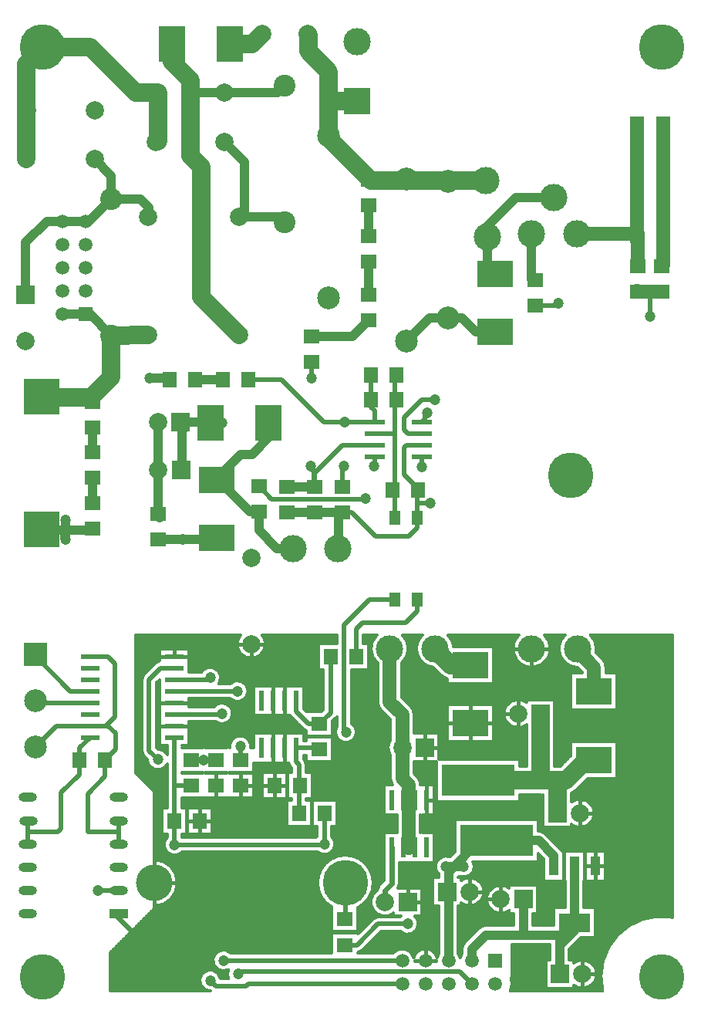
<source format=gtl>
%FSLAX43Y43*%
%MOMM*%
G71*
G01*
G75*
G04 Layer_Physical_Order=1*
%ADD10C,0.300*%
%ADD11R,3.000X4.000*%
%ADD12R,1.800X1.600*%
%ADD13R,1.600X1.800*%
%ADD14O,2.000X1.000*%
%ADD15R,2.000X1.000*%
%ADD16R,4.000X4.000*%
%ADD17R,1.300X1.500*%
%ADD18R,8.000X3.500*%
%ADD19R,1.100X2.150*%
%ADD20R,3.500X2.150*%
%ADD21R,0.600X2.200*%
%ADD22R,0.600X2.200*%
%ADD23R,2.200X0.600*%
%ADD24R,2.200X0.600*%
%ADD25R,4.000X3.000*%
%ADD26R,2.150X0.600*%
%ADD27R,2.150X0.600*%
%ADD28C,1.000*%
%ADD29C,0.600*%
%ADD30C,1.500*%
%ADD31C,0.500*%
%ADD32C,2.000*%
%ADD33C,0.880*%
%ADD34C,0.400*%
%ADD35C,1.500*%
%ADD36R,1.500X1.500*%
%ADD37C,2.000*%
%ADD38C,2.000*%
%ADD39R,2.000X2.000*%
%ADD40C,2.400*%
%ADD41C,5.000*%
%ADD42C,3.000*%
%ADD43C,2.500*%
%ADD44R,2.500X2.500*%
%ADD45C,4.000*%
%ADD46R,3.000X3.000*%
%ADD47C,1.200*%
%ADD48C,1.300*%
D10*
X17300Y11609D02*
G03*
X19844Y14159I-5J2550D01*
G01*
G03*
X17300Y16709I-2550J0D01*
G01*
X24582Y3650D02*
G03*
X23468Y2300I-1132J-200D01*
G01*
X25726Y6450D02*
G03*
X25463Y4647I-826J-800D01*
G01*
G03*
X25464Y3650I1037J-497D01*
G01*
X18722Y19151D02*
G03*
X20373Y17550I825J-801D01*
G01*
X39701Y6554D02*
G03*
X40163Y6781I-104J793D01*
G01*
X39701Y6554D02*
G03*
X40164Y6782I-104J793D01*
G01*
X41344Y14159D02*
G03*
X36806Y11497I-3050J0D01*
G01*
X41900Y10450D02*
G03*
X41333Y10215I0J-800D01*
G01*
X41900Y10450D02*
G03*
X41334Y10216I0J-800D01*
G01*
X39701Y11453D02*
G03*
X41344Y14159I-1406J2706D01*
G01*
X41795Y13358D02*
G03*
X43595Y10837I850J-1296D01*
G01*
X42044Y13949D02*
G03*
X41795Y13358I601J-601D01*
G01*
X42044Y13949D02*
G03*
X41795Y13358I601J-601D01*
G01*
X35222Y17550D02*
G03*
X37147Y18400I774J850D01*
G01*
G03*
X36804Y19219I-1150J0D01*
G01*
X15950Y28647D02*
G03*
X16185Y28080I800J0D01*
G01*
X15950Y28647D02*
G03*
X16184Y28081I800J0D01*
G01*
X16547Y27718D02*
G03*
X18722Y27179I1150J-18D01*
G01*
Y28221D02*
G03*
X17678Y28850I-1025J-521D01*
G01*
X27900Y29150D02*
G03*
X25611Y28987I-1150J0D01*
G01*
X24040Y31845D02*
G03*
X25900Y32750I710J905D01*
G01*
G03*
X23834Y33445I-1150J0D01*
G01*
X16184Y37016D02*
G03*
X15950Y36450I566J-566D01*
G01*
X16185Y37017D02*
G03*
X15950Y36450I565J-567D01*
G01*
X17897Y38515D02*
G03*
X17458Y38290I128J-790D01*
G01*
X17897Y38515D02*
G03*
X17459Y38291I128J-790D01*
G01*
X24388Y35985D02*
G03*
X24600Y36650I-938J665D01*
G01*
X25639Y34385D02*
G03*
X27600Y35200I811J815D01*
G01*
G03*
X25610Y35985I-1150J0D01*
G01*
X24600Y36650D02*
G03*
X22472Y37255I-1150J0D01*
G01*
X32068Y27300D02*
G03*
X32289Y26879I787J145D01*
G01*
X32068Y27300D02*
G03*
X32290Y26878I787J145D01*
G01*
X34004Y27095D02*
G03*
X33770Y27661I-800J0D01*
G01*
X34004Y27095D02*
G03*
X33769Y27662I-800J0D01*
G01*
X37350Y31268D02*
G03*
X39500Y30700I1000J-568D01*
G01*
X43239Y29852D02*
G03*
X43239Y28164I1300J-844D01*
G01*
X33691Y31028D02*
G03*
X34007Y30833I567J565D01*
G01*
X33692Y31027D02*
G03*
X34007Y30833I566J566D01*
G01*
X39500Y30700D02*
G03*
X38950Y31681I-1150J0D01*
G01*
X26775Y41350D02*
G03*
X29508Y40348I1182J-1002D01*
G01*
G03*
X29140Y41350I-1550J0D01*
G01*
X41850Y34000D02*
G03*
X42232Y33080I1300J0D01*
G01*
X41850Y34000D02*
G03*
X42231Y33081I1300J0D01*
G01*
X41753Y41350D02*
G03*
X41850Y38265I1397J-1500D01*
G01*
X45807Y5928D02*
G03*
X43513Y6450I-1270J-278D01*
G01*
X48567Y6416D02*
G03*
X48347Y5928I1050J-766D01*
G01*
X50887D02*
G03*
X50667Y6416I-1270J-278D01*
G01*
X48347Y5928D02*
G03*
X45807Y5928I-1270J-278D01*
G01*
X44324Y8850D02*
G03*
X46300Y9650I826J800D01*
G01*
G03*
X45912Y10511I-1150J0D01*
G01*
X51107Y6416D02*
G03*
X50887Y5928I1050J-766D01*
G01*
X51415Y7650D02*
G03*
X51107Y6907I742J-742D01*
G01*
X51416Y7651D02*
G03*
X51107Y6907I741J-744D01*
G01*
X53700Y9500D02*
G03*
X52956Y9191I0J-1050D01*
G01*
X53700Y9500D02*
G03*
X52958Y9192I0J-1050D01*
G01*
X56404Y2275D02*
G03*
X56597Y3110I-1707J835D01*
G01*
G03*
X56486Y3750I-1900J0D01*
G01*
X44077Y13611D02*
G03*
X44202Y14054I-725J443D01*
G01*
X44077Y13611D02*
G03*
X44202Y14054I-725J443D01*
G01*
X49781Y17016D02*
G03*
X48567Y15107I-431J-1066D01*
G01*
X51011Y11967D02*
G03*
X53511Y13192I950J1225D01*
G01*
G03*
X51011Y14417I-1550J0D01*
G01*
X56289Y13583D02*
G03*
X56289Y11133I-950J-1225D01*
G01*
X50831Y14900D02*
G03*
X52450Y15950I469J1050D01*
G01*
G03*
X52318Y16485I-1150J0D01*
G01*
X63384Y2917D02*
G03*
X65884Y4142I950J1225D01*
G01*
G03*
X63384Y5367I-1550J0D01*
G01*
X74225Y10386D02*
G03*
X66539Y2275I-1225J-6536D01*
G01*
X62086Y17625D02*
G03*
X61891Y17894I-936J-475D01*
G01*
X62086Y17625D02*
G03*
X61892Y17892I-936J-475D01*
G01*
X60257Y19528D02*
G03*
X59515Y19835I-742J-742D01*
G01*
X60258Y19527D02*
G03*
X59515Y19835I-744J-741D01*
G01*
X63111Y20567D02*
G03*
X65611Y21792I950J1225D01*
G01*
X43239Y25611D02*
G03*
X43447Y24905I1300J0D01*
G01*
X43239Y25611D02*
G03*
X43447Y24905I1300J0D01*
G01*
X46547D02*
G03*
X46165Y25823I-1300J-3D01*
G01*
X46547Y24905D02*
G03*
X46167Y25822I-1300J-3D01*
G01*
X45839Y32611D02*
G03*
X45457Y33532I-1300J0D01*
G01*
X45839Y32611D02*
G03*
X45458Y33531I-1300J0D01*
G01*
X44450Y38265D02*
G03*
X45200Y39850I-1300J1585D01*
G01*
G03*
X44547Y41350I-2050J0D01*
G01*
X48763Y36945D02*
G03*
X49444Y36547I1096J1096D01*
G01*
X48763Y36945D02*
G03*
X49444Y36547I1096J1096D01*
G01*
X46753Y41350D02*
G03*
X47892Y37816I1397J-1500D01*
G01*
X50186Y40091D02*
G03*
X49547Y41350I-2036J-241D01*
G01*
X65611Y21792D02*
G03*
X63111Y23017I-1550J0D01*
G01*
Y23970D02*
G03*
X63586Y24294I-622J1420D01*
G01*
X63111Y23970D02*
G03*
X63585Y24293I-622J1420D01*
G01*
X58189Y33949D02*
G03*
X58189Y31499I-950J-1225D01*
G01*
X57353Y41350D02*
G03*
X60800Y39850I1397J-1500D01*
G01*
G03*
X60147Y41350I-2050J0D01*
G01*
X62403D02*
G03*
X63761Y37800I1397J-1500D01*
G01*
X65807Y39432D02*
G03*
X65850Y39850I-2007J418D01*
G01*
G03*
X65197Y41350I-2050J0D01*
G01*
X66900Y37800D02*
G03*
X66518Y38720I-1300J0D01*
G01*
X66900Y37800D02*
G03*
X66519Y38719I-1300J0D01*
G01*
X12500Y2275D02*
Y6500D01*
X12597Y2275D02*
Y6597D01*
X12697Y2275D02*
Y6697D01*
X12797Y2275D02*
Y6797D01*
X12897Y2275D02*
Y6897D01*
X12997Y2275D02*
Y6997D01*
X13097Y2275D02*
Y7097D01*
X13197Y2275D02*
Y7197D01*
X13297Y2275D02*
Y7297D01*
X13397Y2275D02*
Y7397D01*
X13497Y2275D02*
Y7497D01*
X13597Y2275D02*
Y7597D01*
X13697Y2275D02*
Y7697D01*
X13797Y2275D02*
Y7797D01*
X13897Y2275D02*
Y7897D01*
X13997Y2275D02*
Y7997D01*
X14097Y2275D02*
Y8097D01*
X14197Y2275D02*
Y8197D01*
X14297Y2275D02*
Y8297D01*
X14397Y2275D02*
Y8397D01*
X14497Y2275D02*
Y8497D01*
X14597Y2275D02*
Y8597D01*
X14697Y2275D02*
Y8697D01*
X14797Y2275D02*
Y8797D01*
X14897Y2275D02*
Y8897D01*
X14997Y2275D02*
Y8997D01*
X15097Y2275D02*
Y9097D01*
X15197Y2275D02*
Y9197D01*
X15297Y2275D02*
Y9297D01*
X15397Y2275D02*
Y9397D01*
X15497Y2275D02*
Y9497D01*
X15597Y2275D02*
Y9597D01*
X15697Y2275D02*
Y9697D01*
X15797Y2275D02*
Y9797D01*
X15897Y2275D02*
Y9897D01*
X15997Y2275D02*
Y9997D01*
X16097Y2275D02*
Y10097D01*
X16197Y2275D02*
Y10197D01*
X16297Y2275D02*
Y10297D01*
X16397Y2275D02*
Y10397D01*
X16497Y2275D02*
Y10497D01*
X12500Y2275D02*
X23494D01*
X12500Y2350D02*
X23115D01*
X12500Y2750D02*
X22538D01*
X16597Y2275D02*
Y10597D01*
X12500Y2450D02*
X22882D01*
X12500Y2550D02*
X22734D01*
X12500Y2650D02*
X22624D01*
X16697Y2275D02*
Y10697D01*
X16797Y2275D02*
Y10797D01*
X16897Y2275D02*
Y10897D01*
X16997Y2275D02*
Y10997D01*
X17097Y2275D02*
Y11097D01*
X17197Y2275D02*
Y11197D01*
X17297Y2275D02*
Y11297D01*
X17397Y2275D02*
Y11611D01*
X17497Y2275D02*
Y11617D01*
X17597Y2275D02*
Y11627D01*
X17697Y2275D02*
Y11641D01*
X17797Y2275D02*
Y11659D01*
X17897Y2275D02*
Y11681D01*
X17997Y2275D02*
Y11708D01*
X18097Y2275D02*
Y11739D01*
X18197Y2275D02*
Y11774D01*
X18297Y2275D02*
Y11814D01*
X18397Y2275D02*
Y11860D01*
X18497Y2275D02*
Y11910D01*
X18597Y2275D02*
Y11967D01*
X18697Y2275D02*
Y12029D01*
X18797Y2275D02*
Y12099D01*
X18897Y2275D02*
Y12175D01*
X18997Y2275D02*
Y12261D01*
X19097Y2275D02*
Y12355D01*
X19197Y2275D02*
Y12461D01*
X19297Y2275D02*
Y12580D01*
X19397Y2275D02*
Y12716D01*
X19497Y2275D02*
Y12874D01*
X19597Y2275D02*
Y13063D01*
X12500Y6500D02*
X17300Y11300D01*
Y11609D01*
X12500Y3350D02*
X22304D01*
X17300Y17250D02*
X19211D01*
X19197Y15857D02*
Y17254D01*
X19297Y15738D02*
Y17227D01*
X19497Y15444D02*
Y17201D01*
X19397Y15602D02*
Y17210D01*
X19597Y15255D02*
Y17201D01*
X17300Y17450D02*
X18831D01*
X18897Y16143D02*
Y17401D01*
X17300Y17350D02*
X18979D01*
X18997Y16058D02*
Y17340D01*
X19097Y15963D02*
Y17292D01*
X17300Y17850D02*
X18511D01*
X17300Y17950D02*
X18469D01*
X17300Y17550D02*
X18721D01*
X17300Y17650D02*
X18634D01*
X17300Y17750D02*
X18566D01*
X17300Y18050D02*
X18437D01*
X17300Y18350D02*
X18397D01*
X17300Y18150D02*
X18414D01*
X17300Y18250D02*
X18401D01*
X17300Y18450D02*
X18401D01*
X18497Y16408D02*
Y17881D01*
X18397Y16459D02*
Y18334D01*
X18797Y16220D02*
Y17478D01*
X18597Y16351D02*
Y17702D01*
X18697Y16289D02*
Y17575D01*
X17300Y18550D02*
X18414D01*
X17300Y18650D02*
X18437D01*
X17300Y18750D02*
X18469D01*
X17300Y18850D02*
X18511D01*
X17300Y18950D02*
X18566D01*
X12500Y3050D02*
X22372D01*
X12500Y3150D02*
X22340D01*
X12500Y2850D02*
X22469D01*
X12500Y2950D02*
X22414D01*
X12500Y3450D02*
X22300D01*
X12500Y3550D02*
X22304D01*
X12500Y3250D02*
X22318D01*
X12500Y3650D02*
X22318D01*
X12500Y3750D02*
X22340D01*
X12500Y3850D02*
X22372D01*
X12500Y3950D02*
X22414D01*
X12500Y4050D02*
X22469D01*
X12500Y4150D02*
X22538D01*
X12500Y4250D02*
X22624D01*
X12500Y4350D02*
X22734D01*
X12500Y4450D02*
X22882D01*
X12500Y4550D02*
X23114D01*
X12500Y4650D02*
X24332D01*
X12500Y4750D02*
X24184D01*
X12500Y5150D02*
X23864D01*
X12500Y5250D02*
X23822D01*
X12500Y4850D02*
X24074D01*
X12500Y4950D02*
X23988D01*
X12500Y5050D02*
X23919D01*
X12500Y5350D02*
X23790D01*
X12500Y5450D02*
X23768D01*
X12500Y5550D02*
X23754D01*
X12500Y5650D02*
X23750D01*
X12500Y5750D02*
X23754D01*
X12500Y5850D02*
X23768D01*
X12500Y5950D02*
X23790D01*
X12500Y6050D02*
X23822D01*
X12500Y6150D02*
X23864D01*
X12500Y6250D02*
X23919D01*
X12500Y6350D02*
X23988D01*
X12500Y6450D02*
X24074D01*
X12550Y6550D02*
X24184D01*
X12650Y6650D02*
X24332D01*
X12750Y6750D02*
X24564D01*
X19697Y2275D02*
Y13304D01*
X19797Y2275D02*
Y13669D01*
X19897Y2275D02*
Y17254D01*
X19997Y2275D02*
Y17292D01*
X20097Y2275D02*
Y17340D01*
X20197Y2275D02*
Y17401D01*
X20297Y2275D02*
Y17478D01*
X20397Y2275D02*
Y17550D01*
X20497Y2275D02*
Y17550D01*
X20597Y2275D02*
Y17550D01*
X20697Y2275D02*
Y17550D01*
X20797Y2275D02*
Y17550D01*
X20897Y2275D02*
Y17550D01*
X20997Y2275D02*
Y17550D01*
X22397Y2275D02*
Y2988D01*
X21097Y2275D02*
Y17550D01*
X22697Y2275D02*
Y2581D01*
X22497Y2275D02*
Y2807D01*
X22597Y2275D02*
Y2679D01*
X21197Y2275D02*
Y17550D01*
X21297Y2275D02*
Y17550D01*
X21397Y2275D02*
Y17550D01*
X21497Y2275D02*
Y17550D01*
X21597Y2275D02*
Y17550D01*
X21697Y2275D02*
Y17550D01*
X21797Y2275D02*
Y17550D01*
X21897Y2275D02*
Y17550D01*
X21997Y2275D02*
Y17550D01*
X22097Y2275D02*
Y17550D01*
X22197Y2275D02*
Y17550D01*
X22297Y2275D02*
Y17550D01*
X22397Y3912D02*
Y17550D01*
X22497Y4093D02*
Y17550D01*
X22597Y4221D02*
Y17550D01*
X22697Y4319D02*
Y17550D01*
X22797Y4397D02*
Y17550D01*
X22897Y4458D02*
Y17550D01*
X22997Y4507D02*
Y17550D01*
X23097Y4544D02*
Y17550D01*
X24397Y4103D02*
Y4616D01*
X24497Y3926D02*
Y4573D01*
X24486Y3950D02*
X25368D01*
X24431Y4050D02*
X25354D01*
X24362Y4150D02*
X25350D01*
X23786Y4550D02*
X24565D01*
X24276Y4250D02*
X25354D01*
X24018Y4450D02*
X25390D01*
X24166Y4350D02*
X25368D01*
X24597Y3650D02*
Y4541D01*
X24697Y3650D02*
Y4518D01*
X24582Y3650D02*
X25464D01*
X24797D02*
Y4505D01*
X24897Y3650D02*
Y4500D01*
X24997Y3650D02*
Y4504D01*
X25097Y3650D02*
Y4517D01*
X24560Y3750D02*
X25422D01*
X24528Y3850D02*
X25390D01*
X25197Y3650D02*
Y4539D01*
X23197Y4572D02*
Y17550D01*
X23297Y4590D02*
Y17550D01*
X23397Y4599D02*
Y17550D01*
X23497Y4599D02*
Y17550D01*
X23597Y4591D02*
Y17550D01*
X23797Y4546D02*
Y5325D01*
X23697Y4573D02*
Y17550D01*
X23797Y5975D02*
Y17550D01*
X24197Y4324D02*
Y4740D01*
X24097Y4401D02*
Y4827D01*
X25297Y3650D02*
Y4571D01*
X24297Y4228D02*
Y4671D01*
X23897Y4510D02*
Y5088D01*
Y6212D02*
Y17550D01*
X23997Y4462D02*
Y4938D01*
Y6362D02*
Y17550D01*
X24097Y6473D02*
Y17550D01*
X24197Y6560D02*
Y17550D01*
X24297Y6629D02*
Y17550D01*
X24397Y6684D02*
Y17550D01*
X24497Y6727D02*
Y17550D01*
X19697Y15014D02*
Y17210D01*
X19797Y14650D02*
Y17227D01*
X24597Y6759D02*
Y17550D01*
X24697Y6782D02*
Y17550D01*
X24797Y6795D02*
Y17550D01*
X25197Y6761D02*
Y17550D01*
X25497Y6633D02*
Y17550D01*
X25597Y6565D02*
Y17550D01*
X25697Y6479D02*
Y17550D01*
X25797Y6450D02*
Y17550D01*
X24897Y6800D02*
Y17550D01*
X24997Y6796D02*
Y17550D01*
X25097Y6783D02*
Y17550D01*
X25297Y6729D02*
Y17550D01*
X25397Y6687D02*
Y17550D01*
X25897Y6450D02*
Y17550D01*
X25997Y6450D02*
Y17550D01*
X26097Y6450D02*
Y17550D01*
X26197Y6450D02*
Y17550D01*
X26297Y6450D02*
Y17550D01*
X26397Y6450D02*
Y17550D01*
X26497Y6450D02*
Y17550D01*
X26597Y6450D02*
Y17550D01*
X26697Y6450D02*
Y17550D01*
X26797Y6450D02*
Y17550D01*
X26897Y6450D02*
Y17550D01*
X26997Y6450D02*
Y17550D01*
X27097Y6450D02*
Y17550D01*
X27197Y6450D02*
Y17550D01*
X27297Y6450D02*
Y17550D01*
X27397Y6450D02*
Y17550D01*
X27497Y6450D02*
Y17550D01*
X27597Y6450D02*
Y17550D01*
X27697Y6450D02*
Y17550D01*
X27797Y6450D02*
Y17550D01*
X27897Y6450D02*
Y17550D01*
X27997Y6450D02*
Y17550D01*
X28097Y6450D02*
Y17550D01*
X28197Y6450D02*
Y17550D01*
X28297Y6450D02*
Y17550D01*
X28397Y6450D02*
Y17550D01*
X28497Y6450D02*
Y17550D01*
X28597Y6450D02*
Y17550D01*
X28697Y6450D02*
Y17550D01*
X28797Y6450D02*
Y17550D01*
X28897Y6450D02*
Y17550D01*
X28997Y6450D02*
Y17550D01*
X29097Y6450D02*
Y17550D01*
X29197Y6450D02*
Y17550D01*
X29297Y6450D02*
Y17550D01*
X29397Y6450D02*
Y17550D01*
X29497Y6450D02*
Y17550D01*
X29597Y6450D02*
Y17550D01*
X29697Y6450D02*
Y17550D01*
X29797Y6450D02*
Y17550D01*
X29897Y6450D02*
Y17550D01*
X29997Y6450D02*
Y17550D01*
X30097Y6450D02*
Y17550D01*
X30197Y6450D02*
Y17550D01*
X30297Y6450D02*
Y17550D01*
X30397Y6450D02*
Y17550D01*
X30497Y6450D02*
Y17550D01*
X30597Y6450D02*
Y17550D01*
X30697Y6450D02*
Y17550D01*
X30797Y6450D02*
Y17550D01*
X30897Y6450D02*
Y17550D01*
X30997Y6450D02*
Y17550D01*
X31097Y6450D02*
Y17550D01*
X31197Y6450D02*
Y17550D01*
X31297Y6450D02*
Y17550D01*
X31397Y6450D02*
Y17550D01*
X31497Y6450D02*
Y17550D01*
X31597Y6450D02*
Y17550D01*
X31697Y6450D02*
Y17550D01*
X31797Y6450D02*
Y17550D01*
X17300Y19550D02*
X18162D01*
X17300Y19650D02*
X18162D01*
X17300Y19750D02*
X18162D01*
X17300Y19850D02*
X18162D01*
X17300Y19950D02*
X18162D01*
X17300Y20050D02*
X18162D01*
X17300Y20150D02*
X18162D01*
X17300Y20250D02*
X18162D01*
X17300Y20350D02*
X18162D01*
X18197Y16544D02*
Y19506D01*
X17300Y20450D02*
X18162D01*
X17300Y20550D02*
X18162D01*
X17300Y20650D02*
X18162D01*
X17300Y20750D02*
X18162D01*
X17300Y20850D02*
X18162D01*
X17300Y20950D02*
X18162D01*
X17300Y21050D02*
X18162D01*
X17300Y21150D02*
X18162D01*
X17300Y21250D02*
X18162D01*
X17300Y21350D02*
X18162D01*
X17300Y21450D02*
X18162D01*
X17300Y21550D02*
X18162D01*
X17300Y21650D02*
X18162D01*
X17300Y21750D02*
X18162D01*
X17300Y21850D02*
X18162D01*
X17300Y21950D02*
X18162D01*
X17300Y22050D02*
X18162D01*
X17300Y22150D02*
X18162D01*
X17300Y22250D02*
X18162D01*
X17300Y16709D02*
Y24200D01*
X17797Y16659D02*
Y26554D01*
X17897Y16637D02*
Y26567D01*
X17997Y16610D02*
Y26590D01*
X18097Y16580D02*
Y26622D01*
X17397Y16707D02*
Y26590D01*
X17497Y16701D02*
Y26567D01*
X18162Y19506D02*
Y22406D01*
X17597Y16691D02*
Y26554D01*
X17697Y16677D02*
Y26550D01*
X18297Y16504D02*
Y19506D01*
X18397Y18366D02*
Y19506D01*
X17300Y19050D02*
X18634D01*
X17300Y19150D02*
X18721D01*
X17300Y19250D02*
X18722D01*
X17300Y19350D02*
X18722D01*
X17300Y19450D02*
X18722D01*
X18162Y19506D02*
X18722D01*
X18497Y18819D02*
Y19506D01*
X18597Y18998D02*
Y19506D01*
X18697Y19125D02*
Y19506D01*
X18722Y19151D02*
Y19506D01*
X20397Y19150D02*
Y19506D01*
X20322Y19199D02*
Y19506D01*
X20497Y19150D02*
Y19506D01*
X20597Y19150D02*
Y19506D01*
X20697Y19150D02*
Y19506D01*
X20797Y19150D02*
Y19506D01*
X20322D02*
X20862D01*
Y22406D01*
X20997Y19150D02*
Y19506D01*
X20897Y19150D02*
Y23487D01*
X21097Y19150D02*
Y19506D01*
X17300Y22350D02*
X18162D01*
Y22406D02*
X18722D01*
X20962Y19506D02*
X23662D01*
X20962D02*
Y22406D01*
X21197Y19150D02*
Y19506D01*
X21297Y19150D02*
Y19506D01*
X21397Y19150D02*
Y19506D01*
X21497Y19150D02*
Y19506D01*
X21597Y19150D02*
Y19506D01*
X21697Y19150D02*
Y19506D01*
X21797Y19150D02*
Y19506D01*
X21897Y19150D02*
Y19506D01*
X21997Y19150D02*
Y19506D01*
X22097Y19150D02*
Y19506D01*
X17300Y22450D02*
X18722D01*
X17300Y22550D02*
X18722D01*
X17300Y22650D02*
X18722D01*
X17300Y22750D02*
X18722D01*
X15250Y26250D02*
X17300Y24200D01*
X17197Y24303D02*
Y26664D01*
X17300Y22850D02*
X18722D01*
X17300Y22950D02*
X18722D01*
X17300Y23050D02*
X18722D01*
X17300Y23150D02*
X18722D01*
Y22406D02*
Y24850D01*
X17300Y23250D02*
X18722D01*
X17300Y23350D02*
X18722D01*
X17300Y23450D02*
X18722D01*
X17300Y23550D02*
X18722D01*
X17300Y23650D02*
X18722D01*
X17300Y23750D02*
X18722D01*
X17300Y23850D02*
X18722D01*
X17300Y23950D02*
X18722D01*
X16497Y25003D02*
Y27769D01*
X16397Y25103D02*
Y27869D01*
X16797Y24703D02*
Y26984D01*
X16597Y24903D02*
Y27365D01*
X16697Y24803D02*
Y27132D01*
X15997Y25503D02*
Y28377D01*
X15897Y25603D02*
Y41350D01*
X16297Y25203D02*
Y27969D01*
X16097Y25403D02*
Y28185D01*
X16197Y25303D02*
Y28069D01*
X18197Y22406D02*
Y26664D01*
X18297Y22406D02*
Y26719D01*
X18397Y22406D02*
Y26788D01*
X18497Y22406D02*
Y26874D01*
X18597Y22406D02*
Y26984D01*
X16997Y24503D02*
Y26788D01*
X16897Y24603D02*
Y26874D01*
X17297Y24203D02*
Y26622D01*
X17097Y24403D02*
Y26719D01*
X18697Y22406D02*
Y27132D01*
X20322Y22406D02*
Y23487D01*
X20397Y22406D02*
Y23487D01*
X20322Y22406D02*
X20862D01*
X20497D02*
Y23487D01*
X20597Y22406D02*
Y23487D01*
X20697Y22406D02*
Y23487D01*
X20962Y22406D02*
X23662D01*
X20797D02*
Y23487D01*
X20997Y22406D02*
Y23487D01*
X21097Y22406D02*
Y23487D01*
X21197Y22406D02*
Y23487D01*
X21297Y22406D02*
Y23487D01*
X21397Y22406D02*
Y23487D01*
X21497Y22406D02*
Y23487D01*
X21597Y22406D02*
Y23487D01*
X21697Y22406D02*
Y23487D01*
X21797Y22406D02*
Y23487D01*
X21897Y22406D02*
Y23487D01*
X21997Y22406D02*
Y23487D01*
X16750Y24750D02*
X18722D01*
X16650Y24850D02*
X18722D01*
X16550Y24950D02*
X18722D01*
X16350Y25150D02*
X18722D01*
X16450Y25050D02*
X18722D01*
X16250Y25250D02*
X18722D01*
X16150Y25350D02*
X18722D01*
X16050Y25450D02*
X18722D01*
X15850Y25650D02*
X18722D01*
X15950Y25550D02*
X18722D01*
X17300Y24050D02*
X18722D01*
X17300Y24150D02*
X18722D01*
X20322Y23487D02*
X22606D01*
X17250Y24250D02*
X18722D01*
X20322Y23450D02*
X29157D01*
X17150Y24350D02*
X18722D01*
X17050Y24450D02*
X18722D01*
X16950Y24550D02*
X18722D01*
X16850Y24650D02*
X18722D01*
Y24850D02*
Y27179D01*
X22197Y19150D02*
Y19506D01*
X22297Y19150D02*
Y19506D01*
X22397Y19150D02*
Y19506D01*
X22497Y19150D02*
Y19506D01*
X22597Y19150D02*
Y19506D01*
X22697Y19150D02*
Y19506D01*
X22797Y19150D02*
Y19506D01*
X22897Y19150D02*
Y19506D01*
X22997Y19150D02*
Y19506D01*
X23097Y19150D02*
Y19506D01*
X23197Y19150D02*
Y19506D01*
X23297Y19150D02*
Y19506D01*
X23397Y19150D02*
Y19506D01*
X23497Y19150D02*
Y19506D01*
X23597Y19150D02*
Y19506D01*
X23697Y19150D02*
Y23487D01*
X23797Y19150D02*
Y23487D01*
X23897Y19150D02*
Y23487D01*
X23997Y19150D02*
Y23487D01*
X24097Y19150D02*
Y23487D01*
X24197Y19150D02*
Y23487D01*
X24297Y19150D02*
Y23487D01*
X24397Y19150D02*
Y23487D01*
X24497Y19150D02*
Y23487D01*
X24597Y19150D02*
Y23487D01*
X24697Y19150D02*
Y23487D01*
X24797Y19150D02*
Y23487D01*
X24897Y19150D02*
Y23487D01*
X24997Y19150D02*
Y23487D01*
X25097Y19150D02*
Y23487D01*
X25197Y19150D02*
Y23487D01*
X25297Y19150D02*
Y23487D01*
X25597Y19150D02*
Y23487D01*
X25697Y19150D02*
Y23487D01*
X25797Y19150D02*
Y23487D01*
X25897Y19150D02*
Y23487D01*
X25997Y19150D02*
Y23487D01*
X26097Y19150D02*
Y23487D01*
X26197Y19150D02*
Y23487D01*
X26297Y19150D02*
Y23487D01*
X26397Y19150D02*
Y23487D01*
X26497Y19150D02*
Y23487D01*
X26597Y19150D02*
Y23487D01*
X26697Y19150D02*
Y23487D01*
X26797Y19150D02*
Y23487D01*
X26897Y19150D02*
Y23487D01*
X26997Y19150D02*
Y23487D01*
X27097Y19150D02*
Y23487D01*
X29197Y19150D02*
Y23357D01*
X29297Y19150D02*
Y23357D01*
X29397Y19150D02*
Y23357D01*
X29497Y19150D02*
Y23357D01*
X29597Y19150D02*
Y23357D01*
X29697Y19150D02*
Y23357D01*
X29797Y19150D02*
Y23357D01*
X29897Y19150D02*
Y23357D01*
X29997Y19150D02*
Y23357D01*
X30097Y19150D02*
Y23357D01*
X27197Y19150D02*
Y23487D01*
X27297Y19150D02*
Y23487D01*
X27397Y19150D02*
Y23487D01*
X27497Y19150D02*
Y23487D01*
X27597Y19150D02*
Y23487D01*
X27697Y19150D02*
Y23487D01*
X27797Y19150D02*
Y23487D01*
X27897Y19150D02*
Y23487D01*
X27997Y19150D02*
Y23487D01*
X28097Y19150D02*
Y23487D01*
X28197Y19150D02*
Y23487D01*
X28297Y19150D02*
Y27300D01*
X28397Y19150D02*
Y27300D01*
X28497Y19150D02*
Y27300D01*
X28597Y19150D02*
Y27300D01*
X28697Y19150D02*
Y27300D01*
X28797Y19150D02*
Y27300D01*
X28897Y19150D02*
Y27300D01*
X28997Y19150D02*
Y27300D01*
X29097Y19150D02*
Y27300D01*
X22097Y22406D02*
Y23487D01*
X22197Y22406D02*
Y23487D01*
X22297Y22406D02*
Y23487D01*
X22397Y22406D02*
Y23487D01*
X22497Y22406D02*
Y23487D01*
X22597Y22406D02*
Y23487D01*
X22897Y22406D02*
Y23487D01*
X22997Y22406D02*
Y23487D01*
X23662Y19506D02*
Y22406D01*
X23097D02*
Y23487D01*
X23197Y22406D02*
Y23487D01*
X23297Y22406D02*
Y23487D01*
X23397Y22406D02*
Y23487D01*
X23497Y22406D02*
Y23487D01*
X22856D02*
X25306D01*
X23597Y22406D02*
Y23487D01*
X25506D02*
X28206D01*
Y23550D02*
X29157D01*
X28206Y23650D02*
X29157D01*
X28206Y23750D02*
X29157D01*
X28206Y23850D02*
X29157D01*
X28206Y23487D02*
Y26187D01*
X29157Y23357D02*
Y26257D01*
X28206Y23950D02*
X29157D01*
X28206Y24050D02*
X29157D01*
X28206Y24150D02*
X29157D01*
X28206Y24250D02*
X29157D01*
X28206Y24350D02*
X29157D01*
X28206Y24450D02*
X29157D01*
X28206Y24550D02*
X29157D01*
X28206Y24650D02*
X29157D01*
X23662Y20450D02*
X31854D01*
X30197Y19150D02*
Y23357D01*
X23662Y20550D02*
X31854D01*
X23662Y20650D02*
X31854D01*
X23662Y20750D02*
X31854D01*
X23662Y20850D02*
X31854D01*
X23662Y20950D02*
X31854D01*
X23662Y21050D02*
X31854D01*
X23662Y21150D02*
X31854D01*
X23662Y21250D02*
X31854D01*
X30297Y19150D02*
Y23357D01*
X30397Y19150D02*
Y23357D01*
X30497Y19150D02*
Y23357D01*
X30597Y19150D02*
Y23357D01*
X30697Y19150D02*
Y23357D01*
X30797Y19150D02*
Y23357D01*
X30897Y19150D02*
Y23357D01*
X31854Y20357D02*
Y23257D01*
X30997Y19150D02*
Y23357D01*
X31097Y19150D02*
Y23357D01*
X28206Y24750D02*
X29157D01*
X28206Y24850D02*
X29157D01*
X28206Y24950D02*
X29157D01*
X28206Y25050D02*
X29157D01*
X28206Y25150D02*
X29157D01*
X28206Y25250D02*
X29157D01*
X28206Y25350D02*
X29157D01*
X28206Y25450D02*
X29157D01*
X28206Y25550D02*
X29157D01*
X31197Y19150D02*
Y23357D01*
X31297Y19150D02*
Y23357D01*
X31397Y19150D02*
Y23357D01*
X31497Y19150D02*
Y23357D01*
X31597Y19150D02*
Y23357D01*
X31697Y19150D02*
Y23357D01*
X31797Y19150D02*
Y23357D01*
X12850Y6850D02*
X36801D01*
X12950Y6950D02*
X36801D01*
X13050Y7050D02*
X36801D01*
X13150Y7150D02*
X36801D01*
X13250Y7250D02*
X36801D01*
X13350Y7350D02*
X36801D01*
X13450Y7450D02*
X36801D01*
X13550Y7550D02*
X36801D01*
X13650Y7650D02*
X36801D01*
X25726Y6450D02*
X36801D01*
X25616Y6550D02*
X36801D01*
X25468Y6650D02*
X36801D01*
X13750Y7750D02*
X36801D01*
X25236Y6750D02*
X36801D01*
X13850Y7850D02*
X36801D01*
X13950Y7950D02*
X36801D01*
X14050Y8050D02*
X36801D01*
X14150Y8150D02*
X36801D01*
X14250Y8250D02*
X36801D01*
X35397Y6450D02*
Y13207D01*
X35297Y6450D02*
Y13596D01*
X35697Y6450D02*
Y12561D01*
X35497Y6450D02*
Y12944D01*
X35597Y6450D02*
Y12736D01*
X35897Y6450D02*
Y12274D01*
X35797Y6450D02*
Y12409D01*
X14350Y8350D02*
X36801D01*
X14450Y8450D02*
X36801D01*
X14550Y8550D02*
X36801D01*
X36097Y6450D02*
Y12044D01*
X35997Y6450D02*
Y12153D01*
X36397Y6450D02*
Y11771D01*
X36197Y6450D02*
Y11945D01*
X36297Y6450D02*
Y11854D01*
X36597Y6450D02*
Y11625D01*
X36497Y6450D02*
Y11695D01*
X36801Y6450D02*
Y8697D01*
X36697Y6450D02*
Y11561D01*
X36797Y6450D02*
Y11502D01*
X14650Y8650D02*
X36801D01*
X14850Y8850D02*
X36801D01*
X14750Y8750D02*
X39869D01*
X14950Y8950D02*
X36801D01*
X15050Y9050D02*
X36801D01*
X15150Y9150D02*
X36801D01*
X15250Y9250D02*
X36801D01*
X15350Y9350D02*
X36801D01*
X15450Y9450D02*
X36801D01*
Y8697D02*
X39701D01*
X36801Y8797D02*
X39701D01*
Y6450D02*
X43513D01*
X39701Y8950D02*
X40069D01*
X39701Y9050D02*
X40169D01*
X39701Y9150D02*
X40269D01*
X39701Y9250D02*
X40369D01*
X39701Y9350D02*
X40469D01*
X15550Y9550D02*
X36801D01*
X15650Y9650D02*
X36801D01*
X15750Y9750D02*
X36801D01*
X15850Y9850D02*
X36801D01*
X15950Y9950D02*
X36801D01*
X16050Y10050D02*
X36801D01*
X16150Y10150D02*
X36801D01*
X16250Y10250D02*
X36801D01*
X16350Y10350D02*
X36801D01*
X16450Y10450D02*
X36801D01*
X16550Y10550D02*
X36801D01*
Y8797D02*
Y11497D01*
X39701Y9450D02*
X40569D01*
X16650Y10650D02*
X36801D01*
X39701Y9550D02*
X40669D01*
X16750Y10750D02*
X36801D01*
X16850Y10850D02*
X36801D01*
X16950Y10950D02*
X36801D01*
X17050Y11050D02*
X36801D01*
X17150Y11150D02*
X36801D01*
X19273Y12550D02*
X35704D01*
X19420Y12750D02*
X35590D01*
X19187Y12450D02*
X35768D01*
X19350Y12650D02*
X35644D01*
X19591Y13050D02*
X35453D01*
X19636Y13150D02*
X35416D01*
X19483Y12850D02*
X35540D01*
X19540Y12950D02*
X35494D01*
X19677Y13250D02*
X35383D01*
X19793Y13650D02*
X35287D01*
X19811Y13750D02*
X35272D01*
X19713Y13350D02*
X35354D01*
X19744Y13450D02*
X35328D01*
X19771Y13550D02*
X35306D01*
X19826Y13850D02*
X35260D01*
X19836Y13950D02*
X35252D01*
X19842Y14050D02*
X35246D01*
X19844Y14150D02*
X35244D01*
X19843Y14250D02*
X35246D01*
X19775Y14750D02*
X35302D01*
X19684Y15050D02*
X35377D01*
X19644Y15150D02*
X35410D01*
X19599Y15250D02*
X35446D01*
X19549Y15350D02*
X35487D01*
X19494Y15450D02*
X35531D01*
X19432Y15550D02*
X35580D01*
X19363Y15650D02*
X35634D01*
X19203Y15850D02*
X35756D01*
X19287Y15750D02*
X35692D01*
X19837Y14350D02*
X35250D01*
X19828Y14450D02*
X35258D01*
X19814Y14550D02*
X35270D01*
X19749Y14850D02*
X35324D01*
X19797Y14650D02*
X35284D01*
X19719Y14950D02*
X35349D01*
X35497Y15374D02*
Y17364D01*
X20115Y17350D02*
X35528D01*
X35597Y15582D02*
Y17322D01*
X35697Y15757D02*
Y17290D01*
X17250Y11250D02*
X36801D01*
X17300Y11550D02*
X36715D01*
X17300Y11350D02*
X36801D01*
X17300Y11450D02*
X36801D01*
X18376Y11850D02*
X36302D01*
X18415Y16450D02*
X36281D01*
X17749Y11650D02*
X36561D01*
X18130Y11750D02*
X36424D01*
X18181Y16550D02*
X36401D01*
X18985Y12250D02*
X35916D01*
X19091Y12350D02*
X35839D01*
X18568Y11950D02*
X36192D01*
X18728Y12050D02*
X36091D01*
X18865Y12150D02*
X36000D01*
X19110Y15950D02*
X35826D01*
X19005Y16050D02*
X35901D01*
X18888Y16150D02*
X35984D01*
X18600Y16350D02*
X36172D01*
X18754Y16250D02*
X36074D01*
X35797Y15910D02*
Y17267D01*
X35897Y16044D02*
Y17254D01*
X17841Y16650D02*
X36534D01*
X17300Y16750D02*
X36685D01*
X17300Y16850D02*
X36858D01*
X17300Y16950D02*
X37064D01*
X17300Y17050D02*
X37322D01*
X17300Y17150D02*
X37696D01*
X19882Y17250D02*
X42502D01*
X35997Y16165D02*
Y17250D01*
X36097Y16274D02*
Y17254D01*
X36197Y16373D02*
Y17267D01*
X36297Y16464D02*
Y17290D01*
X36397Y16547D02*
Y17322D01*
X39525Y16950D02*
X42502D01*
X36497Y16623D02*
Y17364D01*
X39267Y17050D02*
X42502D01*
X36466Y17350D02*
X42502D01*
X38893Y17150D02*
X42502D01*
X40197Y6450D02*
Y6815D01*
X40297Y6450D02*
Y6915D01*
X40397Y6450D02*
Y7015D01*
X40497Y6450D02*
Y7115D01*
X39701Y9650D02*
X40769D01*
X39701Y9750D02*
X40869D01*
X39701Y9850D02*
X40969D01*
X39701Y9950D02*
X41069D01*
X39701Y10050D02*
X41169D01*
X40597Y6450D02*
Y7215D01*
X40697Y6450D02*
Y7315D01*
X40797Y6450D02*
Y7415D01*
X40897Y6450D02*
Y7515D01*
X40997Y6450D02*
Y7615D01*
X41097Y6450D02*
Y7715D01*
X41197Y6450D02*
Y7815D01*
X41297Y6450D02*
Y7915D01*
X41397Y6450D02*
Y8015D01*
X41497Y6450D02*
Y8115D01*
X39701Y8797D02*
Y11453D01*
X39797Y8678D02*
Y11505D01*
X39701Y8582D02*
X41333Y10215D01*
X39897Y8778D02*
Y11564D01*
X39997Y8878D02*
Y11628D01*
X40097Y8978D02*
Y11699D01*
X40197Y9078D02*
Y11775D01*
X39701Y10150D02*
X41269D01*
X39701Y10250D02*
X41371D01*
X40297Y9178D02*
Y11858D01*
X40397Y9278D02*
Y11949D01*
X40497Y9378D02*
Y12049D01*
X40597Y9478D02*
Y12159D01*
X40697Y9578D02*
Y12280D01*
X40797Y9678D02*
Y12415D01*
X40897Y9778D02*
Y12568D01*
X40997Y9878D02*
Y12745D01*
X41297Y10178D02*
Y11297D01*
X41097Y9978D02*
Y11993D01*
X41197Y10078D02*
Y11510D01*
X39990Y6650D02*
X43707D01*
X40129Y6750D02*
X43844D01*
X40231Y6850D02*
X44037D01*
X40331Y6950D02*
X44521D01*
X40431Y7050D02*
X48567D01*
X40531Y7150D02*
X48567D01*
X40631Y7250D02*
X48567D01*
X40731Y7350D02*
X48567D01*
X40831Y7450D02*
X48567D01*
X41597Y6450D02*
Y8215D01*
X41697Y6450D02*
Y8315D01*
X40931Y7550D02*
X48567D01*
X41031Y7650D02*
X48567D01*
X41131Y7750D02*
X48567D01*
X41231Y7850D02*
X48567D01*
X41331Y7950D02*
X48567D01*
X41431Y8050D02*
X48567D01*
X41531Y8150D02*
X48567D01*
X41631Y8250D02*
X48567D01*
X41797Y6450D02*
Y8415D01*
X41897Y6450D02*
Y8515D01*
X41997Y6450D02*
Y8615D01*
X40164Y6782D02*
X42231Y8850D01*
X42097Y6450D02*
Y8715D01*
X42031Y8650D02*
X44582D01*
X42131Y8750D02*
X44434D01*
X41731Y8350D02*
X48567D01*
X41831Y8450D02*
X48567D01*
X41931Y8550D02*
X44815D01*
X42197Y6450D02*
Y8815D01*
X42297Y6450D02*
Y8850D01*
X42397Y6450D02*
Y8850D01*
X42497Y6450D02*
Y8850D01*
X42597Y6450D02*
Y8850D01*
X42697Y6450D02*
Y8850D01*
X42797Y6450D02*
Y8850D01*
X42897Y6450D02*
Y8850D01*
X42231D02*
X44324D01*
X42231Y8850D02*
X44324D01*
X39701Y10350D02*
X41513D01*
X39701Y10850D02*
X41678D01*
X39701Y10450D02*
X41886D01*
X39701Y10750D02*
X41819D01*
X39701Y11250D02*
X41325D01*
X39701Y11350D02*
X41268D01*
X39701Y10950D02*
X41565D01*
X39701Y11050D02*
X41471D01*
X39701Y11150D02*
X41392D01*
X41497Y10341D02*
Y11020D01*
X41397Y10272D02*
Y11143D01*
X41597Y10390D02*
Y10920D01*
X39874Y11550D02*
X41182D01*
X40028Y11650D02*
X41151D01*
X41797Y10443D02*
Y10764D01*
X39701Y11450D02*
X41221D01*
X41697Y10424D02*
Y10835D01*
X40287Y11850D02*
X41110D01*
X40397Y11950D02*
X41099D01*
X40165Y11750D02*
X41127D01*
X40498Y12050D02*
X41095D01*
X40589Y12150D02*
X41098D01*
X41097Y12130D02*
Y12955D01*
X40673Y12250D02*
X41107D01*
X40750Y12350D02*
X41122D01*
X40821Y12450D02*
X41145D01*
X41197Y12613D02*
Y13222D01*
X41297Y12826D02*
Y13622D01*
X41136Y13050D02*
X41451D01*
X41173Y13150D02*
X41542D01*
X41206Y13250D02*
X41650D01*
X41235Y13350D02*
X41784D01*
X41261Y13450D02*
X41801D01*
X41283Y13550D02*
X41820D01*
X41302Y13650D02*
X41851D01*
X41317Y13750D02*
X41896D01*
X39701Y10650D02*
X42005D01*
X41329Y13850D02*
X41959D01*
X39701Y10550D02*
X42302D01*
X41331Y14450D02*
X42502D01*
X41319Y14550D02*
X42502D01*
X41305Y14650D02*
X42502D01*
X41287Y14750D02*
X42502D01*
X41240Y14950D02*
X42502D01*
X41265Y14850D02*
X42502D01*
X41900Y10450D02*
X44324D01*
X41337Y13950D02*
X42045D01*
X42989Y10550D02*
X43595D01*
X41343Y14050D02*
X42145D01*
X41344Y14150D02*
X42245D01*
X41343Y14250D02*
X42345D01*
X41339Y14350D02*
X42445D01*
X42044Y13949D02*
X42502Y14406D01*
X40833Y15850D02*
X42502D01*
X40688Y16050D02*
X42502D01*
X40605Y16150D02*
X42502D01*
X40416Y16350D02*
X42502D01*
X40515Y16250D02*
X42502D01*
X40308Y16450D02*
X42502D01*
X40188Y16550D02*
X42502D01*
X40055Y16650D02*
X42502D01*
X39730Y16850D02*
X42502D01*
X39904Y16750D02*
X42502D01*
X41211Y15050D02*
X42502D01*
Y14406D02*
Y16405D01*
X41179Y15150D02*
X42502D01*
X41143Y15250D02*
X42502D01*
X41102Y15350D02*
X42502D01*
X41058Y15450D02*
X42502D01*
X41009Y15550D02*
X42502D01*
X40955Y15650D02*
X42502D01*
X40763Y15950D02*
X42502D01*
X40897Y15750D02*
X42502D01*
X31897Y6450D02*
Y17550D01*
X31997Y6450D02*
Y17550D01*
X32097Y6450D02*
Y17550D01*
X32197Y6450D02*
Y17550D01*
X32297Y6450D02*
Y17550D01*
X32397Y6450D02*
Y17550D01*
X32497Y6450D02*
Y17550D01*
X32597Y6450D02*
Y17550D01*
X32697Y6450D02*
Y17550D01*
X32797Y6450D02*
Y17550D01*
X32897Y6450D02*
Y17550D01*
X32997Y6450D02*
Y17550D01*
X33097Y6450D02*
Y17550D01*
X33197Y6450D02*
Y17550D01*
X33297Y6450D02*
Y17550D01*
X33397Y6450D02*
Y17550D01*
X33497Y6450D02*
Y17550D01*
X33597Y6450D02*
Y17550D01*
X33697Y6450D02*
Y17550D01*
X31897Y19150D02*
Y20357D01*
X31997Y19150D02*
Y20357D01*
X32097Y19150D02*
Y20357D01*
X32197Y19150D02*
Y20357D01*
X32297Y19150D02*
Y20357D01*
X32397Y19150D02*
Y20357D01*
X32497Y19150D02*
Y20357D01*
X32597Y19150D02*
Y20357D01*
X32697Y19150D02*
Y20357D01*
X32797Y19150D02*
Y20357D01*
X32897Y19150D02*
Y20357D01*
X32997Y19150D02*
Y20357D01*
X33797Y6450D02*
Y17550D01*
X33097Y19150D02*
Y20357D01*
X33197Y19150D02*
Y20357D01*
X33297Y19150D02*
Y20357D01*
X33397Y19150D02*
Y20357D01*
X33497Y19150D02*
Y20357D01*
X33597Y19150D02*
Y20357D01*
X33697Y19150D02*
Y20357D01*
X33897Y6450D02*
Y17550D01*
X33997Y6450D02*
Y17550D01*
X34097Y6450D02*
Y17550D01*
X34197Y6450D02*
Y17550D01*
X34297Y6450D02*
Y17550D01*
X34397Y6450D02*
Y17550D01*
X20263Y17450D02*
X35349D01*
X20373Y17550D02*
X35222D01*
X20373D02*
X35222D01*
X34497Y6450D02*
Y17550D01*
X34597Y6450D02*
Y17550D01*
X34697Y6450D02*
Y17550D01*
X34797Y6450D02*
Y17550D01*
X34897Y6450D02*
Y17550D01*
X34997Y6450D02*
Y17550D01*
X35097Y6450D02*
Y17550D01*
X35397Y15111D02*
Y17419D01*
X35197Y6450D02*
Y17550D01*
X35297Y14722D02*
Y17488D01*
X33797Y19150D02*
Y20357D01*
X33897Y19150D02*
Y20357D01*
X20373Y19150D02*
X35125D01*
X33997D02*
Y20357D01*
X34097Y19150D02*
Y20357D01*
X34197Y19150D02*
Y20357D01*
X34297Y19150D02*
Y20357D01*
X20322Y19250D02*
X35204D01*
X20322Y19350D02*
X35204D01*
X20322Y19450D02*
X35204D01*
X34397Y19150D02*
Y20357D01*
X34497Y19150D02*
Y20357D01*
X34597Y19150D02*
Y23357D01*
X34697Y19150D02*
Y20357D01*
X34797Y19150D02*
Y20357D01*
X34897Y19150D02*
Y20357D01*
X34997Y19150D02*
Y20357D01*
X35097Y19150D02*
Y20357D01*
X35204Y19233D02*
Y20357D01*
X23662Y21350D02*
X31854D01*
X23662Y21450D02*
X31854D01*
X23662Y19550D02*
X35204D01*
X23662Y19650D02*
X35204D01*
X20322Y22450D02*
X31854D01*
X20322Y22550D02*
X31854D01*
X20322Y22650D02*
X31854D01*
X20322Y22750D02*
X31854D01*
X20322Y22850D02*
X31854D01*
X23662Y21550D02*
X31854D01*
X23662Y21650D02*
X31854D01*
Y20357D02*
X34554D01*
X23662Y21750D02*
X31854D01*
X23662Y21850D02*
X31854D01*
X23662Y21950D02*
X31854D01*
X23662Y22050D02*
X31854D01*
X23662Y22150D02*
X31854D01*
X23662Y22250D02*
X31854D01*
X23662Y22350D02*
X31854D01*
X20322Y22950D02*
X31854D01*
X20322Y23050D02*
X31854D01*
X20322Y23150D02*
X31854D01*
X20322Y23250D02*
X31854D01*
Y23257D02*
X32404D01*
X29157Y23357D02*
X31857D01*
Y26257D01*
X31957Y23357D02*
X32404D01*
X31897Y23257D02*
Y27300D01*
X31957Y23357D02*
Y26257D01*
X34554Y20357D02*
Y23257D01*
X34004D02*
X34554D01*
X34654Y20357D02*
Y23257D01*
X34697D02*
Y27442D01*
X34797Y23257D02*
Y27442D01*
X34004Y23357D02*
X34657D01*
Y26257D01*
X34897Y23257D02*
Y27442D01*
X34997Y23257D02*
Y27442D01*
X35097Y23257D02*
Y27442D01*
X23662Y19750D02*
X35204D01*
X23662Y19850D02*
X35204D01*
X23662Y19950D02*
X35204D01*
X23662Y20050D02*
X35204D01*
X23662Y20150D02*
X35204D01*
X23662Y20250D02*
X35204D01*
X23662Y20350D02*
X35204D01*
X34654Y20357D02*
X35204D01*
X34654Y23257D02*
X37354D01*
X34657Y23450D02*
X42502D01*
X34657Y23550D02*
X42502D01*
X34657Y23650D02*
X42502D01*
X34657Y23750D02*
X42502D01*
X34657Y23850D02*
X42502D01*
X34657Y23950D02*
X42502D01*
X34657Y24050D02*
X42502D01*
X34657Y24150D02*
X42502D01*
X34657Y24250D02*
X42502D01*
X34657Y24350D02*
X42502D01*
X34657Y24450D02*
X42502D01*
X34657Y24550D02*
X42502D01*
X34657Y24650D02*
X42502D01*
X34657Y24750D02*
X42502D01*
X34657Y24850D02*
X42502D01*
X34657Y25050D02*
X43366D01*
X34657Y25350D02*
X43265D01*
X34657Y24950D02*
X43420D01*
X34657Y25150D02*
X43323D01*
X34657Y25250D02*
X43290D01*
X35197Y23257D02*
Y27442D01*
X35297Y23257D02*
Y27442D01*
X35397Y23257D02*
Y27442D01*
X35497Y23257D02*
Y27442D01*
X35597Y23257D02*
Y27442D01*
X35697Y23257D02*
Y27442D01*
X35797Y23257D02*
Y27442D01*
X34657Y25450D02*
X43249D01*
X34657Y25550D02*
X43240D01*
X35897Y23257D02*
Y27442D01*
X36597Y16693D02*
Y17419D01*
X36697Y16757D02*
Y17488D01*
X36797Y16816D02*
Y17574D01*
X36897Y16870D02*
Y17684D01*
X36997Y16919D02*
Y17832D01*
X37097Y16964D02*
Y18065D01*
X37197Y17005D02*
Y20357D01*
X37297Y17041D02*
Y20357D01*
X37997Y17195D02*
Y29606D01*
X37897Y17183D02*
Y29643D01*
X38097Y17203D02*
Y29578D01*
X38197Y17208D02*
Y29560D01*
X38797Y17167D02*
Y29640D01*
X38297Y17209D02*
Y29551D01*
X38397Y17207D02*
Y29551D01*
X38497Y17202D02*
Y29559D01*
X38597Y17194D02*
Y29577D01*
X38697Y17182D02*
Y29604D01*
X37497Y17103D02*
Y29929D01*
X37397Y17074D02*
Y30056D01*
X37597Y17128D02*
Y29831D01*
X39197Y17073D02*
Y29922D01*
X39297Y17040D02*
Y30047D01*
X37697Y17150D02*
Y29753D01*
X37797Y17168D02*
Y29692D01*
X38897Y17149D02*
Y29688D01*
X38997Y17127D02*
Y29749D01*
X39097Y17102D02*
Y29826D01*
X39897Y16754D02*
Y37543D01*
X39997Y16690D02*
Y37543D01*
X40097Y16620D02*
Y37543D01*
X40197Y16543D02*
Y37543D01*
X40297Y16460D02*
Y37543D01*
X39397Y17003D02*
Y30224D01*
X39497Y16962D02*
Y30616D01*
X39597Y16917D02*
Y37543D01*
X39697Y16868D02*
Y37543D01*
X39797Y16813D02*
Y37543D01*
X36645Y17450D02*
X42502D01*
X36771Y17550D02*
X42502D01*
X36869Y17650D02*
X42502D01*
X36945Y17750D02*
X42502D01*
X37007Y17850D02*
X42502D01*
X37055Y17950D02*
X42502D01*
X37092Y18050D02*
X42502D01*
X37119Y18150D02*
X42502D01*
X37137Y18250D02*
X42502D01*
X42497Y14402D02*
Y32815D01*
X42397Y14302D02*
Y32915D01*
X42502Y16405D02*
Y18055D01*
Y16405D02*
Y18055D01*
Y19705D01*
X37146Y18350D02*
X42502D01*
X37146Y18450D02*
X42502D01*
X37137Y18550D02*
X42502D01*
X37119Y18650D02*
X42502D01*
X37092Y18750D02*
X42502D01*
X40897Y15750D02*
Y41350D01*
X40997Y15573D02*
Y41350D01*
X41297Y14696D02*
Y38973D01*
X41097Y15363D02*
Y41350D01*
X41197Y15097D02*
Y39227D01*
X40397Y16369D02*
Y37543D01*
X40497Y16269D02*
Y37543D01*
X40597Y16160D02*
Y37543D01*
X40697Y16038D02*
Y37543D01*
X40797Y15903D02*
Y37543D01*
X41497Y13102D02*
Y38638D01*
X41397Y12980D02*
Y38788D01*
X41797Y13399D02*
Y38310D01*
X41597Y13203D02*
Y38512D01*
X41697Y13287D02*
Y38404D01*
X41997Y13897D02*
Y33400D01*
X41897Y13751D02*
Y33654D01*
X42297Y14202D02*
Y33015D01*
X42097Y14002D02*
Y33238D01*
X42197Y14102D02*
Y33116D01*
X36804Y19219D02*
Y20357D01*
X36897Y19116D02*
Y20357D01*
X36869Y19150D02*
X42502D01*
X36804Y19250D02*
X42502D01*
X36804Y19350D02*
X42502D01*
X36804Y20357D02*
X37354D01*
X36804Y19450D02*
X42502D01*
X36804Y19550D02*
X42502D01*
X36804Y19650D02*
X42502D01*
X36997Y18968D02*
Y20357D01*
X37097Y18735D02*
Y20357D01*
X37055Y18850D02*
X42502D01*
X37007Y18950D02*
X42502D01*
X36946Y19050D02*
X42502D01*
X37354Y21650D02*
X42502D01*
X37354Y21750D02*
X42502D01*
X37354Y21850D02*
X42502D01*
X37354Y21950D02*
X42502D01*
X37354Y22050D02*
X42502D01*
X35997Y23257D02*
Y27442D01*
X36097Y23257D02*
Y27442D01*
X36197Y23257D02*
Y27442D01*
X36297Y23257D02*
Y27442D01*
X36397Y23257D02*
Y27442D01*
X36497Y23257D02*
Y27442D01*
X36597Y23257D02*
Y27442D01*
X36697Y23257D02*
Y27442D01*
X36797Y23257D02*
Y27442D01*
X36897Y23257D02*
Y27442D01*
X37354Y20357D02*
Y23257D01*
X42502Y21605D02*
Y24905D01*
X37354Y22150D02*
X42502D01*
X37354Y22250D02*
X42502D01*
X37354Y22350D02*
X42502D01*
X36997Y23257D02*
Y32001D01*
X37097Y23257D02*
Y32101D01*
X37354Y22450D02*
X42502D01*
X37197Y23257D02*
Y32201D01*
X37297Y23257D02*
Y30238D01*
X36804Y19750D02*
X43947D01*
X36804Y19850D02*
X43947D01*
X36804Y19950D02*
X43947D01*
X36804Y20050D02*
X43947D01*
X36804Y20150D02*
X43947D01*
X36804Y20250D02*
X43947D01*
X36804Y20350D02*
X43947D01*
X37354Y20450D02*
X43947D01*
X37354Y20550D02*
X43947D01*
X37354Y20650D02*
X43947D01*
X42502Y19705D02*
X43947D01*
X42597D02*
Y21605D01*
X37354Y20750D02*
X43947D01*
X37354Y20850D02*
X43947D01*
X37354Y20950D02*
X43947D01*
X37354Y21050D02*
X43947D01*
X37354Y21150D02*
X43947D01*
X37354Y21250D02*
X43947D01*
X37354Y21350D02*
X43947D01*
X37354Y21450D02*
X43947D01*
X37354Y22550D02*
X42502D01*
X37354Y22650D02*
X42502D01*
Y21605D02*
X43772D01*
X37354Y21550D02*
X43947D01*
X37354Y22750D02*
X42502D01*
X37354Y22850D02*
X42502D01*
X37354Y22950D02*
X42502D01*
X37354Y23050D02*
X42502D01*
X37354Y23150D02*
X42502D01*
X37354Y23250D02*
X42502D01*
X42697Y19705D02*
Y21605D01*
X42797Y19705D02*
Y21605D01*
X42897Y19705D02*
Y21605D01*
X42502Y24905D02*
X43447D01*
X42997Y19705D02*
Y21605D01*
X42697Y24905D02*
Y32615D01*
X42597Y24905D02*
Y32715D01*
X42997Y24905D02*
Y28849D01*
X42797Y24905D02*
Y32515D01*
X42897Y24905D02*
Y32415D01*
X15250Y27250D02*
X16639D01*
X15250Y27350D02*
X16601D01*
X15250Y27150D02*
X16687D01*
X15250Y27450D02*
X16574D01*
X15250Y27850D02*
X16416D01*
X15250Y27950D02*
X16316D01*
X15250Y27550D02*
X16557D01*
X15250Y27650D02*
X16548D01*
X15250Y27750D02*
X16516D01*
X15250Y28050D02*
X16216D01*
X15250Y28150D02*
X16123D01*
X16185Y28080D02*
X16547Y27718D01*
X15250Y28450D02*
X15975D01*
X15250Y28550D02*
X15956D01*
X15250Y28250D02*
X16055D01*
X15250Y28350D02*
X16007D01*
X15250Y28650D02*
X15950D01*
X15250Y28750D02*
X15950D01*
X15250Y28850D02*
X15950D01*
X15250Y28950D02*
X15950D01*
X15250Y29050D02*
X15950D01*
X15250Y29150D02*
X15950D01*
X15250Y29250D02*
X15950D01*
X15250Y29350D02*
X15950D01*
X15250Y29450D02*
X15950D01*
X15250Y29550D02*
X15950D01*
X15250Y29650D02*
X15950D01*
X15250Y29750D02*
X15950D01*
X15250Y29850D02*
X15950D01*
X15250Y29950D02*
X15950D01*
X15250Y30050D02*
X15950D01*
X15250Y30150D02*
X15950D01*
X15250Y30250D02*
X15950D01*
X15250Y30350D02*
X15950D01*
X15250Y30450D02*
X15950D01*
X15250Y30550D02*
X15950D01*
X15250Y30650D02*
X15950D01*
X15250Y26250D02*
X18722D01*
X15250Y26350D02*
X18722D01*
X15250Y26450D02*
X18722D01*
X15250Y26550D02*
X18722D01*
X15250Y26950D02*
X16825D01*
X15250Y27050D02*
X16748D01*
X15250Y26650D02*
X17228D01*
X15250Y26750D02*
X17049D01*
X15250Y26850D02*
X16922D01*
X15750Y25750D02*
X18722D01*
X15650Y25850D02*
X18722D01*
X15550Y25950D02*
X18722D01*
X15350Y26150D02*
X18722D01*
X15450Y26050D02*
X18722D01*
X17714Y28850D02*
X18722D01*
X17550Y29050D02*
X18722D01*
X17550Y29150D02*
X18722D01*
X17550Y29350D02*
X17897D01*
X17550Y29450D02*
X17897D01*
X17550Y29250D02*
X18722D01*
X17550Y29550D02*
X17897D01*
X17550Y29650D02*
X17897D01*
X17550Y29750D02*
X17897D01*
X17550Y29850D02*
X17897D01*
X17550Y29950D02*
X17897D01*
X17550Y30050D02*
X17897D01*
X17550Y30150D02*
X17897D01*
X17897Y28832D02*
Y29255D01*
X17897D02*
Y30525D01*
Y29255D02*
X18722D01*
X17550Y30250D02*
X17897D01*
X17550Y30350D02*
X17897D01*
X17550Y30450D02*
X17897D01*
X17550Y30550D02*
X17897D01*
X17550Y30650D02*
X17897D01*
Y30525D02*
Y30955D01*
Y30525D02*
Y30955D01*
X15250Y30750D02*
X15950D01*
X15250Y30850D02*
X15950D01*
X15250Y30950D02*
X15950D01*
X15250Y31050D02*
X15950D01*
X15250Y31150D02*
X15950D01*
X15250Y31250D02*
X15950D01*
X15250Y31350D02*
X15950D01*
X15250Y31450D02*
X15950D01*
X15250Y31550D02*
X15950D01*
X15250Y31650D02*
X15950D01*
X15250Y31750D02*
X15950D01*
X17550Y30750D02*
X17897D01*
X15250Y31850D02*
X15950D01*
X17550Y30850D02*
X17897D01*
X15250Y31950D02*
X15950D01*
X15250Y32050D02*
X15950D01*
X15250Y32150D02*
X15950D01*
X15250Y32250D02*
X15950D01*
X15250Y32350D02*
X15950D01*
X15250Y32450D02*
X15950D01*
X15250Y32550D02*
X15950D01*
X15250Y32650D02*
X15950D01*
X15250Y32750D02*
X15950D01*
X15250Y32850D02*
X15950D01*
X15250Y32950D02*
X15950D01*
X15250Y33050D02*
X15950D01*
X15250Y33150D02*
X15950D01*
X15250Y33250D02*
X15950D01*
X15250Y33350D02*
X15950D01*
X15250Y33450D02*
X15950D01*
X15250Y33550D02*
X15950D01*
X15250Y33650D02*
X15950D01*
X15250Y33750D02*
X15950D01*
X15250Y33850D02*
X15950D01*
X15250Y33950D02*
X15950D01*
X15250Y34050D02*
X15950D01*
X15250Y34150D02*
X15950D01*
X15250Y34250D02*
X15950D01*
X15250Y34350D02*
X15950D01*
X17550Y30950D02*
X17897D01*
X17550Y31050D02*
X17897D01*
X17550Y31150D02*
X17897D01*
X17550Y31250D02*
X17897D01*
X17550Y31350D02*
X17897D01*
X17550Y31450D02*
X17897D01*
X17550Y31550D02*
X17897D01*
X17550Y31650D02*
X17897D01*
X17550Y31750D02*
X17897D01*
Y30955D02*
Y31795D01*
Y32225D01*
X17550Y31850D02*
X17897D01*
X17550Y31950D02*
X17897D01*
Y31795D02*
Y32225D01*
X17550Y32050D02*
X17897D01*
X17550Y32150D02*
X17897D01*
X17550Y32250D02*
X17897D01*
X17550Y32350D02*
X17897D01*
X17550Y32450D02*
X17897D01*
X17550Y32550D02*
X17897D01*
X17550Y32650D02*
X17897D01*
X17550Y32750D02*
X17897D01*
X17550Y32850D02*
X17897D01*
X17550Y32950D02*
X17897D01*
X17550Y33050D02*
X17897D01*
X17550Y33150D02*
X17897D01*
X17550Y33250D02*
X17897D01*
X17550Y33350D02*
X17897D01*
X17550Y33450D02*
X17897D01*
Y32225D02*
Y33065D01*
X17550Y33550D02*
X17897D01*
X17550Y33650D02*
X17897D01*
X17550Y33750D02*
X17897D01*
X17550Y33850D02*
X17897D01*
X17550Y33950D02*
X17897D01*
X17550Y34050D02*
X17897D01*
X17550Y34150D02*
X17897D01*
X17550Y34250D02*
X17897D01*
X17550Y34350D02*
X17897D01*
X18166Y26650D02*
X18722D01*
X18397Y28612D02*
Y29255D01*
X18345Y26750D02*
X18722D01*
X18345Y28650D02*
X18722D01*
X17997Y28810D02*
Y29255D01*
X18097Y28778D02*
Y29255D01*
X18166Y28750D02*
X18722D01*
X18197Y28736D02*
Y29255D01*
X18297Y28681D02*
Y29255D01*
X18597Y28416D02*
Y29255D01*
X18722Y28221D02*
Y29255D01*
X20322Y26187D02*
X22606D01*
X18697Y28268D02*
Y29255D01*
X20322Y26287D02*
X22606D01*
X18497Y28526D02*
Y29255D01*
X21197Y28987D02*
Y31845D01*
X20322Y28987D02*
X22606D01*
X20322Y29255D02*
X21147D01*
Y30525D01*
X21297Y28987D02*
Y31845D01*
X21397Y28987D02*
Y31845D01*
X21497Y28987D02*
Y31845D01*
X21597Y28987D02*
Y31845D01*
X21697Y28987D02*
Y31845D01*
X21797Y28987D02*
Y31845D01*
X21897Y28987D02*
Y31845D01*
X21997Y28987D02*
Y31845D01*
X22097Y28987D02*
Y31845D01*
X22197Y28987D02*
Y31845D01*
X22297Y28987D02*
Y31845D01*
X22397Y28987D02*
Y31845D01*
X22497Y28987D02*
Y31845D01*
X22597Y28987D02*
Y31845D01*
X22897Y28987D02*
Y31845D01*
X22997Y28987D02*
Y31845D01*
X23097Y28987D02*
Y31845D01*
X23197Y28987D02*
Y31845D01*
X23297Y28987D02*
Y31845D01*
X23397Y28987D02*
Y31845D01*
X22856Y26187D02*
X25306D01*
X24697Y28987D02*
Y31601D01*
X22856Y26287D02*
X25306D01*
X22856Y28987D02*
X25306D01*
X21147Y29350D02*
X25617D01*
X21147Y29450D02*
X25640D01*
X21147Y29550D02*
X25672D01*
X21147Y29650D02*
X25714D01*
X21147Y29750D02*
X25769D01*
X25506Y26187D02*
X28206D01*
X25506Y26287D02*
X28206D01*
X27888Y28987D02*
X28195D01*
X28206Y26287D02*
Y27300D01*
X27882Y29350D02*
X28195D01*
Y28987D02*
Y30600D01*
X27860Y29450D02*
X28195D01*
X27828Y29550D02*
X28195D01*
X27785Y29650D02*
X28195D01*
X23497Y28987D02*
Y31845D01*
X23597Y28987D02*
Y31845D01*
X23697Y28987D02*
Y31845D01*
X23797Y28987D02*
Y31845D01*
X23897Y28987D02*
Y31845D01*
X23997Y28987D02*
Y31845D01*
X24097Y28987D02*
Y31803D01*
X24397Y28987D02*
Y31656D01*
X24197Y28987D02*
Y31742D01*
X24297Y28987D02*
Y31693D01*
X24497Y28987D02*
Y31628D01*
X24597Y28987D02*
Y31610D01*
X24797Y28987D02*
Y31601D01*
X24897Y28987D02*
Y31609D01*
X24997Y28987D02*
Y31627D01*
X25097Y28987D02*
Y31654D01*
X25197Y28987D02*
Y31690D01*
X25297Y28987D02*
Y31738D01*
X25697Y29612D02*
Y32097D01*
X25797Y29793D02*
Y32274D01*
X21147Y29850D02*
X25837D01*
X21147Y30525D02*
Y30955D01*
Y29950D02*
X25924D01*
X21147Y30050D02*
X26034D01*
X17897Y33065D02*
Y33495D01*
Y33065D02*
Y33495D01*
X21147Y30525D02*
Y30955D01*
Y31750D02*
X24182D01*
X21147Y30955D02*
Y31795D01*
Y31650D02*
X24415D01*
X25897Y29921D02*
Y32665D01*
X21147Y33445D02*
X23834D01*
X21147Y33550D02*
X23924D01*
X21147Y31845D02*
X24040D01*
X21147Y33650D02*
X24034D01*
X21147Y33750D02*
X24182D01*
X17897Y33495D02*
Y34335D01*
X21197Y33445D02*
Y34385D01*
X21297Y33445D02*
Y34385D01*
X21397Y33445D02*
Y34385D01*
X21497Y33445D02*
Y34385D01*
X21147Y33850D02*
X24414D01*
X21147Y34250D02*
X25802D01*
X21147Y33495D02*
Y34335D01*
X25797Y33226D02*
Y34253D01*
X21597Y33445D02*
Y34385D01*
X25897Y32835D02*
Y34192D01*
X25997Y30019D02*
Y34143D01*
X21697Y33445D02*
Y34385D01*
X21797Y33445D02*
Y34385D01*
X25697Y33403D02*
Y34331D01*
X21897Y33445D02*
Y34385D01*
X21997Y33445D02*
Y34385D01*
X21147Y30150D02*
X26182D01*
X21147Y30250D02*
X26414D01*
X21147Y30350D02*
X28195D01*
X21147Y30450D02*
X28195D01*
X21147Y30550D02*
X28195D01*
X25882Y32550D02*
X28195D01*
X25896Y32650D02*
X28195D01*
X25900Y32750D02*
X28195D01*
X25828Y33150D02*
X28195D01*
X25786Y33250D02*
X28195D01*
X27731Y29750D02*
X28195D01*
X27662Y29850D02*
X28195D01*
X27576Y29950D02*
X28195D01*
X27318Y30150D02*
X28195D01*
X27466Y30050D02*
X28195D01*
X27085Y30250D02*
X28195D01*
X28197Y30600D02*
Y32500D01*
X25896Y32850D02*
X28195D01*
X25883Y32950D02*
X28195D01*
X25860Y33050D02*
X28195D01*
X26197Y30158D02*
Y34078D01*
X26097Y30096D02*
Y34106D01*
X25731Y33350D02*
X28195D01*
X25576Y33550D02*
X28195D01*
X25663Y33450D02*
X28195D01*
X25466Y33650D02*
X28195D01*
X21147Y34150D02*
X25981D01*
X25318Y33750D02*
X28195D01*
X21147Y33950D02*
X28195D01*
X25086Y33850D02*
X28195D01*
X26297Y30207D02*
Y34060D01*
X26397Y30244D02*
Y34051D01*
X26497Y30272D02*
Y34051D01*
X26597Y30290D02*
Y34059D01*
X27197Y30209D02*
Y34326D01*
X26697Y30299D02*
Y34077D01*
X26797Y30299D02*
Y34104D01*
X26897Y30290D02*
Y34140D01*
X26997Y30273D02*
Y34188D01*
X27097Y30246D02*
Y34249D01*
X15250Y34450D02*
X15950D01*
X15250Y34550D02*
X15950D01*
X15250Y34650D02*
X15950D01*
X15250Y34750D02*
X15950D01*
X15250Y34850D02*
X15950D01*
X15250Y34950D02*
X15950D01*
X15250Y35050D02*
X15950D01*
X15250Y35150D02*
X15950D01*
X15250Y35250D02*
X15950D01*
X15250Y35350D02*
X15950D01*
X15250Y35450D02*
X15950D01*
X15250Y35550D02*
X15950D01*
X15250Y35650D02*
X15950D01*
X15250Y35750D02*
X15950D01*
X15250Y35850D02*
X15950D01*
X15250Y35950D02*
X15950D01*
X15250Y36050D02*
X15950D01*
X15250Y36150D02*
X15950D01*
X15250Y36250D02*
X15950D01*
X15297Y26203D02*
Y41350D01*
X15250Y26250D02*
Y41350D01*
Y36350D02*
X15950D01*
X15250Y36450D02*
X15950D01*
X15250Y36550D02*
X15956D01*
X15250Y36650D02*
X15975D01*
X15250Y36750D02*
X16008D01*
X15250Y36850D02*
X16057D01*
X15250Y36950D02*
X16125D01*
X15250Y37050D02*
X16219D01*
X15397Y26103D02*
Y41350D01*
X15497Y26003D02*
Y41350D01*
X15597Y25903D02*
Y41350D01*
X15697Y25803D02*
Y41350D01*
X15797Y25703D02*
Y41350D01*
X15950Y28647D02*
Y36450D01*
X15997Y36720D02*
Y41350D01*
X16097Y36912D02*
Y41350D01*
X17550Y34450D02*
X17897D01*
X17550Y34550D02*
X17897D01*
X17550Y34650D02*
X17897D01*
X17550Y34750D02*
X17897D01*
X17550Y34850D02*
X17897D01*
X17550Y34950D02*
X17897D01*
X17550Y35050D02*
X17897D01*
X17550Y35150D02*
X17897D01*
X17550Y35250D02*
X17897D01*
Y34335D02*
Y34765D01*
Y34335D02*
Y34765D01*
X17550Y35350D02*
X17897D01*
X17550Y35450D02*
X17897D01*
Y34765D02*
Y35605D01*
X17550Y35550D02*
X17897D01*
X17550Y35650D02*
X17897D01*
X17550Y35750D02*
X17897D01*
X17550Y35850D02*
X17897D01*
X17550Y35950D02*
X17897D01*
X16197Y37028D02*
Y41350D01*
X16297Y37128D02*
Y41350D01*
X15250Y37150D02*
X16319D01*
X16185Y37017D02*
X17458Y38290D01*
X16397Y37228D02*
Y41350D01*
X15250Y37250D02*
X16419D01*
X15250Y37350D02*
X16519D01*
X15250Y37450D02*
X16619D01*
X15250Y37550D02*
X16719D01*
X16497Y37328D02*
Y41350D01*
X17550Y28978D02*
Y36118D01*
X17697Y28850D02*
Y36265D01*
X17897Y35605D02*
Y36035D01*
X17797Y28846D02*
Y36365D01*
X17897Y35605D02*
Y36035D01*
X17550Y36050D02*
X17897D01*
X16597Y37428D02*
Y41350D01*
X17581Y36150D02*
X17897D01*
X17550Y36118D02*
X17897Y36465D01*
Y36035D02*
Y36465D01*
X15250Y37650D02*
X16819D01*
X15250Y37750D02*
X16919D01*
X15250Y37850D02*
X17019D01*
X15250Y37950D02*
X17119D01*
X15250Y38050D02*
X17219D01*
X15250Y38150D02*
X17319D01*
X15250Y38250D02*
X17419D01*
X15250Y38350D02*
X17525D01*
X15250Y38450D02*
X17687D01*
X15250Y38650D02*
X17897D01*
X15250Y38750D02*
X17897D01*
X15250Y38850D02*
X17897D01*
X15250Y38950D02*
X17897D01*
X15250Y39050D02*
X17897D01*
X15250Y39150D02*
X17897D01*
X15250Y39250D02*
X17897D01*
X15250Y39350D02*
X17897D01*
X16697Y37528D02*
Y41350D01*
X16797Y37628D02*
Y41350D01*
X16897Y37728D02*
Y41350D01*
X16997Y37828D02*
Y41350D01*
X17097Y37928D02*
Y41350D01*
X15250Y39450D02*
X17897D01*
X17197Y38028D02*
Y41350D01*
X15250Y39550D02*
X17897D01*
X15250Y39650D02*
X17897D01*
X15250Y39750D02*
X17897D01*
X17297Y38128D02*
Y41350D01*
X17397Y38228D02*
Y41350D01*
X17497Y38326D02*
Y41350D01*
X17597Y38401D02*
Y41350D01*
X17697Y38455D02*
Y41350D01*
X17797Y38492D02*
Y41350D01*
X17897Y38515D02*
Y41350D01*
X17897Y38575D02*
Y39845D01*
X17997D02*
Y41350D01*
X18097Y39845D02*
Y41350D01*
X15250Y39950D02*
X26460D01*
X15250Y40050D02*
X26437D01*
X15250Y39850D02*
X26490D01*
X15250Y40150D02*
X26420D01*
X15250Y40250D02*
X26411D01*
X15250Y40350D02*
X26408D01*
X15250Y40450D02*
X26411D01*
X15250Y40550D02*
X26421D01*
X15250Y40650D02*
X26437D01*
X15250Y40750D02*
X26461D01*
X17897Y39845D02*
X21147D01*
X15250Y40850D02*
X26491D01*
X15250Y40950D02*
X26529D01*
X15250Y41050D02*
X26576D01*
X15250Y41150D02*
X26631D01*
X15250Y41250D02*
X26697D01*
X18197Y39845D02*
Y41350D01*
X18297Y39845D02*
Y41350D01*
X18397Y39845D02*
Y41350D01*
X18497Y39845D02*
Y41350D01*
X18597Y39845D02*
Y41350D01*
X18697Y39845D02*
Y41350D01*
X18797Y39845D02*
Y41350D01*
X18897Y39845D02*
Y41350D01*
X15250D02*
X26775D01*
X15250Y41350D02*
X26775D01*
X18997Y39845D02*
Y41350D01*
X19097Y39845D02*
Y41350D01*
X19197Y39845D02*
Y41350D01*
X19297Y39845D02*
Y41350D01*
X19397Y39845D02*
Y41350D01*
X19497Y39845D02*
Y41350D01*
X19597Y39845D02*
Y41350D01*
X19697Y39845D02*
Y41350D01*
X19797Y39845D02*
Y41350D01*
X19897Y39845D02*
Y41350D01*
X22097Y33445D02*
Y34385D01*
X22197Y33445D02*
Y34385D01*
X22297Y33445D02*
Y34385D01*
X22397Y33445D02*
Y34385D01*
X22497Y33445D02*
Y34385D01*
X22597Y33445D02*
Y34385D01*
X22697Y33445D02*
Y34385D01*
X22797Y33445D02*
Y34385D01*
X22897Y33445D02*
Y34385D01*
X22997Y33445D02*
Y34385D01*
X23097Y33445D02*
Y34385D01*
X23197Y33445D02*
Y34385D01*
X23297Y33445D02*
Y34385D01*
X23397Y33445D02*
Y34385D01*
X23497Y33445D02*
Y34385D01*
X23597Y33445D02*
Y34385D01*
X23697Y33445D02*
Y34385D01*
X23797Y33445D02*
Y34385D01*
X23897Y33521D02*
Y34385D01*
X23997Y33619D02*
Y34385D01*
X24097Y33697D02*
Y34385D01*
X24197Y33758D02*
Y34385D01*
X24297Y33807D02*
Y34385D01*
X24397Y33844D02*
Y34385D01*
X24497Y33872D02*
Y34385D01*
X24597Y33890D02*
Y34385D01*
X24697Y33899D02*
Y34385D01*
X24597Y35985D02*
Y36565D01*
X24797Y33899D02*
Y34385D01*
X24897Y33891D02*
Y34385D01*
X24997Y33873D02*
Y34385D01*
X25097Y33846D02*
Y34385D01*
X25197Y33810D02*
Y34385D01*
X24697Y35985D02*
Y41350D01*
X24797Y35985D02*
Y41350D01*
X24897Y35985D02*
Y41350D01*
X24997Y35985D02*
Y41350D01*
X25097Y35985D02*
Y41350D01*
X25297Y33762D02*
Y34385D01*
X25397Y33701D02*
Y34385D01*
X25497Y33624D02*
Y34385D01*
X25597Y33528D02*
Y34385D01*
X21147D02*
X25639D01*
X24388Y35985D02*
X25610D01*
X24431Y36050D02*
X25675D01*
X24486Y36150D02*
X25802D01*
X24528Y36250D02*
X25981D01*
X27397Y30101D02*
Y34547D01*
X27497Y30024D02*
Y34724D01*
X27597Y29928D02*
Y35115D01*
X27697Y29802D02*
Y38820D01*
X27797Y29626D02*
Y38806D01*
X27297Y30161D02*
Y34422D01*
X28195Y32500D02*
Y35800D01*
X27597Y35285D02*
Y38840D01*
X25197Y35985D02*
Y41350D01*
X25297Y35985D02*
Y41350D01*
X25397Y35985D02*
Y41350D01*
X25497Y35985D02*
Y41350D01*
X25597Y35985D02*
Y41350D01*
X25697Y36069D02*
Y41350D01*
X25797Y36147D02*
Y41350D01*
X25897Y36208D02*
Y41350D01*
X25997Y36257D02*
Y41350D01*
X26097Y36294D02*
Y41350D01*
X27397Y35853D02*
Y38903D01*
X27497Y35676D02*
Y38868D01*
X27897Y29233D02*
Y38799D01*
X27997Y28987D02*
Y38798D01*
X28097Y28987D02*
Y38804D01*
X26997Y36212D02*
Y39131D01*
X26797Y36296D02*
Y39321D01*
X27197Y36074D02*
Y38997D01*
X27097Y36151D02*
Y39059D01*
X27297Y35978D02*
Y38946D01*
X19997Y39845D02*
Y41350D01*
X20097Y39845D02*
Y41350D01*
X20197Y39845D02*
Y41350D01*
X20297Y39845D02*
Y41350D01*
X20397Y39845D02*
Y41350D01*
X20497Y39845D02*
Y41350D01*
X20597Y39845D02*
Y41350D01*
X20697Y39845D02*
Y41350D01*
X20797Y39845D02*
Y41350D01*
X21147Y37255D02*
X22472D01*
X21147Y37305D02*
Y38145D01*
Y37350D02*
X22537D01*
X21147Y37450D02*
X22624D01*
X21147Y37550D02*
X22734D01*
X21147Y38145D02*
Y38575D01*
X20897Y39845D02*
Y41350D01*
X21147Y37650D02*
X22882D01*
X21147Y38145D02*
Y38575D01*
Y39845D01*
X21197Y37255D02*
Y41350D01*
X21297Y37255D02*
Y41350D01*
X21397Y37255D02*
Y41350D01*
X21497Y37255D02*
Y41350D01*
X21597Y37255D02*
Y41350D01*
X20997Y39845D02*
Y41350D01*
X21097Y39845D02*
Y41350D01*
X21697Y37255D02*
Y41350D01*
X21797Y37255D02*
Y41350D01*
X21897Y37255D02*
Y41350D01*
X21997Y37255D02*
Y41350D01*
X22097Y37255D02*
Y41350D01*
X22197Y37255D02*
Y41350D01*
X22297Y37255D02*
Y41350D01*
X22397Y37255D02*
Y41350D01*
X22497Y37293D02*
Y41350D01*
X22597Y37421D02*
Y41350D01*
X22697Y37519D02*
Y41350D01*
X22797Y37597D02*
Y41350D01*
X22897Y37658D02*
Y41350D01*
X21147Y37750D02*
X23114D01*
X21147Y39150D02*
X26974D01*
X21147Y38850D02*
X27559D01*
X21147Y38950D02*
X27288D01*
X21147Y39050D02*
X27110D01*
X21147Y39550D02*
X26629D01*
X21147Y39650D02*
X26574D01*
X21147Y39250D02*
X26864D01*
X21147Y39350D02*
X26772D01*
X21147Y39450D02*
X26694D01*
X24560Y36350D02*
X26430D01*
X26497Y36349D02*
Y39829D01*
X26897Y36260D02*
Y39218D01*
X26597Y36341D02*
Y39606D01*
X26697Y36323D02*
Y39446D01*
X22997Y37707D02*
Y41350D01*
X21147Y39750D02*
X26528D01*
X23097Y37744D02*
Y41350D01*
X23197Y37772D02*
Y41350D01*
X23297Y37790D02*
Y41350D01*
X23897Y37710D02*
Y41350D01*
X23997Y37662D02*
Y41350D01*
X23397Y37799D02*
Y41350D01*
X23497Y37799D02*
Y41350D01*
X23597Y37791D02*
Y41350D01*
X23697Y37773D02*
Y41350D01*
X23797Y37746D02*
Y41350D01*
X24497Y37126D02*
Y41350D01*
X24597Y36735D02*
Y41350D01*
X26197Y36322D02*
Y41350D01*
X26297Y36340D02*
Y41350D01*
X26397Y36349D02*
Y41350D01*
X24097Y37601D02*
Y41350D01*
X24197Y37524D02*
Y41350D01*
X24297Y37428D02*
Y41350D01*
X24397Y37303D02*
Y41350D01*
X26497Y40866D02*
Y41350D01*
X28206Y25650D02*
X29157D01*
X28206Y25750D02*
X29157D01*
X28206Y25850D02*
X29157D01*
X28206Y25950D02*
X29157D01*
X28206Y26050D02*
X29157D01*
X28206Y26150D02*
X29157D01*
X29197Y26257D02*
Y27300D01*
X28206D02*
X29465D01*
X29297Y26257D02*
Y27300D01*
X29397Y26257D02*
Y27300D01*
X29497Y26257D02*
Y27300D01*
X29597Y26257D02*
Y27300D01*
X29697Y26257D02*
Y27300D01*
X29797Y26257D02*
Y27300D01*
X29897Y26257D02*
Y27300D01*
X29465D02*
X29895D01*
X29465D02*
X29895D01*
X29997Y26257D02*
Y27300D01*
X30097Y26257D02*
Y27300D01*
X28297Y30600D02*
Y32500D01*
X28397Y30600D02*
Y32500D01*
X28195Y30600D02*
X29465D01*
X28497D02*
Y32500D01*
X28597Y30600D02*
Y32500D01*
X28697Y30600D02*
Y32500D01*
X28797Y30600D02*
Y32500D01*
X28897Y30600D02*
Y32500D01*
X28997Y30600D02*
Y32500D01*
X29097Y30600D02*
Y32500D01*
X30197Y26257D02*
Y27300D01*
X30297Y26257D02*
Y27300D01*
X30397Y26257D02*
Y27300D01*
X30497Y26257D02*
Y27300D01*
X30597Y26257D02*
Y27300D01*
X30697Y26257D02*
Y27300D01*
X29895D02*
X30735D01*
X30797Y26257D02*
Y27300D01*
X28206Y26350D02*
X32404D01*
X28206Y26450D02*
X32404D01*
X28206Y26550D02*
X32404D01*
X28206Y26650D02*
X32404D01*
X28206Y27150D02*
X32111D01*
X28206Y27250D02*
X32079D01*
X28206Y26750D02*
X32404D01*
X28206Y26950D02*
X32227D01*
X28206Y27050D02*
X32159D01*
X30897Y26257D02*
Y27300D01*
X30997Y26257D02*
Y27300D01*
X29157Y26257D02*
X31857D01*
X31097D02*
Y27300D01*
X31197Y26257D02*
Y27300D01*
X32097Y26257D02*
Y27189D01*
X30735Y27300D02*
X31165D01*
X31957Y26257D02*
X32404D01*
X32197D02*
Y26990D01*
X32404Y26257D02*
Y26764D01*
X31297Y26257D02*
Y27300D01*
X31397Y26257D02*
Y27300D01*
X31497Y26257D02*
Y27300D01*
X31597Y26257D02*
Y27300D01*
X31697Y26257D02*
Y27300D01*
X30735D02*
X31165D01*
X32005D01*
X21147Y30650D02*
X34007D01*
X31797Y26257D02*
Y27300D01*
X31997Y26257D02*
Y27300D01*
X33705Y27726D02*
Y28150D01*
Y27750D02*
X34007D01*
X33705Y27850D02*
X34007D01*
X33705Y27950D02*
X34007D01*
X33705Y28050D02*
X34007D01*
X33705Y28150D02*
X34007D01*
X29197Y30600D02*
Y32500D01*
X29297Y30600D02*
Y32500D01*
X29465Y30600D02*
X29895D01*
X29397D02*
Y32500D01*
X28195D02*
X29465D01*
X29497Y30600D02*
Y32500D01*
X29465Y30600D02*
X29895D01*
X29465Y32500D02*
X29895D01*
X29465D02*
X29895D01*
X29597Y30600D02*
Y32500D01*
X29697Y30600D02*
Y32500D01*
X29895Y30600D02*
X30735D01*
X29797D02*
Y32500D01*
X29897Y30600D02*
Y32500D01*
X29997Y30600D02*
Y32500D01*
X30097Y30600D02*
Y32500D01*
X30735Y30600D02*
X31165D01*
X30197D02*
Y32500D01*
X30735Y30600D02*
X31165D01*
X30297D02*
Y32500D01*
X30397Y30600D02*
Y32500D01*
X30497Y30600D02*
Y32500D01*
X30597Y30600D02*
Y32500D01*
X30697Y30600D02*
Y32500D01*
X30797Y30600D02*
Y32500D01*
X29895D02*
X30735D01*
X30897Y30600D02*
Y32500D01*
X30735D02*
X31165D01*
X30735D02*
X31165D01*
X30997Y30600D02*
Y32500D01*
X31097Y30600D02*
Y32500D01*
X31197Y30600D02*
Y32500D01*
X31297Y30600D02*
Y32500D01*
X31397Y30600D02*
Y32500D01*
X31497Y30600D02*
Y32500D01*
X31597Y30600D02*
Y32500D01*
X31697Y30600D02*
Y32500D01*
X31797Y30600D02*
Y32500D01*
X31897Y30600D02*
Y32500D01*
X21147Y30950D02*
X33781D01*
X21147Y31050D02*
X33669D01*
X21147Y30750D02*
X34007D01*
X21147Y30850D02*
X33960D01*
X21147Y31450D02*
X33269D01*
X21147Y31550D02*
X33169D01*
X21147Y31150D02*
X33569D01*
X21147Y31250D02*
X33469D01*
X21147Y31350D02*
X33369D01*
X31165Y30600D02*
X32005D01*
X32435D01*
X32005D02*
X32435D01*
X33705D01*
X33097D02*
Y31622D01*
X33297Y30600D02*
Y31422D01*
X33197Y30600D02*
Y31522D01*
X33597Y30600D02*
Y31122D01*
X33397Y30600D02*
Y31322D01*
X33497Y30600D02*
Y31222D01*
X25576Y31950D02*
X32769D01*
X31997Y30600D02*
Y32500D01*
X25085Y31650D02*
X33069D01*
X25318Y31750D02*
X32969D01*
X25466Y31850D02*
X32869D01*
X25828Y32350D02*
X32369D01*
X31165Y32500D02*
X32238D01*
X25662Y32050D02*
X32669D01*
X25731Y32150D02*
X32569D01*
X25786Y32250D02*
X32469D01*
X32097Y30600D02*
Y32500D01*
X32197Y30600D02*
Y32500D01*
X32597Y30600D02*
Y32122D01*
X32397Y30600D02*
Y32322D01*
X32497Y30600D02*
Y32222D01*
X32797Y30600D02*
Y31922D01*
X32697Y30600D02*
Y32022D01*
X32997Y30600D02*
Y31722D01*
X32334Y32384D02*
X33691Y31028D01*
X32897Y30600D02*
Y31822D01*
X34004Y26257D02*
Y27095D01*
Y26257D02*
X34657D01*
X33797Y27633D02*
Y28150D01*
X33897Y27496D02*
Y28150D01*
X34007Y27442D02*
X36907D01*
X33705Y28150D02*
X34007D01*
X33997Y27205D02*
Y28150D01*
X34097Y26257D02*
Y27442D01*
X34197Y26257D02*
Y27442D01*
X34297Y26257D02*
Y27442D01*
X34397Y26257D02*
Y27442D01*
X34497Y26257D02*
Y27442D01*
X34597Y26257D02*
Y27442D01*
X34007D02*
Y28150D01*
X36907Y28650D02*
X43031D01*
X36907Y28750D02*
X43010D01*
X36907Y28850D02*
X42997D01*
X33705Y29750D02*
Y30600D01*
X33797Y29750D02*
Y30938D01*
X36907Y28950D02*
X42990D01*
X33705Y29750D02*
X34007D01*
X33897D02*
Y30878D01*
X34007Y29750D02*
Y30142D01*
X33997Y29750D02*
Y30836D01*
X33705Y29850D02*
X34007D01*
X33705Y29950D02*
X34007D01*
X33705Y30050D02*
X34007D01*
X36907Y27442D02*
Y30142D01*
Y29050D02*
X42989D01*
X36907Y29150D02*
X42995D01*
X42997Y29168D02*
Y32315D01*
X36907Y29950D02*
X37478D01*
X36907Y30050D02*
X37401D01*
X36907Y29650D02*
X37881D01*
X36907Y29750D02*
X37702D01*
X36907Y29850D02*
X37575D01*
X34004Y26350D02*
X43239D01*
X34004Y26450D02*
X43239D01*
X34004Y26550D02*
X43239D01*
X34004Y26650D02*
X43239D01*
X34004Y26750D02*
X43239D01*
X34004Y26850D02*
X43239D01*
X34004Y26950D02*
X43239D01*
X34004Y27050D02*
X43239D01*
X34003Y27150D02*
X43239D01*
X34657Y25650D02*
X43239D01*
X34657Y25750D02*
X43239D01*
X34657Y25850D02*
X43239D01*
X34657Y25950D02*
X43239D01*
X34657Y26050D02*
X43239D01*
X34657Y26150D02*
X43239D01*
X34657Y26250D02*
X43239D01*
X33989Y27250D02*
X43239D01*
X33963Y27350D02*
X43239D01*
X36907Y27450D02*
X43239D01*
X36907Y27550D02*
X43239D01*
X36907Y27650D02*
X43239D01*
X36907Y27750D02*
X43239D01*
X36907Y27850D02*
X43239D01*
X36907Y27950D02*
X43239D01*
X36907Y28250D02*
X43187D01*
X36907Y28450D02*
X43093D01*
X36907Y28050D02*
X43239D01*
X36907Y28150D02*
X43239D01*
X36907Y28350D02*
X43135D01*
X36907Y29250D02*
X43008D01*
X36907Y29350D02*
X43027D01*
X36907Y28550D02*
X43058D01*
X36907Y29450D02*
X43053D01*
X36907Y29550D02*
X43086D01*
X38819Y29650D02*
X43128D01*
X38998Y29750D02*
X43178D01*
X39124Y29850D02*
X43237D01*
X39222Y29950D02*
X43239D01*
X33705Y30250D02*
X34007D01*
X33705Y30350D02*
X34007D01*
X34007Y30142D02*
X36907D01*
X33705Y30150D02*
X37340D01*
X33705Y30450D02*
X34007D01*
X33697Y30600D02*
Y31022D01*
X33705Y30550D02*
X34007D01*
Y30242D02*
X36907D01*
X34007D02*
Y30833D01*
X36907Y30250D02*
X37292D01*
X36907Y30350D02*
X37254D01*
X36907Y30450D02*
X37227D01*
X36907Y30550D02*
X37210D01*
X36907Y30850D02*
X37210D01*
X36907Y30950D02*
X37227D01*
X36907Y31050D02*
X37254D01*
X36907Y31150D02*
X37292D01*
X34039Y32942D02*
X35676D01*
X33705Y33276D02*
X34039Y32942D01*
X34031Y32950D02*
X35683D01*
X33931Y33050D02*
X35783D01*
X35676Y32942D02*
X35892Y33159D01*
X33831Y33150D02*
X35883D01*
X33731Y33250D02*
X35892D01*
X33705Y33350D02*
X35892D01*
X33705Y33450D02*
X35892D01*
X33705Y33550D02*
X35892D01*
X36907Y31250D02*
X37340D01*
X36907Y30242D02*
Y31911D01*
Y31350D02*
X37350D01*
X36907Y31450D02*
X37350D01*
Y31268D02*
Y32372D01*
X36907Y31550D02*
X37350D01*
X36907Y31911D02*
X37257Y32261D01*
X36907Y31650D02*
X37350D01*
X36907Y31750D02*
X37350D01*
X36907Y31850D02*
X37350D01*
X39298Y30050D02*
X43239D01*
X39360Y30150D02*
X43239D01*
X39299Y31350D02*
X43239D01*
X39408Y30250D02*
X43239D01*
X39222Y31450D02*
X43239D01*
X39125Y31550D02*
X43239D01*
X38998Y31650D02*
X43239D01*
X38950Y31750D02*
X43239D01*
X38950Y31850D02*
X43239D01*
X39445Y30350D02*
X43239D01*
X39472Y30450D02*
X43239D01*
X39490Y30550D02*
X43239D01*
X39499Y30650D02*
X43239D01*
X39499Y30750D02*
X43239D01*
X39490Y30850D02*
X43239D01*
X39472Y30950D02*
X43239D01*
X39445Y31050D02*
X43239D01*
X39408Y31150D02*
X43239D01*
X39360Y31250D02*
X43239D01*
X36946Y31950D02*
X37350D01*
X37046Y32050D02*
X37350D01*
X38950Y31950D02*
X43239D01*
X38950Y32050D02*
X43239D01*
X38950Y32150D02*
X43162D01*
X38950Y32550D02*
X42762D01*
X38950Y32650D02*
X42662D01*
X38950Y32250D02*
X43062D01*
X38950Y32350D02*
X42962D01*
X38950Y32450D02*
X42862D01*
X38950Y32950D02*
X42362D01*
X38950Y33050D02*
X42262D01*
X38950Y32750D02*
X42562D01*
X38950Y32850D02*
X42462D01*
X42232Y33080D02*
X43239Y32073D01*
X38950Y33350D02*
X42024D01*
X38950Y33550D02*
X41930D01*
X38950Y33150D02*
X42167D01*
X38950Y33250D02*
X42088D01*
X38950Y33450D02*
X41972D01*
X21147Y34050D02*
X28195D01*
X26919Y34150D02*
X28195D01*
X27098Y34250D02*
X28195D01*
X27224Y34350D02*
X28195D01*
X27322Y34450D02*
X28195D01*
X27399Y34550D02*
X28195D01*
X27460Y34650D02*
X28195D01*
X27508Y34750D02*
X28195D01*
X27508Y35650D02*
X28195D01*
X27545Y34850D02*
X28195D01*
X27572Y34950D02*
X28195D01*
X27590Y35050D02*
X28195D01*
X27599Y35150D02*
X28195D01*
X27599Y35250D02*
X28195D01*
X27590Y35350D02*
X28195D01*
X27573Y35450D02*
X28195D01*
X27545Y35550D02*
X28195D01*
X27460Y35750D02*
X28195D01*
Y35800D02*
X29465D01*
X28197D02*
Y38816D01*
X28297Y35800D02*
Y38835D01*
X28397Y35800D02*
Y38861D01*
X28497Y35800D02*
Y38895D01*
X28597Y35800D02*
Y38936D01*
X28697Y35800D02*
Y38985D01*
X28797Y35800D02*
Y39045D01*
X28897Y35800D02*
Y39115D01*
X28997Y35800D02*
Y39198D01*
X29097Y35800D02*
Y39297D01*
X29197Y35800D02*
Y39417D01*
X29297Y35800D02*
Y39567D01*
X29465Y35800D02*
X29895D01*
X29397D02*
Y39772D01*
X29465Y35800D02*
X29895D01*
X29497D02*
Y40166D01*
X29597Y35800D02*
Y41350D01*
X29697Y35800D02*
Y41350D01*
X29797Y35800D02*
Y41350D01*
X29897Y35800D02*
Y41350D01*
X29895Y35800D02*
X30735D01*
X29997D02*
Y41350D01*
X30735Y35800D02*
X31165D01*
X30735D02*
X31165D01*
X32005D01*
X33705Y33650D02*
X35892D01*
X33705Y33750D02*
X35892D01*
X33705Y33850D02*
X35892D01*
X33705Y33950D02*
X35892D01*
X33705Y34050D02*
X35892D01*
X32005Y35800D02*
X32435D01*
X32005Y35800D02*
X33705D01*
Y34150D02*
X35892D01*
X33705Y34250D02*
X35892D01*
X33705Y34350D02*
X35892D01*
X30097Y35800D02*
Y41350D01*
X30197Y35800D02*
Y41350D01*
X30297Y35800D02*
Y41350D01*
X30397Y35800D02*
Y41350D01*
X30497Y35800D02*
Y41350D01*
X30597Y35800D02*
Y41350D01*
X30697Y35800D02*
Y41350D01*
X30797Y35800D02*
Y41350D01*
X30897Y35800D02*
Y41350D01*
X30997Y35800D02*
Y41350D01*
X31097Y35800D02*
Y41350D01*
X31197Y35800D02*
Y41350D01*
X31297Y35800D02*
Y41350D01*
X31397Y35800D02*
Y41350D01*
X31497Y35800D02*
Y41350D01*
X31597Y35800D02*
Y41350D01*
X31697Y35800D02*
Y41350D01*
X31797Y35800D02*
Y41350D01*
X31897Y35800D02*
Y41350D01*
X31997Y35800D02*
Y41350D01*
X21147Y37850D02*
X35342D01*
X21147Y37950D02*
X35342D01*
X21147Y38050D02*
X35342D01*
X21147Y38150D02*
X35342D01*
X21147Y38250D02*
X35342D01*
X21147Y38350D02*
X35342D01*
X21147Y38450D02*
X35342D01*
X21147Y38550D02*
X35342D01*
X21147Y38650D02*
X35342D01*
X24166Y37550D02*
X35342D01*
X24018Y37650D02*
X35342D01*
X23786Y37750D02*
X35342D01*
X21147Y38750D02*
X35342D01*
X28356Y38850D02*
X35342D01*
X28627Y38950D02*
X35342D01*
X28805Y39050D02*
X35342D01*
X28941Y39150D02*
X35342D01*
X29052Y39250D02*
X35342D01*
X32097Y35800D02*
Y41350D01*
X32197Y35800D02*
Y41350D01*
X32297Y35800D02*
Y41350D01*
X32397Y35800D02*
Y41350D01*
X32497Y35800D02*
Y41350D01*
X29397Y40923D02*
Y41350D01*
X29497Y40530D02*
Y41350D01*
X32597Y35800D02*
Y41350D01*
X32697Y35800D02*
Y41350D01*
X32797Y35800D02*
Y41350D01*
X32897Y35800D02*
Y41350D01*
X32997Y35800D02*
Y41350D01*
X33097Y35800D02*
Y41350D01*
X33197Y35800D02*
Y41350D01*
X33297Y35800D02*
Y41350D01*
X33397Y35800D02*
Y41350D01*
X33497Y35800D02*
Y41350D01*
X33597Y35800D02*
Y41350D01*
X24582Y36450D02*
X35892D01*
X24596Y36550D02*
X35892D01*
X24600Y36650D02*
X35892D01*
X24596Y36750D02*
X35892D01*
X24583Y36850D02*
X35892D01*
X24486Y37150D02*
X35892D01*
X24431Y37250D02*
X35892D01*
X24276Y37450D02*
X35892D01*
X24363Y37350D02*
X35892D01*
X27399Y35850D02*
X35892D01*
X27322Y35950D02*
X35892D01*
X27225Y36050D02*
X35892D01*
X26919Y36250D02*
X35892D01*
X27098Y36150D02*
X35892D01*
X29144Y39350D02*
X35342D01*
X29221Y39450D02*
X35342D01*
X26470Y36350D02*
X35892D01*
X24560Y36950D02*
X35892D01*
X24528Y37050D02*
X35892D01*
X29286Y39550D02*
X35342D01*
X29342Y39650D02*
X35342D01*
X29388Y39750D02*
X35342D01*
X29425Y39850D02*
X35342D01*
X29424Y40850D02*
X37350D01*
X29340Y41050D02*
X37350D01*
X29284Y41150D02*
X37350D01*
X29218Y41250D02*
X37350D01*
X29140Y41350D02*
X37350D01*
X29140Y41350D02*
X37350D01*
X29456Y39950D02*
X35342D01*
X29479Y40050D02*
X35342D01*
X29495Y40150D02*
X35342D01*
X29504Y40250D02*
X35342D01*
X29508Y40350D02*
X35342D01*
X29504Y40450D02*
X37350D01*
X29494Y40550D02*
X37350D01*
X29478Y40650D02*
X37350D01*
X29386Y40950D02*
X37350D01*
X29455Y40750D02*
X37350D01*
X33705Y34450D02*
X35892D01*
X33705Y34550D02*
X35892D01*
X33705Y34650D02*
X35892D01*
X33705Y34750D02*
X35892D01*
X33705Y34850D02*
X35892D01*
X33705Y34950D02*
X35892D01*
X33705Y35050D02*
X35892D01*
X33705Y35150D02*
X35892D01*
X33705Y35250D02*
X35892D01*
X33705Y33276D02*
Y35800D01*
X35397Y32942D02*
Y37543D01*
X35497Y32942D02*
Y37543D01*
X35597Y32942D02*
Y37543D01*
X35697Y32963D02*
Y37543D01*
X33705Y35350D02*
X35892D01*
X33705Y35450D02*
X35892D01*
X33705Y35550D02*
X35892D01*
X33705Y35650D02*
X35892D01*
X33705Y35750D02*
X35892D01*
X33997Y32984D02*
Y41350D01*
X34097Y32942D02*
Y41350D01*
X34197Y32942D02*
Y41350D01*
X34297Y32942D02*
Y41350D01*
X34397Y32942D02*
Y41350D01*
X33697Y35800D02*
Y41350D01*
X33797Y33184D02*
Y41350D01*
X33897Y33084D02*
Y41350D01*
X34497Y32942D02*
Y41350D01*
X34597Y32942D02*
Y41350D01*
X34697Y32942D02*
Y41350D01*
X34797Y32942D02*
Y41350D01*
X38950Y31681D02*
Y37543D01*
X34897Y32942D02*
Y41350D01*
X34997Y32942D02*
Y41350D01*
X35097Y32942D02*
Y41350D01*
X35197Y32942D02*
Y41350D01*
X35797Y33063D02*
Y37543D01*
X35297Y32942D02*
Y41350D01*
X35892Y33159D02*
Y37543D01*
X38950Y33850D02*
X41859D01*
X38950Y33950D02*
X41851D01*
X38950Y33650D02*
X41898D01*
X38950Y33750D02*
X41874D01*
X38950Y34050D02*
X41850D01*
X38950Y34150D02*
X41850D01*
X38950Y34250D02*
X41850D01*
X38950Y34350D02*
X41850D01*
X38950Y34450D02*
X41850D01*
X38950Y34550D02*
X41850D01*
X38950Y34650D02*
X41850D01*
X38950Y34750D02*
X41850D01*
X38950Y34850D02*
X41850D01*
X38950Y34950D02*
X41850D01*
X38950Y35050D02*
X41850D01*
X38950Y35150D02*
X41850D01*
X38950Y35250D02*
X41850D01*
X38950Y35350D02*
X41850D01*
X38950Y35450D02*
X41850D01*
X38950Y35550D02*
X41850D01*
X38950Y35650D02*
X41850D01*
X38950Y35750D02*
X41850D01*
X38950Y35850D02*
X41850D01*
X38950Y35950D02*
X41850D01*
X38950Y36050D02*
X41850D01*
X38950Y36150D02*
X41850D01*
X38950Y36250D02*
X41850D01*
X38997Y31651D02*
Y37543D01*
X39197Y31478D02*
Y37543D01*
X39297Y31352D02*
Y37543D01*
X39397Y31176D02*
Y37543D01*
X39497Y30784D02*
Y37543D01*
X39097Y31574D02*
Y37543D01*
X41850Y34000D02*
Y38265D01*
X38950Y36350D02*
X41850D01*
X38950Y36450D02*
X41850D01*
X38950Y36550D02*
X41850D01*
X35342Y37543D02*
Y40443D01*
X35397D02*
Y41350D01*
X35342Y37543D02*
X35892D01*
X35342Y40443D02*
X37350D01*
X35497D02*
Y41350D01*
X35597Y40443D02*
Y41350D01*
X35697Y40443D02*
Y41350D01*
X35797Y40443D02*
Y41350D01*
X35897Y40443D02*
Y41350D01*
X38950Y37543D02*
X40842D01*
Y40443D01*
Y39250D02*
X41190D01*
X40842Y39350D02*
X41162D01*
X40842Y40350D02*
X41162D01*
X35997Y40443D02*
Y41350D01*
X36097Y40443D02*
Y41350D01*
X40292Y40443D02*
X40842D01*
X40292Y40450D02*
X41190D01*
X40292Y40443D02*
Y41042D01*
X36197Y40443D02*
Y41350D01*
X36297Y40443D02*
Y41350D01*
X36397Y40443D02*
Y41350D01*
X36497Y40443D02*
Y41350D01*
X36597Y40443D02*
Y41350D01*
X36697Y40443D02*
Y41350D01*
X36797Y40443D02*
Y41350D01*
X36897Y40443D02*
Y41350D01*
X36997Y40443D02*
Y41350D01*
X37097Y40443D02*
Y41350D01*
X37197Y40443D02*
Y41350D01*
X37297Y40443D02*
Y41350D01*
X37350Y40443D02*
Y41350D01*
X40297Y40443D02*
Y41350D01*
X40397Y40443D02*
Y41350D01*
X40292Y41042D02*
Y41350D01*
X40497Y40443D02*
Y41350D01*
X40597Y40443D02*
Y41350D01*
X40697Y40443D02*
Y41350D01*
X40797Y40443D02*
Y41350D01*
X38950Y36650D02*
X41850D01*
X38950Y36750D02*
X41850D01*
X38950Y36850D02*
X41850D01*
X38950Y36950D02*
X41850D01*
X38950Y37050D02*
X41850D01*
X38950Y37150D02*
X41850D01*
X38950Y37250D02*
X41850D01*
X38950Y37350D02*
X41850D01*
X38950Y37450D02*
X41850D01*
X40842Y37550D02*
X41850D01*
X40842Y37650D02*
X41850D01*
X40842Y37750D02*
X41850D01*
X40842Y37850D02*
X41850D01*
X40842Y37950D02*
X41850D01*
X40842Y38050D02*
X41850D01*
X40842Y38450D02*
X41653D01*
X40842Y38550D02*
X41565D01*
X40842Y38150D02*
X41850D01*
X40842Y38250D02*
X41850D01*
X40842Y38350D02*
X41753D01*
X40292Y40550D02*
X41223D01*
X40292Y40650D02*
X41262D01*
X40292Y40750D02*
X41308D01*
X40292Y40850D02*
X41360D01*
X40292Y40950D02*
X41420D01*
X40292Y41050D02*
X41488D01*
X40292Y41150D02*
X41565D01*
X40292Y41250D02*
X41652D01*
X40292Y41350D02*
X41753D01*
X40292Y41350D02*
X41752D01*
X40842Y38850D02*
X41361D01*
X40842Y38950D02*
X41308D01*
X40842Y38650D02*
X41488D01*
X40842Y38750D02*
X41420D01*
X40842Y39050D02*
X41263D01*
X41197Y40473D02*
Y41350D01*
X40842Y39150D02*
X41223D01*
X41297Y40727D02*
Y41350D01*
X41397Y40912D02*
Y41350D01*
X45097Y6823D02*
Y8501D01*
X44797Y6924D02*
Y8556D01*
X45197Y6770D02*
Y8501D01*
X44497Y6949D02*
Y8703D01*
X44597Y6949D02*
Y8642D01*
X44897Y6899D02*
Y8528D01*
X44697Y6940D02*
Y8593D01*
X44997Y6866D02*
Y8510D01*
X45597Y6403D02*
Y8590D01*
X45697Y6238D02*
Y8638D01*
X45633Y6350D02*
X45982D01*
X45562Y6450D02*
X46053D01*
X45797Y5972D02*
Y8699D01*
X45297Y6705D02*
Y8509D01*
X45397Y6625D02*
Y8527D01*
X45476Y6550D02*
X46139D01*
X45368Y6650D02*
X46247D01*
X45497Y6527D02*
Y8554D01*
X42997Y6450D02*
Y8850D01*
X43097Y6450D02*
Y8850D01*
X43197Y6450D02*
Y8850D01*
X43297Y6450D02*
Y8850D01*
X43397Y6450D02*
Y8850D01*
X43497Y6450D02*
Y8850D01*
X43597Y6547D02*
Y8850D01*
X43697Y6642D02*
Y8850D01*
X43797Y6718D02*
Y8850D01*
X43897Y6781D02*
Y8850D01*
X45897Y6194D02*
Y8775D01*
X45997Y6373D02*
Y8872D01*
X46097Y6503D02*
Y8997D01*
X46197Y6606D02*
Y9174D01*
X46297Y6690D02*
Y9564D01*
X43997Y6832D02*
Y8850D01*
X44097Y6873D02*
Y8850D01*
X44397Y6942D02*
Y8781D01*
X44197Y6905D02*
Y8850D01*
X44297Y6928D02*
Y8850D01*
X48016Y6550D02*
X48567D01*
X45230Y6750D02*
X46384D01*
X45038Y6850D02*
X46577D01*
X47908Y6650D02*
X48567D01*
X47578Y6850D02*
X48567D01*
X47770Y6750D02*
X48567D01*
X48173Y6350D02*
X48522D01*
X50713D02*
X51062D01*
X48102Y6450D02*
X48567D01*
X50667D02*
X51107D01*
X50667Y6550D02*
X51107D01*
X50667Y6650D02*
X51107D01*
X50667Y6750D02*
X51107D01*
X50667Y6850D02*
X51107D01*
X47997Y6569D02*
Y11642D01*
X48097Y6457D02*
Y11642D01*
X48197Y6311D02*
Y11642D01*
X48297Y6101D02*
Y11642D01*
X46397Y6758D02*
Y10511D01*
X46497Y6813D02*
Y10511D01*
X44554Y6950D02*
X47061D01*
X46597Y6858D02*
Y10511D01*
X47094Y6950D02*
X48567D01*
X48397Y6097D02*
Y11642D01*
X48497Y6309D02*
Y11642D01*
X50667Y6950D02*
X51108D01*
X48567Y6416D02*
Y11642D01*
X50667Y7050D02*
X51117D01*
X50667Y7150D02*
X51136D01*
X50667Y7250D02*
X51165D01*
X50667Y7350D02*
X51205D01*
X50667Y7450D02*
X51258D01*
X50667Y7550D02*
X51327D01*
X45485Y8550D02*
X48567D01*
X45718Y8650D02*
X48567D01*
X45866Y8750D02*
X48567D01*
X43595Y10511D02*
X44388D01*
X45976Y8850D02*
X48567D01*
X46062Y8950D02*
X48567D01*
X46131Y9050D02*
X48567D01*
X46186Y9150D02*
X48567D01*
X46228Y9250D02*
X48567D01*
X46260Y9350D02*
X48567D01*
X46282Y9450D02*
X48567D01*
X46296Y9550D02*
X48567D01*
X46197Y10126D02*
Y10511D01*
X46297Y9736D02*
Y10511D01*
X46300Y9650D02*
X48567D01*
X46296Y9750D02*
X48567D01*
X46283Y9850D02*
X48567D01*
X43497Y10450D02*
Y10766D01*
X43595Y10511D02*
Y10837D01*
X45912Y10511D02*
X46695D01*
X43286Y10650D02*
X43595D01*
X46695Y11650D02*
X47911D01*
X46695Y11750D02*
X47911D01*
X46695Y11850D02*
X47911D01*
X46695Y11950D02*
X47911D01*
X46695Y12050D02*
X47911D01*
X46695Y12150D02*
X47911D01*
X46695Y12250D02*
X47911D01*
X46695Y12350D02*
X47911D01*
X46695Y12450D02*
X47911D01*
X46695Y12550D02*
X47911D01*
X46695Y12650D02*
X47911D01*
X46695Y12750D02*
X47911D01*
X46695Y12850D02*
X47911D01*
X46695Y12950D02*
X47911D01*
X46695Y13050D02*
X47911D01*
X50667Y7650D02*
X51415D01*
X50667Y7750D02*
X51515D01*
X50667Y7850D02*
X51615D01*
X50667Y7950D02*
X51715D01*
X50667Y8050D02*
X51815D01*
X50667Y8150D02*
X51915D01*
X50667Y8250D02*
X52015D01*
X50667Y8350D02*
X52115D01*
X50667Y8450D02*
X52215D01*
X50667Y8550D02*
X52315D01*
X50667Y8650D02*
X52415D01*
X50667Y8750D02*
X52515D01*
X50667Y8850D02*
X52615D01*
X50667Y8950D02*
X52715D01*
X50667Y9050D02*
X52815D01*
X50667Y9150D02*
X52915D01*
X50667Y9250D02*
X53020D01*
X50667Y9350D02*
X53159D01*
X50667Y9450D02*
X53379D01*
X46260Y9950D02*
X48567D01*
X46228Y10050D02*
X48567D01*
X46186Y10150D02*
X48567D01*
X46062Y10350D02*
X48567D01*
X46131Y10250D02*
X48567D01*
X45976Y10450D02*
X48567D01*
X46695Y10550D02*
X48567D01*
X46695Y10650D02*
X48567D01*
X46695Y10750D02*
X48567D01*
X46695Y10850D02*
X48567D01*
X46695Y10950D02*
X48567D01*
X46695Y11050D02*
X48567D01*
X50667Y9550D02*
X56800D01*
X46695Y11150D02*
X48567D01*
X50667Y9650D02*
X56800D01*
X46695Y11250D02*
X48567D01*
X46695Y11350D02*
X48567D01*
X46695Y11450D02*
X48567D01*
X46695Y11550D02*
X48567D01*
X47911Y11642D02*
X48567D01*
X50797Y6197D02*
Y11642D01*
X50897Y5968D02*
Y11642D01*
X50997Y6236D02*
Y11642D01*
X50667Y6416D02*
Y11642D01*
X50697Y6374D02*
Y11642D01*
X51107Y6416D02*
Y6907D01*
X51597Y7832D02*
Y11685D01*
X51697Y7932D02*
Y11665D01*
X51416Y7651D02*
X52956Y9191D01*
X51797Y8032D02*
Y11651D01*
X51897Y8132D02*
Y11643D01*
X51997Y8232D02*
Y11642D01*
X52097Y8332D02*
Y11648D01*
X52197Y8432D02*
Y11660D01*
X51197Y7331D02*
Y11844D01*
X51097Y6402D02*
Y11905D01*
X51297Y7509D02*
Y11792D01*
X51397Y7631D02*
Y11748D01*
X51497Y7732D02*
Y11713D01*
X52297Y8532D02*
Y11679D01*
X52397Y8632D02*
Y11704D01*
X52497Y8732D02*
Y11737D01*
X52597Y8832D02*
Y11778D01*
X52697Y8932D02*
Y11827D01*
X52797Y9032D02*
Y11886D01*
X52897Y9132D02*
Y11956D01*
X52997Y9230D02*
Y12038D01*
X53097Y9309D02*
Y12137D01*
X53197Y9372D02*
Y12256D01*
X53297Y9420D02*
Y12405D01*
X53397Y9455D02*
Y12607D01*
X53897Y9500D02*
Y11789D01*
X53497Y9480D02*
Y12980D01*
X53797Y9500D02*
Y12199D01*
X56597Y2275D02*
Y3062D01*
X56697Y2275D02*
Y7400D01*
X56797Y2275D02*
Y7400D01*
X56597Y3750D02*
Y7400D01*
X56897Y2275D02*
Y7400D01*
X56997Y2275D02*
Y7400D01*
X57097Y2275D02*
Y7400D01*
X57197Y2275D02*
Y7400D01*
X57297Y2275D02*
Y7400D01*
X57397Y2275D02*
Y7400D01*
X57497Y2275D02*
Y7400D01*
X57597Y2275D02*
Y7400D01*
X57697Y2275D02*
Y7400D01*
X57797Y2275D02*
Y7400D01*
X57897Y2275D02*
Y7400D01*
X57997Y2275D02*
Y7400D01*
X58097Y2275D02*
Y7400D01*
X58197Y2275D02*
Y7400D01*
X58297Y2275D02*
Y7400D01*
X58397Y2275D02*
Y7400D01*
X58497Y2275D02*
Y7400D01*
X58597Y2275D02*
Y7400D01*
X58697Y2275D02*
Y7400D01*
X53700Y9500D02*
X56800D01*
X58797Y2275D02*
Y7400D01*
X58897Y2275D02*
Y7400D01*
X58997Y2275D02*
Y7400D01*
X59097Y2275D02*
Y7400D01*
X59197Y2275D02*
Y7400D01*
X59297Y2275D02*
Y7400D01*
X59397Y2275D02*
Y7400D01*
X59497Y2275D02*
Y7400D01*
X59597Y2275D02*
Y7400D01*
X59697Y2275D02*
Y7400D01*
X59797Y2275D02*
Y7400D01*
X59897Y2275D02*
Y7400D01*
X59997Y2275D02*
Y7400D01*
X54197Y9500D02*
Y11310D01*
X54097Y9500D02*
Y11431D01*
X50667Y10850D02*
X54982D01*
X50667Y10950D02*
X54691D01*
X50667Y11350D02*
X54161D01*
X50667Y11450D02*
X54083D01*
X50667Y11050D02*
X54507D01*
X50667Y11150D02*
X54368D01*
X50667Y11250D02*
X54255D01*
X54397Y9500D02*
Y11127D01*
X54297Y9500D02*
Y11211D01*
X54697Y9500D02*
Y10947D01*
X54497Y9500D02*
Y11057D01*
X54597Y9500D02*
Y10997D01*
X54897Y9500D02*
Y10873D01*
X54797Y9500D02*
Y10906D01*
X54997Y9500D02*
Y10846D01*
X55097Y9500D02*
Y10827D01*
X55197Y9500D02*
Y10815D01*
X50667Y11642D02*
X51011D01*
Y11967D01*
X50667Y11550D02*
X54016D01*
X51011Y11650D02*
X51803D01*
X52119D02*
X53960D01*
X51011Y11750D02*
X51393D01*
X52889Y11950D02*
X53843D01*
X52530Y11750D02*
X53913D01*
X52737Y11850D02*
X53874D01*
X53009Y12050D02*
X53820D01*
X53109Y12150D02*
X53803D01*
X53192Y12250D02*
X53792D01*
X53997Y9500D02*
Y11582D01*
X53263Y12350D02*
X53789D01*
X53322Y12450D02*
X53791D01*
X53372Y12550D02*
X53800D01*
X53414Y12650D02*
X53816D01*
X53447Y12750D02*
X53839D01*
X53473Y12850D02*
X53869D01*
X53492Y12950D02*
X53906D01*
X50667Y9750D02*
X56800D01*
X50667Y9850D02*
X56800D01*
X50667Y9950D02*
X56800D01*
X50667Y10050D02*
X56800D01*
X50667Y10150D02*
X56800D01*
X50667Y10250D02*
X56800D01*
X50667Y10350D02*
X56800D01*
X50667Y10450D02*
X56800D01*
X50667Y10550D02*
X56800D01*
X50667Y10650D02*
X56800D01*
X55297Y9500D02*
Y10809D01*
X55397Y9500D02*
Y10809D01*
X55497Y9500D02*
Y10816D01*
X55597Y9500D02*
Y10830D01*
X55697Y9500D02*
Y10850D01*
X55797Y9500D02*
Y10877D01*
X56297Y9500D02*
Y10808D01*
X50667Y10750D02*
X56800D01*
X55696Y10850D02*
X56289D01*
X56397Y9500D02*
Y10808D01*
X55897Y9500D02*
Y10912D01*
X55997Y9500D02*
Y10955D01*
X56497Y9500D02*
Y10808D01*
X56097Y9500D02*
Y11006D01*
X56197Y9500D02*
Y11067D01*
X56289Y10808D02*
X56800D01*
X55986Y10950D02*
X56289D01*
Y10808D02*
Y11133D01*
X56597Y9500D02*
Y10808D01*
X56697Y9500D02*
Y10808D01*
X56800Y9500D02*
Y10808D01*
X56797Y9500D02*
Y10808D01*
X58900Y9500D02*
Y10808D01*
X58997Y9500D02*
Y10808D01*
X59097Y9500D02*
Y10808D01*
X59197Y9500D02*
Y10808D01*
X58900D02*
X59389D01*
X59297Y9500D02*
Y10808D01*
X44197Y13611D02*
Y13963D01*
X44077Y13611D02*
X46695D01*
X44202Y14054D02*
Y16405D01*
X44297Y13611D02*
Y16405D01*
X44397Y13611D02*
Y16405D01*
X44497Y13611D02*
Y16405D01*
X44597Y13611D02*
Y16405D01*
X44697Y13611D02*
Y16405D01*
X44797Y13611D02*
Y16405D01*
X44897Y13611D02*
Y16405D01*
X46695Y10511D02*
Y13611D01*
X44997D02*
Y16405D01*
X45097Y13611D02*
Y16405D01*
X45197Y13611D02*
Y16405D01*
X45297Y13611D02*
Y16405D01*
X45397Y13611D02*
Y16405D01*
X45497Y13611D02*
Y16405D01*
X45597Y13611D02*
Y16405D01*
X45697Y13611D02*
Y16405D01*
X45797Y13611D02*
Y16405D01*
X45897Y13611D02*
Y16405D01*
X45997Y13611D02*
Y16405D01*
X46097Y13611D02*
Y16405D01*
X46197Y13611D02*
Y16405D01*
X46297Y13611D02*
Y16405D01*
X46397Y13611D02*
Y16405D01*
X46697Y6893D02*
Y16405D01*
X46797Y6919D02*
Y16405D01*
X46897Y6937D02*
Y16405D01*
X47297Y6931D02*
Y16405D01*
X47397Y6910D02*
Y16405D01*
X46497Y13611D02*
Y16405D01*
X46597Y13611D02*
Y16405D01*
X46997Y6948D02*
Y16405D01*
X47097Y6950D02*
Y16405D01*
X47197Y6944D02*
Y16405D01*
X44099Y13650D02*
X47911D01*
X44145Y13750D02*
X47911D01*
X44177Y13850D02*
X47911D01*
X44195Y13950D02*
X47911D01*
X44202Y14050D02*
X47911D01*
X44202Y14150D02*
X47911D01*
X44202Y14250D02*
X47911D01*
X44202Y14350D02*
X47911D01*
X44202Y14450D02*
X47911D01*
X46695Y13150D02*
X47911D01*
Y11642D02*
Y14742D01*
X46695Y13250D02*
X47911D01*
X46695Y13350D02*
X47911D01*
X46695Y13450D02*
X47911D01*
X46695Y13550D02*
X47911D01*
X44202Y14550D02*
X47911D01*
X44202Y14650D02*
X47911D01*
X44202Y14750D02*
X48567D01*
X47911Y14742D02*
X48567D01*
X44202Y15150D02*
X48524D01*
X44202Y15250D02*
X48438D01*
X44202Y14850D02*
X48567D01*
X44202Y14950D02*
X48567D01*
X44202Y15050D02*
X48567D01*
X44202Y15550D02*
X48272D01*
X44202Y15650D02*
X48240D01*
X44202Y15350D02*
X48369D01*
X44202Y15450D02*
X48314D01*
X44202Y15750D02*
X48218D01*
X47497Y6880D02*
Y16405D01*
X47597Y6842D02*
Y16405D01*
X47697Y6793D02*
Y16405D01*
X47797Y6733D02*
Y16405D01*
X47897Y6659D02*
Y16405D01*
X47997Y14742D02*
Y16405D01*
X48097Y14742D02*
Y27458D01*
X44202Y15850D02*
X48204D01*
X48197Y14742D02*
Y27458D01*
X44202Y15950D02*
X48200D01*
X44202Y16050D02*
X48204D01*
X44202Y16150D02*
X48218D01*
X44202Y16250D02*
X48240D01*
X43097Y19705D02*
Y21605D01*
X43197Y19705D02*
Y21605D01*
X44202Y16350D02*
X48272D01*
X44202Y16405D02*
X45042D01*
X45472D01*
X45042D02*
X45472D01*
X46312D01*
X46742D01*
X46312D02*
X46742D01*
X48012D01*
Y19705D01*
X46742D02*
X48012D01*
Y16450D02*
X48314D01*
X48012Y16550D02*
X48369D01*
X48012Y16650D02*
X48438D01*
X43297Y19705D02*
Y21605D01*
X43397Y19705D02*
Y21605D01*
X43497Y19705D02*
Y21605D01*
X43597Y19705D02*
Y21605D01*
X43697Y19705D02*
Y21605D01*
X43947Y19705D02*
Y21605D01*
X46547Y19705D02*
Y21605D01*
X46797Y19705D02*
Y21605D01*
X46897Y19705D02*
Y21605D01*
X46997Y19705D02*
Y21605D01*
X47097Y19705D02*
Y21605D01*
X47197Y19705D02*
Y21605D01*
X47297Y19705D02*
Y21605D01*
X47397Y19705D02*
Y21605D01*
X47497Y19705D02*
Y21605D01*
X47597Y19705D02*
Y21605D01*
X47697Y19705D02*
Y21605D01*
X47797Y19705D02*
Y21605D01*
X47897Y19705D02*
Y21605D01*
X47997Y19705D02*
Y21605D01*
X48012Y16750D02*
X48524D01*
X48012Y16850D02*
X48634D01*
X48012Y16950D02*
X48782D01*
X48012Y17050D02*
X49015D01*
X48012Y17150D02*
X49915D01*
X48012Y17250D02*
X50015D01*
X48012Y17350D02*
X50115D01*
X48012Y17450D02*
X50215D01*
X48012Y17550D02*
X50315D01*
X48012Y17650D02*
X50335D01*
X48012Y17750D02*
X50335D01*
X48012Y17850D02*
X50335D01*
X48012Y17950D02*
X50335D01*
X48012Y18050D02*
X50335D01*
X48012Y18150D02*
X50335D01*
X48012Y18250D02*
X50335D01*
X48012Y18350D02*
X50335D01*
X48012Y18450D02*
X50335D01*
X48012Y18550D02*
X50335D01*
X48012Y18650D02*
X50335D01*
X46547Y19750D02*
X50335D01*
X46547Y19850D02*
X50335D01*
X46547Y19950D02*
X50335D01*
X46547Y20050D02*
X50335D01*
X46547Y20150D02*
X50335D01*
X46547Y20250D02*
X50335D01*
X46547Y20350D02*
X50335D01*
X46547Y20450D02*
X50335D01*
X46547Y20550D02*
X50335D01*
X48012Y18750D02*
X50335D01*
X48012Y18850D02*
X50335D01*
X48012Y18950D02*
X50335D01*
X48012Y19050D02*
X50335D01*
X48012Y19150D02*
X50335D01*
X48012Y19250D02*
X50335D01*
X48012Y19350D02*
X50335D01*
X48012Y19450D02*
X50335D01*
X48012Y19550D02*
X50335D01*
X48012Y19650D02*
X50335D01*
X53397Y13777D02*
Y16485D01*
X53469Y13550D02*
X54347D01*
X53365Y13850D02*
X54917D01*
X53442Y13650D02*
X54482D01*
X53597Y9495D02*
Y16485D01*
X53697Y9500D02*
Y16485D01*
X53505Y13050D02*
X53951D01*
X53511Y13150D02*
X54006D01*
X53510Y13250D02*
X54071D01*
X53497Y13404D02*
Y16485D01*
X53503Y13350D02*
X54147D01*
X53407Y13750D02*
X54656D01*
X53490Y13450D02*
X54238D01*
X53797Y12517D02*
Y16485D01*
X53897Y12927D02*
Y16485D01*
X53997Y13134D02*
Y16485D01*
X54097Y13286D02*
Y16485D01*
X54197Y13406D02*
Y16485D01*
X54297Y13506D02*
Y16485D01*
X54397Y13589D02*
Y16485D01*
X54497Y13660D02*
Y16485D01*
X54597Y13719D02*
Y16485D01*
X54697Y13769D02*
Y16485D01*
X54797Y13810D02*
Y16485D01*
X54897Y13844D02*
Y16485D01*
X54997Y13870D02*
Y16485D01*
X55097Y13889D02*
Y16485D01*
X55197Y13902D02*
Y16485D01*
X55297Y13908D02*
Y16485D01*
X55397Y13907D02*
Y16485D01*
X55497Y13900D02*
Y16485D01*
X55597Y13887D02*
Y16485D01*
X55697Y13866D02*
Y16485D01*
X56097Y13710D02*
Y16485D01*
X56197Y13649D02*
Y16485D01*
X56289Y13583D02*
Y13908D01*
X55797Y13839D02*
Y16485D01*
X55897Y13804D02*
Y16485D01*
X55760Y13850D02*
X56289D01*
X55997Y13762D02*
Y16485D01*
X56289Y13908D02*
X59389D01*
X56297D02*
Y16485D01*
X56397Y13908D02*
Y16485D01*
X59389Y10808D02*
Y13908D01*
X56497D02*
Y16485D01*
X56597Y13908D02*
Y16485D01*
X56697Y13908D02*
Y16485D01*
X56797Y13908D02*
Y16485D01*
X56897Y13908D02*
Y16485D01*
X56997Y13908D02*
Y16485D01*
X57097Y13908D02*
Y16485D01*
X57197Y13908D02*
Y16485D01*
X57297Y13908D02*
Y16485D01*
X57397Y13908D02*
Y16485D01*
X57497Y13908D02*
Y16485D01*
X57597Y13908D02*
Y16485D01*
X57697Y13908D02*
Y16485D01*
X57797Y13908D02*
Y16485D01*
X57897Y13908D02*
Y16485D01*
X57997Y13908D02*
Y16485D01*
X58097Y13908D02*
Y16485D01*
X59397Y9500D02*
Y16485D01*
X59497Y9500D02*
Y17318D01*
X59797Y9500D02*
Y17018D01*
X59597Y9500D02*
Y17218D01*
X59697Y9500D02*
Y17118D01*
X58197Y13908D02*
Y16485D01*
X58297Y13908D02*
Y16485D01*
X58397Y13908D02*
Y16485D01*
X59897Y9500D02*
Y16918D01*
X59997Y9500D02*
Y16818D01*
X48397Y14742D02*
Y15306D01*
X48297Y14742D02*
Y15488D01*
X48567Y14742D02*
Y15107D01*
X48497Y14742D02*
Y15179D01*
X49781Y17016D02*
X50335Y17570D01*
X48397Y16593D02*
Y23089D01*
X50667Y14742D02*
X51011D01*
X50335Y17570D02*
Y21085D01*
X51011Y14417D02*
Y14742D01*
X51097Y14478D02*
Y14818D01*
X51011Y14650D02*
X51436D01*
X52497Y14646D02*
Y16485D01*
X52597Y14606D02*
Y16485D01*
X52097Y14736D02*
Y15121D01*
X52197Y14724D02*
Y15230D01*
X52297Y14705D02*
Y15377D01*
X52397Y14679D02*
Y15604D01*
X48497Y16721D02*
Y23089D01*
X48297Y16412D02*
Y27458D01*
X48597Y16819D02*
Y23089D01*
X48697Y16896D02*
Y23089D01*
X48797Y16958D02*
Y23089D01*
X48897Y17007D02*
Y23089D01*
X48997Y17044D02*
Y23089D01*
X49097Y17072D02*
Y23089D01*
X49197Y17090D02*
Y23089D01*
X49297Y17099D02*
Y23089D01*
X49397Y17099D02*
Y23089D01*
X49497Y17090D02*
Y23089D01*
X49597Y17073D02*
Y23089D01*
X49697Y17046D02*
Y23089D01*
X49797Y17032D02*
Y23089D01*
X49897Y17132D02*
Y23089D01*
X49997Y17232D02*
Y23089D01*
X50097Y17332D02*
Y23089D01*
X50197Y17432D02*
Y23089D01*
X50297Y17532D02*
Y23089D01*
X52708Y14550D02*
X60050D01*
X52697Y14556D02*
Y16485D01*
X52487Y14650D02*
X60050D01*
X51635Y14850D02*
X60050D01*
X51868Y14950D02*
X60050D01*
X52016Y15050D02*
X60050D01*
X52126Y15150D02*
X60050D01*
X52212Y15250D02*
X60050D01*
X52281Y15350D02*
X60050D01*
X52336Y15450D02*
X60050D01*
X53197Y14128D02*
Y16485D01*
X53297Y13979D02*
Y16485D01*
X58497Y13908D02*
Y16485D01*
X58597Y13908D02*
Y16485D01*
X58697Y13908D02*
Y16485D01*
X52797Y14497D02*
Y16485D01*
X52897Y14428D02*
Y16485D01*
X52867Y14450D02*
X60050D01*
X52997Y14345D02*
Y16485D01*
X53097Y14247D02*
Y16485D01*
X58797Y13908D02*
Y16485D01*
X58897Y13908D02*
Y16485D01*
X58997Y13908D02*
Y16485D01*
X59097Y13908D02*
Y16485D01*
X59197Y13908D02*
Y16485D01*
X59297Y13908D02*
Y16485D01*
X52318D02*
X59435D01*
Y16850D02*
X59965D01*
X59435Y16950D02*
X59865D01*
X59435Y17050D02*
X59765D01*
X59435Y16485D02*
Y17380D01*
Y19835D02*
Y21085D01*
X60050Y14375D02*
Y16765D01*
X59597Y19832D02*
Y23839D01*
X59697Y19819D02*
Y23839D01*
X59435Y20250D02*
X60011D01*
Y20242D02*
Y21792D01*
X59435Y20350D02*
X60011D01*
X59435Y20450D02*
X60011D01*
X59435Y20550D02*
X60011D01*
X56541Y2650D02*
X60284D01*
X56563Y2750D02*
X60284D01*
X56580Y2850D02*
X60284D01*
X56591Y2950D02*
X60284D01*
X56596Y3050D02*
X60284D01*
X56567Y3450D02*
X60284D01*
X56546Y3550D02*
X60284D01*
X56519Y3650D02*
X60284D01*
X56486Y3750D02*
X60284D01*
X60297Y2275D02*
Y2592D01*
X56597Y3150D02*
X60284D01*
X60397Y2275D02*
Y2592D01*
X56592Y3250D02*
X60284D01*
X60497Y2275D02*
Y2592D01*
X56582Y3350D02*
X60284D01*
X56597Y3850D02*
X60284D01*
X56597Y3950D02*
X60284D01*
X56597Y4050D02*
X60284D01*
X56597Y4150D02*
X60284D01*
X56597Y4250D02*
X60284D01*
X56597Y4350D02*
X60284D01*
X56597Y4450D02*
X60284D01*
X56597Y4550D02*
X60284D01*
X56597Y4650D02*
X60284D01*
X56597Y4750D02*
X60284D01*
X56597Y4850D02*
X60284D01*
X56597Y4950D02*
X60284D01*
X56597Y5050D02*
X60284D01*
X56597Y5150D02*
X60284D01*
X60097Y2275D02*
Y7400D01*
X60197Y2275D02*
Y7400D01*
X56597Y5250D02*
X60284D01*
X56597Y5350D02*
X60284D01*
Y2592D02*
Y5692D01*
X56597Y5450D02*
X60284D01*
X56597Y5550D02*
X60284D01*
X56597Y5650D02*
X60284D01*
X60297Y5692D02*
Y7400D01*
X60397Y5692D02*
Y7400D01*
X60597Y2275D02*
Y2592D01*
X60697Y2275D02*
Y2592D01*
X56404Y2275D02*
X66539D01*
X56439Y2350D02*
X66521D01*
X60797Y2275D02*
Y2592D01*
X60897Y2275D02*
Y2592D01*
X56479Y2450D02*
X66499D01*
X56513Y2550D02*
X66478D01*
X60997Y2275D02*
Y2592D01*
X61097Y2275D02*
Y2592D01*
X61197Y2275D02*
Y2592D01*
X61297Y2275D02*
Y2592D01*
X61397Y2275D02*
Y2592D01*
X61497Y2275D02*
Y2592D01*
X61597Y2275D02*
Y2592D01*
X61697Y2275D02*
Y2592D01*
X61797Y2275D02*
Y2592D01*
X61897Y2275D02*
Y2592D01*
X61997Y2275D02*
Y2592D01*
X62097Y2275D02*
Y2592D01*
X56597Y5750D02*
X60772D01*
X62197Y2275D02*
Y2592D01*
X60284D02*
X63384D01*
X62297Y2275D02*
Y2592D01*
X60497Y5692D02*
Y7400D01*
X60597Y5692D02*
Y7400D01*
X60284Y5692D02*
X60772D01*
X60697D02*
Y7400D01*
X60772Y5692D02*
Y6850D01*
X62397Y2275D02*
Y2592D01*
X62497Y2275D02*
Y2592D01*
X62597Y2275D02*
Y2592D01*
X62697Y2275D02*
Y2592D01*
X62797Y2275D02*
Y2592D01*
X62897Y2275D02*
Y2592D01*
X62997Y2275D02*
Y2592D01*
X63097Y2275D02*
Y2592D01*
X62872Y5692D02*
X63384D01*
X63197Y2275D02*
Y2592D01*
X56597Y5850D02*
X60772D01*
X56597Y5950D02*
X60772D01*
X56597Y6050D02*
X60772D01*
X56597Y6150D02*
X60772D01*
X56597Y6250D02*
X60772D01*
X56597Y6350D02*
X60772D01*
X56597Y6450D02*
X60772D01*
X56597Y6550D02*
X60772D01*
X56597Y6650D02*
X60772D01*
X56597Y6750D02*
X60772D01*
X56597Y6850D02*
X60772D01*
X56597Y6950D02*
X60772D01*
X56597Y7050D02*
X60772D01*
Y6850D02*
Y7322D01*
X56597Y7150D02*
X60772D01*
X56597Y7250D02*
X60772D01*
X56597Y7400D02*
X60772D01*
X58900Y9500D02*
X61150D01*
X58900Y9550D02*
X61150D01*
X58900Y9650D02*
X61150D01*
X58900Y9750D02*
X61150D01*
X58900Y9850D02*
X61150D01*
X58900Y9950D02*
X61150D01*
X58900Y10050D02*
X61150D01*
X58900Y10150D02*
X61150D01*
X58900Y10250D02*
X61150D01*
X58900Y10350D02*
X61150D01*
X58900Y10450D02*
X61150D01*
X58900Y10550D02*
X61150D01*
X58900Y10650D02*
X61150D01*
Y9500D02*
Y11425D01*
X58900Y10750D02*
X61150D01*
X59389Y10850D02*
X61150D01*
X59389Y10950D02*
X61150D01*
X59389Y11050D02*
X61150D01*
X59389Y11150D02*
X61150D01*
X59389Y11250D02*
X61150D01*
X59389Y11350D02*
X61150D01*
Y11425D02*
X62400D01*
X62872Y5750D02*
X66627D01*
X62872Y5850D02*
X66658D01*
X62872Y5950D02*
X66690D01*
X62872Y6050D02*
X66724D01*
X62872Y6150D02*
X66760D01*
X62872Y6250D02*
X66798D01*
X62872Y6350D02*
X66838D01*
X62872Y6450D02*
X66879D01*
X62872Y6550D02*
X66923D01*
X62872Y5692D02*
Y6850D01*
X62897Y5692D02*
Y6912D01*
X62997Y5692D02*
Y7012D01*
X63097Y5692D02*
Y7112D01*
X63197Y5692D02*
Y7212D01*
X62872Y6650D02*
X66968D01*
X62872Y6750D02*
X67015D01*
X62872Y6850D02*
X67065D01*
X62935Y6950D02*
X67117D01*
X63035Y7050D02*
X67170D01*
X59389Y11450D02*
X62400D01*
X59389Y11550D02*
X62400D01*
X59389Y11650D02*
X62400D01*
X59389Y11750D02*
X62400D01*
X59389Y11850D02*
X62400D01*
X59389Y11950D02*
X62400D01*
X59389Y12050D02*
X62400D01*
X59389Y12150D02*
X62400D01*
X59389Y12250D02*
X62400D01*
X59389Y12350D02*
X62400D01*
X59389Y12450D02*
X62400D01*
X59389Y12550D02*
X62400D01*
X63135Y7150D02*
X67226D01*
X59389Y12650D02*
X62400D01*
X62872Y6887D02*
X64160Y8175D01*
X59389Y12750D02*
X62400D01*
X59389Y12850D02*
X62400D01*
X59389Y12950D02*
X62400D01*
X59389Y13050D02*
X62400D01*
X59389Y13150D02*
X62400D01*
X63297Y2275D02*
Y2592D01*
X63497Y2275D02*
Y2837D01*
X63597Y2275D02*
Y2778D01*
X63697Y2275D02*
Y2729D01*
X63797Y2275D02*
Y2688D01*
X63897Y2275D02*
Y2655D01*
X63997Y2275D02*
Y2629D01*
X63384Y2650D02*
X63913D01*
X64097Y2275D02*
Y2610D01*
X64197Y2275D02*
Y2598D01*
X64297Y2275D02*
Y2592D01*
X64397Y2275D02*
Y2593D01*
X64497Y2275D02*
Y2600D01*
X64597Y2275D02*
Y2614D01*
X64697Y2275D02*
Y2635D01*
X64797Y2275D02*
Y2663D01*
X64897Y2275D02*
Y2698D01*
X64997Y2275D02*
Y2741D01*
X65097Y2275D02*
Y2793D01*
X63397Y2275D02*
Y2907D01*
X63384Y2592D02*
Y2917D01*
Y5367D02*
Y5692D01*
X63397Y5377D02*
Y7412D01*
X63497Y5446D02*
Y7512D01*
X63597Y5505D02*
Y7612D01*
X63384Y5550D02*
X63686D01*
X63697Y5555D02*
Y7712D01*
X63797Y5596D02*
Y7812D01*
X65197Y2275D02*
Y2854D01*
X65297Y2275D02*
Y2927D01*
X65397Y2275D02*
Y3014D01*
X65497Y2275D02*
Y3117D01*
X65097Y5491D02*
Y8175D01*
X65197Y5429D02*
Y8175D01*
X65297Y5356D02*
Y8175D01*
X65397Y5270D02*
Y8175D01*
X65497Y5166D02*
Y8175D01*
X64754Y2650D02*
X66459D01*
X65597Y2275D02*
Y3243D01*
X65016Y2750D02*
X66442D01*
X65190Y2850D02*
X66426D01*
X65325Y2950D02*
X66411D01*
X65434Y3050D02*
X66398D01*
X65525Y3150D02*
X66387D01*
X65601Y3250D02*
X66377D01*
X65666Y3350D02*
X66369D01*
X65697Y2275D02*
Y3404D01*
X65797Y2275D02*
Y3630D01*
X66397Y2275D02*
Y3062D01*
X65721Y3450D02*
X66362D01*
X65766Y3550D02*
X66357D01*
X65804Y3650D02*
X66353D01*
X65833Y3750D02*
X66351D01*
X65856Y3850D02*
X66350D01*
X65872Y3950D02*
X66351D01*
X65881Y4050D02*
X66353D01*
X65712Y4850D02*
X66425D01*
X65590Y5050D02*
X66459D01*
X65511Y5150D02*
X66478D01*
X65597Y5040D02*
Y8175D01*
X65417Y5250D02*
X66499D01*
X65165Y5450D02*
X66545D01*
X65305Y5350D02*
X66521D01*
X65884Y4150D02*
X66357D01*
X65880Y4250D02*
X66362D01*
X65870Y4350D02*
X66369D01*
X65853Y4450D02*
X66377D01*
X65829Y4550D02*
X66387D01*
X65697Y4880D02*
Y8175D01*
X65798Y4650D02*
X66398D01*
X65656Y4950D02*
X66441D01*
X65759Y4750D02*
X66411D01*
X63384Y5650D02*
X63976D01*
X63297Y5692D02*
Y7312D01*
X63235Y7250D02*
X67285D01*
X63335Y7350D02*
X67345D01*
X63435Y7450D02*
X67409D01*
X63535Y7550D02*
X67474D01*
X63635Y7650D02*
X67542D01*
X63735Y7750D02*
X67614D01*
X63835Y7850D02*
X67687D01*
X63897Y5629D02*
Y7912D01*
X63997Y5655D02*
Y8012D01*
X64982Y5550D02*
X66571D01*
X64097Y5674D02*
Y8112D01*
X64197Y5686D02*
Y8175D01*
X64297Y5691D02*
Y8175D01*
X64397Y5691D02*
Y8175D01*
X64692Y5650D02*
X66598D01*
X63935Y7950D02*
X67764D01*
X64035Y8050D02*
X67844D01*
X64497Y5683D02*
Y8175D01*
X64597Y5669D02*
Y8175D01*
X64697Y5649D02*
Y8175D01*
X64897Y5586D02*
Y8175D01*
X64997Y5543D02*
Y8175D01*
X64797Y5621D02*
Y8175D01*
X64160D02*
X65750D01*
X64135Y8150D02*
X67927D01*
X64500Y11425D02*
X65750D01*
Y8250D02*
X68014D01*
X65750Y8350D02*
X68104D01*
X65750Y8175D02*
Y11425D01*
Y8450D02*
X68197D01*
X65750Y8550D02*
X68295D01*
X65750Y8650D02*
X68397D01*
X65750Y8750D02*
X68504D01*
X65750Y8850D02*
X68615D01*
X65750Y8950D02*
X68732D01*
X65750Y9050D02*
X68855D01*
X65750Y9150D02*
X68983D01*
X65750Y9250D02*
X69119D01*
X65750Y9350D02*
X69262D01*
X65750Y9450D02*
X69413D01*
X65750Y9550D02*
X69574D01*
X65750Y9650D02*
X69747D01*
X65750Y9750D02*
X69932D01*
X65750Y9850D02*
X70132D01*
X65750Y9950D02*
X70352D01*
X65750Y10050D02*
X70595D01*
X65750Y10150D02*
X70871D01*
X65750Y10250D02*
X71193D01*
X65750Y10350D02*
X71595D01*
X65750Y10450D02*
X72185D01*
X65750Y10550D02*
X74225D01*
X73815Y10450D02*
X74225D01*
X65750Y10650D02*
X74225D01*
X65750Y10750D02*
X74225D01*
X65750Y10850D02*
X74225D01*
X65750Y10950D02*
X74225D01*
X65750Y11050D02*
X74225D01*
X64500Y11450D02*
X74225D01*
X64500Y11550D02*
X74225D01*
X64500Y11650D02*
X74225D01*
X64500Y11750D02*
X74225D01*
X64500Y11850D02*
X74225D01*
X64500Y11950D02*
X74225D01*
X64500Y12050D02*
X74225D01*
X64500Y12150D02*
X74225D01*
X64500Y12250D02*
X74225D01*
X64500Y12350D02*
X74225D01*
X65750Y11150D02*
X74225D01*
X65750Y11250D02*
X74225D01*
X65750Y11350D02*
X74225D01*
X64500Y12450D02*
X74225D01*
X64500Y12550D02*
X74225D01*
X64500Y12650D02*
X74225D01*
X64500Y12750D02*
X74225D01*
X64500Y12850D02*
X74225D01*
X64500Y12950D02*
X74225D01*
X64500Y13050D02*
X74225D01*
X60097Y9500D02*
Y14375D01*
X60197Y9500D02*
Y14375D01*
X60297Y9500D02*
Y14375D01*
X60397Y9500D02*
Y14375D01*
X60497Y9500D02*
Y14375D01*
X60597Y9500D02*
Y14375D01*
X60697Y9500D02*
Y14375D01*
X60797Y9500D02*
Y14375D01*
X60897Y9500D02*
Y14375D01*
X60997Y9500D02*
Y14375D01*
X61097Y9500D02*
Y14375D01*
X61197Y11425D02*
Y14375D01*
X61297Y11425D02*
Y14375D01*
X61397Y11425D02*
Y14375D01*
X61497Y11425D02*
Y14375D01*
X61597Y11425D02*
Y14375D01*
X61697Y11425D02*
Y14375D01*
X61797Y11425D02*
Y14375D01*
X61897Y11425D02*
Y14375D01*
X52378Y15550D02*
X60050D01*
X52410Y15650D02*
X60050D01*
X52432Y15750D02*
X60050D01*
X52446Y15850D02*
X60050D01*
X52450Y15950D02*
X60050D01*
X52446Y16050D02*
X60050D01*
X52432Y16150D02*
X60050D01*
X52410Y16250D02*
X60050D01*
X52378Y16350D02*
X60050D01*
X52336Y16450D02*
X60050D01*
X61997Y11425D02*
Y14375D01*
X59435Y16550D02*
X60050D01*
X62097Y11425D02*
Y14375D01*
X60050D02*
X62250D01*
X62197Y11425D02*
Y14375D01*
X59435Y16650D02*
X60050D01*
X59435Y16750D02*
X60050D01*
X59435Y17380D02*
X60050Y16765D01*
X59389Y13250D02*
X62400D01*
X59389Y13350D02*
X62400D01*
X59389Y13450D02*
X62400D01*
X59389Y13550D02*
X62400D01*
X59389Y13650D02*
X62400D01*
X59389Y13750D02*
X62400D01*
X59389Y13850D02*
X62400D01*
X53313Y13950D02*
X62400D01*
X53252Y14050D02*
X62400D01*
X64500Y13150D02*
X74225D01*
X64500Y13250D02*
X74225D01*
X64500Y13350D02*
X74225D01*
X64500Y13450D02*
X74225D01*
X64500Y13550D02*
X74225D01*
X64500Y13650D02*
X74225D01*
X64500Y13750D02*
X74225D01*
X64500Y13850D02*
X74225D01*
X64500Y13950D02*
X74225D01*
X64500Y14050D02*
X74225D01*
X62400Y11425D02*
Y14375D01*
X62297Y11425D02*
Y20242D01*
X53180Y14150D02*
X62400D01*
X52992Y14350D02*
X62400D01*
X53094Y14250D02*
X62400D01*
X62250Y14375D02*
Y17625D01*
X62350Y14375D02*
Y17625D01*
X64550D01*
X62073Y17650D02*
X74225D01*
X62397Y17625D02*
Y20242D01*
X64500Y11425D02*
Y14375D01*
X64597Y11425D02*
Y20337D01*
X64500Y14150D02*
X74225D01*
X64500Y14250D02*
X74225D01*
X64697Y11425D02*
Y14375D01*
X64550D02*
Y17625D01*
X62497D02*
Y20242D01*
X64650Y14375D02*
X66850D01*
X64500Y14350D02*
X74225D01*
X64650Y14375D02*
Y17625D01*
X60297Y19488D02*
Y20242D01*
X60397Y19388D02*
Y20242D01*
X60258Y19527D02*
X61891Y17894D01*
X60497Y19288D02*
Y20242D01*
X60097Y19659D02*
Y20242D01*
X60011D02*
X61561D01*
X60197Y19584D02*
Y20242D01*
X61097Y18688D02*
Y20242D01*
X61197Y18588D02*
Y20242D01*
X61297Y18488D02*
Y20242D01*
X61397Y18388D02*
Y20242D01*
X61497Y18288D02*
Y20242D01*
X60597Y19188D02*
Y20242D01*
X60697Y19088D02*
Y20242D01*
X60797Y18988D02*
Y20242D01*
X60897Y18888D02*
Y20242D01*
X60997Y18788D02*
Y20242D01*
X61997Y17771D02*
Y20242D01*
X62597Y17625D02*
Y20242D01*
X62697Y17625D02*
Y20242D01*
X62797Y17625D02*
Y20242D01*
X62897Y17625D02*
Y20242D01*
X61597Y18188D02*
Y20242D01*
X61697Y18088D02*
Y20242D01*
X61797Y17988D02*
Y20242D01*
X61561D02*
X63111D01*
X61897Y17888D02*
Y20242D01*
X62997Y17625D02*
Y20242D01*
X63097Y17625D02*
Y20242D01*
X63297Y17625D02*
Y20444D01*
X63197Y17625D02*
Y20505D01*
X63397Y17625D02*
Y20392D01*
X63497Y17625D02*
Y20348D01*
X63111Y20242D02*
Y20567D01*
Y20350D02*
X63493D01*
X63597Y17625D02*
Y20313D01*
X63697Y17625D02*
Y20285D01*
X61135Y18650D02*
X74225D01*
X61035Y18750D02*
X74225D01*
X60935Y18850D02*
X74225D01*
X60835Y18950D02*
X74225D01*
X60735Y19050D02*
X74225D01*
X60635Y19150D02*
X74225D01*
X60535Y19250D02*
X74225D01*
X60335Y19450D02*
X74225D01*
X60435Y19350D02*
X74225D01*
X64650Y17625D02*
X66850D01*
X62012Y17750D02*
X74225D01*
X61933Y17850D02*
X74225D01*
X61735Y18050D02*
X74225D01*
X61835Y17950D02*
X74225D01*
X61635Y18150D02*
X74225D01*
X61535Y18250D02*
X74225D01*
X61435Y18350D02*
X74225D01*
X61235Y18550D02*
X74225D01*
X61335Y18450D02*
X74225D01*
X60234Y19550D02*
X74225D01*
X63797Y17625D02*
Y20265D01*
X60111Y19650D02*
X74225D01*
X59435Y19850D02*
X74225D01*
X59930Y19750D02*
X74225D01*
X63111Y20250D02*
X63903D01*
X59435Y19950D02*
X74225D01*
X59435Y20050D02*
X74225D01*
X59435Y20150D02*
X74225D01*
X63897Y17625D02*
Y20251D01*
X63997Y17625D02*
Y20243D01*
X64097Y17625D02*
Y20242D01*
X64197Y17625D02*
Y20248D01*
X64297Y17625D02*
Y20260D01*
X64397Y17625D02*
Y20279D01*
X64219Y20250D02*
X74225D01*
X64497Y17625D02*
Y20304D01*
X64630Y20350D02*
X74225D01*
X65897Y2275D02*
Y14375D01*
X65997Y2275D02*
Y14375D01*
X66097Y2275D02*
Y14375D01*
X66197Y2275D02*
Y14375D01*
X65797Y4653D02*
Y14375D01*
X66297Y2275D02*
Y14375D01*
X66397Y4638D02*
Y14375D01*
X66497Y5240D02*
Y14375D01*
X66597Y5645D02*
Y14375D01*
X66697Y5970D02*
Y14375D01*
X66797Y6247D02*
Y14375D01*
X66897Y6491D02*
Y25600D01*
X66997Y6711D02*
Y25600D01*
X67097Y6912D02*
Y25600D01*
X67197Y7097D02*
Y25600D01*
X67297Y7270D02*
Y25600D01*
X67397Y7432D02*
Y25600D01*
X67497Y7583D02*
Y25600D01*
X67597Y7727D02*
Y25600D01*
X67697Y7862D02*
Y25600D01*
X67797Y7991D02*
Y25600D01*
X67897Y8114D02*
Y25600D01*
X67997Y8231D02*
Y25600D01*
X68097Y8342D02*
Y25600D01*
X68197Y8449D02*
Y41350D01*
X68297Y8551D02*
Y41350D01*
X68397Y8649D02*
Y41350D01*
X68497Y8743D02*
Y41350D01*
X68597Y8833D02*
Y41350D01*
X68697Y8920D02*
Y41350D01*
X68797Y9003D02*
Y41350D01*
X68897Y9083D02*
Y41350D01*
X68997Y9160D02*
Y41350D01*
X69097Y9234D02*
Y41350D01*
X69197Y9305D02*
Y41350D01*
X69297Y9374D02*
Y41350D01*
X69397Y9439D02*
Y41350D01*
X69497Y9502D02*
Y41350D01*
X69597Y9563D02*
Y41350D01*
X69697Y9622D02*
Y41350D01*
X69797Y9678D02*
Y41350D01*
X69897Y9732D02*
Y41350D01*
X69997Y9783D02*
Y41350D01*
X70097Y9833D02*
Y41350D01*
X70197Y9880D02*
Y41350D01*
X70297Y9926D02*
Y41350D01*
X70397Y9969D02*
Y41350D01*
X70497Y10011D02*
Y41350D01*
X70597Y10051D02*
Y41350D01*
X70697Y10088D02*
Y41350D01*
X70797Y10124D02*
Y41350D01*
X70897Y10159D02*
Y41350D01*
X70997Y10191D02*
Y41350D01*
X71097Y10222D02*
Y41350D01*
X71197Y10251D02*
Y41350D01*
X71297Y10278D02*
Y41350D01*
X71397Y10304D02*
Y41350D01*
X71497Y10328D02*
Y41350D01*
X71597Y10350D02*
Y41350D01*
X71697Y10371D02*
Y41350D01*
X71797Y10390D02*
Y41350D01*
X71897Y10408D02*
Y41350D01*
X71997Y10424D02*
Y41350D01*
X72097Y10438D02*
Y41350D01*
X72197Y10451D02*
Y41350D01*
X72297Y10463D02*
Y41350D01*
X72397Y10473D02*
Y41350D01*
X72497Y10481D02*
Y41350D01*
X72597Y10488D02*
Y41350D01*
X73997Y10425D02*
Y41350D01*
X74097Y10409D02*
Y41350D01*
X74197Y10391D02*
Y41350D01*
X74225Y10386D02*
Y41350D01*
X72697Y10493D02*
Y41350D01*
X72797Y10497D02*
Y41350D01*
X72897Y10499D02*
Y41350D01*
X72997Y10500D02*
Y41350D01*
X73097Y10499D02*
Y41350D01*
X64797Y11425D02*
Y14375D01*
X64897Y11425D02*
Y14375D01*
X64997Y11425D02*
Y14375D01*
X65097Y11425D02*
Y14375D01*
X64697Y17625D02*
Y20378D01*
X64797Y17625D02*
Y20427D01*
X64897Y17625D02*
Y20486D01*
X64997Y17625D02*
Y20556D01*
X65197Y11425D02*
Y14375D01*
X65297Y11425D02*
Y14375D01*
X65397Y11425D02*
Y14375D01*
X65497Y11425D02*
Y14375D01*
X65597Y11425D02*
Y14375D01*
X65697Y11425D02*
Y14375D01*
X66850D02*
Y17625D01*
X65097D02*
Y20638D01*
X65197Y17625D02*
Y20737D01*
X65297Y17625D02*
Y20856D01*
X65397Y17625D02*
Y21005D01*
X65497Y17625D02*
Y21207D01*
X65597Y17625D02*
Y21579D01*
X65697Y17625D02*
Y25600D01*
X65797Y17625D02*
Y25600D01*
X65897Y17625D02*
Y25600D01*
X65997Y17625D02*
Y25600D01*
X66097Y17625D02*
Y25600D01*
X66197Y17625D02*
Y25600D01*
X66297Y17625D02*
Y25600D01*
X73197Y10497D02*
Y41350D01*
X73297Y10493D02*
Y41350D01*
X66397Y17625D02*
Y25600D01*
X66497Y17625D02*
Y25600D01*
X66597Y17625D02*
Y25600D01*
X66697Y17625D02*
Y25600D01*
X66797Y17625D02*
Y25600D01*
X66850Y14450D02*
X74225D01*
X66850Y14550D02*
X74225D01*
X66850Y14650D02*
X74225D01*
X66850Y14750D02*
X74225D01*
X66850Y14850D02*
X74225D01*
X66850Y14950D02*
X74225D01*
X66850Y15050D02*
X74225D01*
X66850Y15150D02*
X74225D01*
X66850Y15250D02*
X74225D01*
X66850Y15350D02*
X74225D01*
X66850Y15450D02*
X74225D01*
X66850Y15550D02*
X74225D01*
X66850Y15650D02*
X74225D01*
X66850Y15750D02*
X74225D01*
X66850Y15850D02*
X74225D01*
X66850Y15950D02*
X74225D01*
X66850Y16050D02*
X74225D01*
X66850Y16150D02*
X74225D01*
X66850Y16250D02*
X74225D01*
X66850Y16350D02*
X74225D01*
X66850Y16450D02*
X74225D01*
X66850Y16550D02*
X74225D01*
X66850Y16650D02*
X74225D01*
X66850Y16750D02*
X74225D01*
X66850Y16850D02*
X74225D01*
X66850Y16950D02*
X74225D01*
X66850Y17050D02*
X74225D01*
X66850Y17150D02*
X74225D01*
X64837Y20450D02*
X74225D01*
X64989Y20550D02*
X74225D01*
X73397Y10488D02*
Y41350D01*
X73497Y10481D02*
Y41350D01*
X73597Y10473D02*
Y41350D01*
X73697Y10463D02*
Y41350D01*
X73797Y10452D02*
Y41350D01*
X66850Y17250D02*
X74225D01*
X73897Y10439D02*
Y41350D01*
X66850Y17350D02*
X74225D01*
X66850Y17450D02*
X74225D01*
X66850Y17550D02*
X74225D01*
X43297Y24905D02*
Y25227D01*
X45839Y26150D02*
Y27458D01*
X45897Y26092D02*
Y27458D01*
X45839Y26150D02*
X46165Y25823D01*
X45997Y25992D02*
Y27458D01*
X46097Y25892D02*
Y27458D01*
X46742Y21605D02*
X48012D01*
Y24905D01*
X46197Y25791D02*
Y27458D01*
X46742Y24905D02*
X48012D01*
X46546Y24950D02*
X48303D01*
X46539Y25050D02*
X48303D01*
X43197Y24905D02*
Y28232D01*
X43097Y24905D02*
Y28439D01*
X46797Y24905D02*
Y27458D01*
X46897Y24905D02*
Y27458D01*
X46997Y24905D02*
Y27458D01*
X46297Y25670D02*
Y27458D01*
X43239Y25611D02*
Y28164D01*
X46397Y25510D02*
Y27458D01*
X46497Y25262D02*
Y27458D01*
X47097Y24905D02*
Y27458D01*
X47197Y24905D02*
Y27458D01*
X47297Y24905D02*
Y27458D01*
X47397Y24905D02*
Y27458D01*
X47497Y24905D02*
Y27458D01*
X48303Y23089D02*
Y27458D01*
X47597Y24905D02*
Y27458D01*
X47697Y24905D02*
Y27458D01*
X47797Y24905D02*
Y27458D01*
X47897Y24905D02*
Y27458D01*
X47997Y24905D02*
Y27458D01*
X46547Y20650D02*
X50335D01*
X46547Y20750D02*
X50335D01*
X46547Y20850D02*
X50335D01*
X46547Y20950D02*
X50335D01*
X46547Y21050D02*
X50335D01*
X46524Y25150D02*
X48303D01*
X50397Y21085D02*
Y23089D01*
X48303D02*
X57403D01*
X50497Y21085D02*
Y23089D01*
X50597Y21085D02*
Y23089D01*
X50697Y21085D02*
Y23089D01*
X50797Y21085D02*
Y23089D01*
X50897Y21085D02*
Y23089D01*
X50997Y21085D02*
Y23089D01*
X51097Y21085D02*
Y23089D01*
X51197Y21085D02*
Y23089D01*
X51297Y21085D02*
Y23089D01*
X51397Y21085D02*
Y23089D01*
X51497Y21085D02*
Y23089D01*
X45839Y26150D02*
X48303D01*
X45839Y26250D02*
X48303D01*
X45839Y26350D02*
X48303D01*
X45839Y26450D02*
X48303D01*
X45839Y26550D02*
X48303D01*
X45839Y26650D02*
X48303D01*
X45839Y26750D02*
X48303D01*
X45839Y26850D02*
X48303D01*
X45839Y26950D02*
X48303D01*
X45839Y27050D02*
X48303D01*
X46500Y25250D02*
X48303D01*
X46468Y25350D02*
X48303D01*
X46427Y25450D02*
X48303D01*
X46311Y25650D02*
X48303D01*
X46375Y25550D02*
X48303D01*
X46233Y25750D02*
X48303D01*
X46139Y25850D02*
X48303D01*
X46039Y25950D02*
X48303D01*
X45839Y27150D02*
X48303D01*
X45939Y26050D02*
X48303D01*
X45839Y27250D02*
X48303D01*
X45839Y27350D02*
X48303D01*
X45839Y27458D02*
X48303D01*
X45839Y27450D02*
X48303D01*
X45839Y30558D02*
X48589D01*
Y29650D02*
X49444D01*
X49497Y27689D02*
Y29641D01*
X48589Y27689D02*
Y30558D01*
Y29750D02*
X49444D01*
X48589Y29850D02*
X49444D01*
X48589Y29950D02*
X49444D01*
X48589Y30050D02*
X49444D01*
X48589Y30150D02*
X49444D01*
X48589Y30250D02*
X49444D01*
X48589Y30350D02*
X49444D01*
X48589Y30450D02*
X49444D01*
X43197Y29784D02*
Y32115D01*
X43097Y29577D02*
Y32215D01*
X45839Y30650D02*
X49444D01*
X43239Y29852D02*
Y32073D01*
X45839Y30750D02*
X49444D01*
X45839Y30850D02*
X49444D01*
X45839Y30950D02*
X49444D01*
X45839Y31050D02*
X49444D01*
X48589Y30550D02*
X49444D01*
X45839Y30558D02*
Y32611D01*
Y31150D02*
X49444D01*
X45839Y31250D02*
X49444D01*
X45839Y31350D02*
X49444D01*
X45839Y31450D02*
X49444D01*
X45839Y31550D02*
X49444D01*
X45839Y31650D02*
X49444D01*
X45839Y31750D02*
X49444D01*
X45839Y31850D02*
X49444D01*
X49597Y27689D02*
Y29641D01*
X49697Y27689D02*
Y29641D01*
X48589Y27689D02*
X57403D01*
X49797D02*
Y29641D01*
X49897Y27689D02*
Y29641D01*
X49997Y27689D02*
Y29641D01*
X50097Y27689D02*
Y29641D01*
X50197Y27689D02*
Y29641D01*
X50297Y27689D02*
Y29641D01*
X50397Y27689D02*
Y29641D01*
X50497Y27689D02*
Y29641D01*
X50597Y27689D02*
Y29641D01*
X50697Y27689D02*
Y29641D01*
X50797Y27689D02*
Y29641D01*
X50897Y27689D02*
Y29641D01*
X50997Y27689D02*
Y29641D01*
X51097Y27689D02*
Y29641D01*
X51197Y27689D02*
Y29641D01*
X51297Y27689D02*
Y29641D01*
X45839Y31950D02*
X49444D01*
X45839Y32050D02*
X49444D01*
X45839Y32150D02*
X49444D01*
X45817Y32850D02*
X49444D01*
X45794Y32950D02*
X49444D01*
X45762Y33050D02*
X49444D01*
X45722Y33150D02*
X49444D01*
X45671Y33250D02*
X49444D01*
X45532Y33450D02*
X49444D01*
X45609Y33350D02*
X49444D01*
X51397Y27689D02*
Y29641D01*
X45839Y32250D02*
X49444D01*
X51497Y27689D02*
Y29641D01*
X49444D02*
X54544D01*
X45839Y32350D02*
X49444D01*
X45839Y32450D02*
X49444D01*
X45839Y32550D02*
X49444D01*
X45838Y32650D02*
X49444D01*
X45831Y32750D02*
X49444D01*
X51597Y21085D02*
Y23089D01*
X51697Y21085D02*
Y23089D01*
X51797Y21085D02*
Y23089D01*
X51897Y21085D02*
Y23089D01*
X51997Y21085D02*
Y23089D01*
X52097Y21085D02*
Y23089D01*
X52197Y21085D02*
Y23089D01*
X52297Y21085D02*
Y23089D01*
X52397Y21085D02*
Y23089D01*
X52497Y21085D02*
Y23089D01*
X52597Y21085D02*
Y23089D01*
X52697Y21085D02*
Y23089D01*
X52797Y21085D02*
Y23089D01*
X52897Y21085D02*
Y23089D01*
X52997Y21085D02*
Y23089D01*
X53097Y21085D02*
Y23089D01*
X53197Y21085D02*
Y23089D01*
X53297Y21085D02*
Y23089D01*
X53397Y21085D02*
Y23089D01*
X53497Y21085D02*
Y23089D01*
X53597Y21085D02*
Y23089D01*
X53697Y21085D02*
Y23089D01*
X53797Y21085D02*
Y23089D01*
X53897Y21085D02*
Y23089D01*
X53997Y21085D02*
Y23089D01*
X54097Y21085D02*
Y23089D01*
X54197Y21085D02*
Y23089D01*
X54297Y21085D02*
Y23089D01*
X54397Y21085D02*
Y23089D01*
X54497Y21085D02*
Y23089D01*
X54597Y21085D02*
Y23089D01*
X54697Y21085D02*
Y23089D01*
X54797Y21085D02*
Y23089D01*
X54897Y21085D02*
Y23089D01*
X54997Y21085D02*
Y23089D01*
X55097Y21085D02*
Y23089D01*
X55197Y21085D02*
Y23089D01*
X55297Y21085D02*
Y23089D01*
X55397Y21085D02*
Y23089D01*
X55497Y21085D02*
Y23089D01*
X55597Y21085D02*
Y23089D01*
X55697Y21085D02*
Y23089D01*
X55797Y21085D02*
Y23089D01*
X55897Y21085D02*
Y23089D01*
X55997Y21085D02*
Y23089D01*
X56097Y21085D02*
Y23089D01*
X56197Y21085D02*
Y23089D01*
X56297Y21085D02*
Y23089D01*
X56397Y21085D02*
Y23089D01*
X56497Y21085D02*
Y23089D01*
X56597Y21085D02*
Y23089D01*
X56697Y21085D02*
Y23089D01*
X56797Y21085D02*
Y23089D01*
X56897Y21085D02*
Y23089D01*
X56997Y21085D02*
Y23089D01*
X57097Y21085D02*
Y23089D01*
X57197Y21085D02*
Y23089D01*
X57297Y21085D02*
Y23089D01*
X57397Y21085D02*
Y23089D01*
X57403D02*
Y23839D01*
X57497Y21085D02*
Y23839D01*
X57597Y21085D02*
Y23839D01*
X57697Y21085D02*
Y23839D01*
X57403Y26939D02*
Y27689D01*
X57497Y26939D02*
Y31196D01*
X57403Y26939D02*
X58189D01*
X57403Y26950D02*
X58189D01*
X57597Y26939D02*
Y31216D01*
X57797Y21085D02*
Y23839D01*
X57897Y21085D02*
Y23839D01*
X57997Y21085D02*
Y23839D01*
X58097Y21085D02*
Y23839D01*
X58197Y21085D02*
Y23839D01*
X57697Y26939D02*
Y31243D01*
X57797Y26939D02*
Y31278D01*
X57897Y26939D02*
Y31321D01*
X57997Y26939D02*
Y31372D01*
X58097Y26939D02*
Y31433D01*
X51597Y27689D02*
Y29641D01*
X51697Y27689D02*
Y29641D01*
X51797Y27689D02*
Y29641D01*
X51897Y27689D02*
Y29641D01*
X51997Y27689D02*
Y29641D01*
X52097Y27689D02*
Y29641D01*
X52197Y27689D02*
Y29641D01*
X52297Y27689D02*
Y29641D01*
X52397Y27689D02*
Y29641D01*
X52497Y27689D02*
Y29641D01*
X52597Y27689D02*
Y29641D01*
X52697Y27689D02*
Y29641D01*
X52797Y27689D02*
Y29641D01*
X52897Y27689D02*
Y29641D01*
X52997Y27689D02*
Y29641D01*
X53097Y27689D02*
Y29641D01*
X53197Y27689D02*
Y29641D01*
X53297Y27689D02*
Y29641D01*
X53397Y27689D02*
Y29641D01*
X53497Y27689D02*
Y29641D01*
X53597Y27689D02*
Y29641D01*
X53697Y27689D02*
Y29641D01*
X53797Y27689D02*
Y29641D01*
X53897Y27689D02*
Y29641D01*
X53997Y27689D02*
Y29641D01*
X54097Y27689D02*
Y29641D01*
X54197Y27689D02*
Y29641D01*
X54297Y27689D02*
Y29641D01*
X54397Y27689D02*
Y29641D01*
X54497Y27689D02*
Y29641D01*
X54544Y32250D02*
X55763D01*
X55697Y27689D02*
Y32565D01*
X54544Y32350D02*
X55734D01*
X54544Y32450D02*
X55713D01*
X54544Y32550D02*
X55698D01*
X54544Y32650D02*
X55690D01*
X54544Y32750D02*
X55689D01*
X56297Y27689D02*
Y31493D01*
X56197Y27689D02*
Y31576D01*
X56597Y27689D02*
Y31313D01*
X56397Y27689D02*
Y31423D01*
X56497Y27689D02*
Y31363D01*
X54544Y31350D02*
X56522D01*
X54544Y31450D02*
X56356D01*
X54544Y31250D02*
X56760D01*
X56697Y27689D02*
Y31272D01*
X56797Y27689D02*
Y31238D01*
X58189Y26939D02*
Y31174D01*
X56897Y27689D02*
Y31212D01*
X57403Y27050D02*
X58189D01*
X57403Y27150D02*
X58189D01*
X57403Y27250D02*
X58189D01*
X57097Y27689D02*
Y31181D01*
X56997Y27689D02*
Y31193D01*
X57197Y27689D02*
Y31175D01*
X57297Y27689D02*
Y31175D01*
X57397Y27689D02*
Y31182D01*
X54544Y31850D02*
X55959D01*
X54544Y31950D02*
X55896D01*
X54544Y31550D02*
X56227D01*
X54544Y31650D02*
X56121D01*
X54544Y31750D02*
X56033D01*
X54544Y32850D02*
X55694D01*
X54544Y32950D02*
X55705D01*
X54544Y32050D02*
X55843D01*
X54544Y32150D02*
X55799D01*
X54544Y33050D02*
X55723D01*
X55897Y27689D02*
Y31948D01*
X55797Y27689D02*
Y32155D01*
X56097Y27689D02*
Y31676D01*
X55997Y27689D02*
Y31796D01*
X54544Y33150D02*
X55748D01*
X54544Y33250D02*
X55781D01*
X54544Y33350D02*
X55821D01*
X54544Y33450D02*
X55869D01*
X46797Y30558D02*
Y38310D01*
X46697Y30558D02*
Y38404D01*
X46997Y30558D02*
Y38155D01*
X46897Y30558D02*
Y38228D01*
X44450Y34538D02*
Y38265D01*
X44497Y34492D02*
Y38305D01*
X44450Y34538D02*
X45457Y33532D01*
X44597Y34392D02*
Y38398D01*
X47097Y30558D02*
Y38091D01*
X47297Y30558D02*
Y37986D01*
X47197Y30558D02*
Y38035D01*
X47497Y30558D02*
Y37907D01*
X47397Y30558D02*
Y37943D01*
X47597Y30558D02*
Y37876D01*
X47797Y30558D02*
Y37831D01*
X47697Y30558D02*
Y37851D01*
X48097Y30558D02*
Y37611D01*
X47897Y30558D02*
Y37811D01*
X47997Y30558D02*
Y37711D01*
X45197Y33792D02*
Y39736D01*
X45297Y33692D02*
Y41350D01*
X45397Y33592D02*
Y41350D01*
X45497Y33490D02*
Y41350D01*
X45597Y33366D02*
Y41350D01*
X44697Y34292D02*
Y38505D01*
X44797Y34192D02*
Y38629D01*
X44897Y34092D02*
Y38777D01*
X44997Y33992D02*
Y38960D01*
X45097Y33892D02*
Y39208D01*
X45897Y30558D02*
Y41350D01*
X45997Y30558D02*
Y41350D01*
X46297Y30558D02*
Y38974D01*
X46097Y30558D02*
Y41350D01*
X46197Y30558D02*
Y39227D01*
X45697Y33202D02*
Y41350D01*
X45797Y32938D02*
Y41350D01*
X46597Y30558D02*
Y38512D01*
X46397Y30558D02*
Y38788D01*
X46497Y30558D02*
Y38638D01*
X45439Y33550D02*
X49444D01*
Y29641D02*
Y33741D01*
X45339Y33650D02*
X49444D01*
X45239Y33750D02*
X56077D01*
X45139Y33850D02*
X56173D01*
X45039Y33950D02*
X56290D01*
X44939Y34050D02*
X56436D01*
X44739Y34250D02*
X56966D01*
X44839Y34150D02*
X56631D01*
X49497Y33741D02*
Y35991D01*
X49597Y33741D02*
Y35991D01*
X49444Y33741D02*
X54544D01*
X49697D02*
Y35991D01*
X49797Y33741D02*
Y35991D01*
X49897Y33741D02*
Y35991D01*
X49997Y33741D02*
Y35991D01*
X50097Y33741D02*
Y35991D01*
X49444D02*
X54544D01*
X50197Y33741D02*
Y35991D01*
X48297Y30558D02*
Y37411D01*
X48197Y30558D02*
Y37511D01*
X44450Y36050D02*
X49444D01*
X48397Y30558D02*
Y37311D01*
X48497Y30558D02*
Y37211D01*
X44450Y36150D02*
X49444D01*
X44450Y36550D02*
X49436D01*
X44450Y36250D02*
X49444D01*
X44450Y36350D02*
X49444D01*
X44450Y36450D02*
X49444D01*
X48697Y27689D02*
Y37011D01*
X48597Y27689D02*
Y37111D01*
X48997Y27689D02*
Y36753D01*
X48797Y27689D02*
Y36912D01*
X48897Y27689D02*
Y36826D01*
X49197Y27689D02*
Y36639D01*
X49097Y27689D02*
Y36691D01*
X49297Y27689D02*
Y36596D01*
X49397Y27689D02*
Y36561D01*
X49444Y35991D02*
Y36547D01*
X44735Y38550D02*
X46565D01*
X44547Y38350D02*
X46753D01*
X44647Y38450D02*
X46653D01*
X44939Y38850D02*
X46361D01*
X45037Y39050D02*
X46263D01*
X44812Y38650D02*
X46488D01*
X44880Y38750D02*
X46420D01*
X44992Y38950D02*
X46308D01*
X45110Y39250D02*
X46190D01*
X45138Y39350D02*
X46162D01*
X45077Y39150D02*
X46223D01*
X45161Y39450D02*
X46139D01*
X45178Y39550D02*
X46122D01*
X45190Y39650D02*
X46110D01*
X45198Y39750D02*
X46102D01*
X45200Y39850D02*
X46100D01*
X45198Y39950D02*
X46102D01*
X45190Y40050D02*
X46110D01*
X44997Y40740D02*
Y41350D01*
X45077Y40550D02*
X46223D01*
X44992Y40750D02*
X46308D01*
X44940Y40850D02*
X46360D01*
X44880Y40950D02*
X46420D01*
X44897Y40923D02*
Y41350D01*
X44812Y41050D02*
X46488D01*
X44648Y41250D02*
X46652D01*
X44735Y41150D02*
X46565D01*
X45178Y40150D02*
X46122D01*
X45197Y39964D02*
Y41350D01*
X45161Y40250D02*
X46139D01*
X45138Y40350D02*
X46162D01*
X45110Y40450D02*
X46190D01*
X45097Y40492D02*
Y41350D01*
X46197Y40473D02*
Y41350D01*
X45038Y40650D02*
X46262D01*
X46297Y40726D02*
Y41350D01*
X46397Y40912D02*
Y41350D01*
X44450Y36850D02*
X48867D01*
X44450Y36950D02*
X48758D01*
X44450Y36650D02*
X49175D01*
X44450Y36750D02*
X49001D01*
X44450Y37350D02*
X48358D01*
X44450Y37450D02*
X48258D01*
X44450Y37050D02*
X48658D01*
X44450Y37150D02*
X48558D01*
X44450Y37250D02*
X48458D01*
X44450Y37550D02*
X48158D01*
X44450Y37650D02*
X48058D01*
X47892Y37816D02*
X48763Y36945D01*
X44450Y38050D02*
X47169D01*
X44450Y38150D02*
X47005D01*
X44450Y37750D02*
X47958D01*
X44450Y37850D02*
X47701D01*
X44450Y37950D02*
X47381D01*
X44450Y38250D02*
X46869D01*
X49812Y41050D02*
X57088D01*
X49735Y41150D02*
X57165D01*
X44547Y41350D02*
X46753D01*
X44548Y41350D02*
X46752D01*
X49648Y41250D02*
X57252D01*
X49547Y41350D02*
X57353D01*
X49548Y41350D02*
X57352D01*
X50138Y40350D02*
X56762D01*
X50097Y40492D02*
Y41350D01*
X50110Y40450D02*
X56790D01*
X50038Y40650D02*
X56862D01*
X50077Y40550D02*
X56823D01*
X49897Y40923D02*
Y41350D01*
X49997Y40740D02*
Y41350D01*
X49992Y40750D02*
X56908D01*
X49880Y40950D02*
X57020D01*
X49940Y40850D02*
X56960D01*
X50297Y33741D02*
Y35991D01*
X50397Y33741D02*
Y35991D01*
X50497Y33741D02*
Y35991D01*
X50597Y33741D02*
Y35991D01*
X50697Y33741D02*
Y35991D01*
X50797Y33741D02*
Y35991D01*
X50897Y33741D02*
Y35991D01*
X50997Y33741D02*
Y35991D01*
X51097Y33741D02*
Y35991D01*
X51197Y33741D02*
Y35991D01*
X51297Y33741D02*
Y35991D01*
X51397Y33741D02*
Y35991D01*
X51497Y33741D02*
Y35991D01*
X51597Y33741D02*
Y35991D01*
X51697Y33741D02*
Y35991D01*
X51797Y33741D02*
Y35991D01*
X51897Y33741D02*
Y35991D01*
X51997Y33741D02*
Y35991D01*
X52097Y33741D02*
Y35991D01*
X52197Y33741D02*
Y35991D01*
X52297Y33741D02*
Y35991D01*
X52397Y33741D02*
Y35991D01*
X52497Y33741D02*
Y35991D01*
X52597Y33741D02*
Y35991D01*
X52697Y33741D02*
Y35991D01*
X52797Y33741D02*
Y35991D01*
X52897Y33741D02*
Y35991D01*
X52997Y33741D02*
Y35991D01*
X53097Y33741D02*
Y35991D01*
X53197Y33741D02*
Y35991D01*
X53297Y33741D02*
Y35991D01*
X53397Y33741D02*
Y35991D01*
X53497Y33741D02*
Y35991D01*
X53597Y33741D02*
Y35991D01*
X53697Y33741D02*
Y35991D01*
X53797Y33741D02*
Y35991D01*
X53897Y33741D02*
Y35991D01*
X53997Y33741D02*
Y35991D01*
X54544Y29641D02*
Y33741D01*
X54597Y27689D02*
Y41350D01*
X54544Y33550D02*
X55927D01*
X54544Y33650D02*
X55995D01*
X54097Y33741D02*
Y35991D01*
X54197Y33741D02*
Y35991D01*
X54297Y33741D02*
Y35991D01*
X54397Y33741D02*
Y35991D01*
X54497Y33741D02*
Y35991D01*
X54697Y27689D02*
Y41350D01*
X58097Y34015D02*
Y37907D01*
X57897Y34127D02*
Y37986D01*
X57997Y34076D02*
Y37943D01*
X56897Y34236D02*
Y38974D01*
X56797Y34210D02*
Y39228D01*
X57697Y34205D02*
Y38091D01*
X57597Y34232D02*
Y38155D01*
X57797Y34170D02*
Y38035D01*
X54797Y27689D02*
Y41350D01*
X54897Y27689D02*
Y41350D01*
X54997Y27689D02*
Y41350D01*
X55097Y27689D02*
Y41350D01*
X55197Y27689D02*
Y41350D01*
X55297Y27689D02*
Y41350D01*
X55397Y27689D02*
Y41350D01*
X55497Y27689D02*
Y41350D01*
X55597Y27689D02*
Y41350D01*
X55697Y32883D02*
Y41350D01*
X55797Y33293D02*
Y41350D01*
X55897Y33500D02*
Y41350D01*
X55997Y33652D02*
Y41350D01*
X56097Y33772D02*
Y41350D01*
X56197Y33872D02*
Y41350D01*
X56297Y33955D02*
Y41350D01*
X56397Y34025D02*
Y41350D01*
X56497Y34085D02*
Y41350D01*
X56597Y34135D02*
Y41350D01*
X56697Y34176D02*
Y41350D01*
X50197Y40091D02*
Y41350D01*
X50297Y40091D02*
Y41350D01*
X50397Y40091D02*
Y41350D01*
X50497Y40091D02*
Y41350D01*
X50597Y40091D02*
Y41350D01*
X50697Y40091D02*
Y41350D01*
X50797Y40091D02*
Y41350D01*
X50897Y40091D02*
Y41350D01*
X50997Y40091D02*
Y41350D01*
X51097Y40091D02*
Y41350D01*
X51197Y40091D02*
Y41350D01*
X51297Y40091D02*
Y41350D01*
X51397Y40091D02*
Y41350D01*
X51497Y40091D02*
Y41350D01*
X51597Y40091D02*
Y41350D01*
X51697Y40091D02*
Y41350D01*
X51797Y40091D02*
Y41350D01*
X51897Y40091D02*
Y41350D01*
X51997Y40091D02*
Y41350D01*
X52097Y40091D02*
Y41350D01*
X52197Y40091D02*
Y41350D01*
X52297Y40091D02*
Y41350D01*
X52397Y40091D02*
Y41350D01*
X52497Y40091D02*
Y41350D01*
X52597Y40091D02*
Y41350D01*
X52697Y40091D02*
Y41350D01*
X52797Y40091D02*
Y41350D01*
X52897Y40091D02*
Y41350D01*
X52997Y40091D02*
Y41350D01*
X53097Y40091D02*
Y41350D01*
X53197Y40091D02*
Y41350D01*
X53297Y40091D02*
Y41350D01*
X53397Y40091D02*
Y41350D01*
X53497Y40091D02*
Y41350D01*
X53597Y40091D02*
Y41350D01*
X53697Y40091D02*
Y41350D01*
X53797Y40091D02*
Y41350D01*
X53897Y40091D02*
Y41350D01*
X53997Y40091D02*
Y41350D01*
X54544Y38250D02*
X57469D01*
X54544Y38350D02*
X57353D01*
X54544Y37950D02*
X57981D01*
X54544Y38050D02*
X57769D01*
X54544Y38150D02*
X57605D01*
X54544Y38650D02*
X57088D01*
X54544Y38850D02*
X56961D01*
X54544Y38450D02*
X57253D01*
X54544Y38550D02*
X57165D01*
X54544Y38750D02*
X57020D01*
X57097Y34268D02*
Y38638D01*
X56997Y34255D02*
Y38788D01*
X57397Y34266D02*
Y38310D01*
X57197Y34273D02*
Y38512D01*
X57297Y34273D02*
Y38404D01*
X54544Y39150D02*
X56823D01*
X54544Y39250D02*
X56790D01*
X57497Y34252D02*
Y38228D01*
X54544Y38950D02*
X56908D01*
X54544Y39050D02*
X56863D01*
X50186Y40091D02*
X54544D01*
X54097D02*
Y41350D01*
X54544Y39350D02*
X56762D01*
X54544Y39450D02*
X56739D01*
X54544Y39550D02*
X56722D01*
X54197Y40091D02*
Y41350D01*
X54297Y40091D02*
Y41350D01*
X50178Y40150D02*
X56722D01*
X50161Y40250D02*
X56739D01*
X54397Y40091D02*
Y41350D01*
X54544Y39650D02*
X56710D01*
X54544Y35991D02*
Y40091D01*
Y39750D02*
X56702D01*
X54544Y39850D02*
X56700D01*
X54544Y39950D02*
X56702D01*
X54544Y40050D02*
X56710D01*
X54497Y40091D02*
Y41350D01*
X56797Y40472D02*
Y41350D01*
X56897Y40726D02*
Y41350D01*
X56997Y40912D02*
Y41350D01*
X50335Y21085D02*
X59435D01*
X58297D02*
Y23839D01*
X46547Y21150D02*
X60011D01*
X46547Y21250D02*
X60011D01*
X46547Y21350D02*
X60011D01*
X46547Y21450D02*
X60011D01*
X46547Y21550D02*
X60011D01*
X48012Y21650D02*
X60011D01*
X48012Y21750D02*
X60011D01*
X59435Y20650D02*
X60011D01*
X59435Y20750D02*
X60011D01*
X59435Y20850D02*
X60011D01*
X59435Y20950D02*
X60011D01*
X59435Y21050D02*
X60011D01*
X58397Y21085D02*
Y23839D01*
X58497Y21085D02*
Y23839D01*
X60011Y21792D02*
Y23342D01*
X58597Y21085D02*
Y23839D01*
X58697Y21085D02*
Y23839D01*
X57403Y27350D02*
X58189D01*
X48589Y27750D02*
X58189D01*
X57403Y23839D02*
X59750D01*
X48589Y27850D02*
X58189D01*
X48589Y27950D02*
X58189D01*
X48589Y28050D02*
X58189D01*
X48589Y28150D02*
X58189D01*
X48589Y28250D02*
X58189D01*
X48589Y28350D02*
X58189D01*
X48589Y28450D02*
X58189D01*
X58797Y21085D02*
Y23839D01*
X58897Y21085D02*
Y23839D01*
X58997Y21085D02*
Y23839D01*
X59097Y21085D02*
Y23839D01*
X59197Y21085D02*
Y23839D01*
X57403Y27450D02*
X58189D01*
X57403Y27550D02*
X58189D01*
X59297Y21085D02*
Y23839D01*
X57403Y27650D02*
X58189D01*
X59397Y21085D02*
Y23839D01*
X48012Y21850D02*
X60011D01*
X48012Y21950D02*
X60011D01*
X48012Y22050D02*
X60011D01*
X48012Y22150D02*
X60011D01*
X48012Y22250D02*
X60011D01*
X48012Y22350D02*
X60011D01*
X48012Y22450D02*
X60011D01*
X48012Y22550D02*
X60011D01*
X48012Y22650D02*
X60011D01*
X48012Y22750D02*
X60011D01*
Y21792D02*
Y23342D01*
X48012Y22850D02*
X60011D01*
X48012Y22950D02*
X60011D01*
X48012Y23050D02*
X60011D01*
X57403Y23150D02*
X60011D01*
X57403Y23250D02*
X60011D01*
X57403Y23350D02*
X60011D01*
X57403Y23450D02*
X60011D01*
X57403Y23550D02*
X60011D01*
X57403Y23650D02*
X60011D01*
Y23342D02*
Y23839D01*
X57403Y23750D02*
X60011D01*
X61289Y26939D02*
X61847D01*
X61289Y26950D02*
X61858D01*
X61289Y27050D02*
X61958D01*
X61289Y27150D02*
X62058D01*
X61289Y27250D02*
X62158D01*
X61289Y27350D02*
X62258D01*
X61289Y27450D02*
X62358D01*
X61289Y27550D02*
X62458D01*
X61289Y26939D02*
Y31174D01*
Y27650D02*
X62558D01*
X61289Y27750D02*
X62658D01*
X61289Y27850D02*
X62758D01*
X61289Y27950D02*
X62858D01*
X61289Y28050D02*
X62958D01*
X61289Y28150D02*
X63050D01*
X61289Y28250D02*
X63050D01*
X61289Y28350D02*
X63050D01*
X48589Y28550D02*
X58189D01*
X48589Y28650D02*
X58189D01*
X48589Y28750D02*
X58189D01*
X48589Y28850D02*
X58189D01*
X48589Y28950D02*
X58189D01*
X48589Y29050D02*
X58189D01*
X48589Y29150D02*
X58189D01*
X48589Y29250D02*
X58189D01*
X48589Y29350D02*
X58189D01*
X61289Y28450D02*
X63050D01*
X61289Y28550D02*
X63050D01*
X61289Y28650D02*
X63050D01*
X61289Y28750D02*
X63050D01*
X61289Y28850D02*
X63050D01*
X48589Y29450D02*
X58189D01*
X48589Y29550D02*
X58189D01*
X61289Y28950D02*
X63050D01*
X54544Y29650D02*
X58189D01*
X61289Y29050D02*
X63050D01*
X54544Y29750D02*
X58189D01*
X54544Y29850D02*
X58189D01*
X54544Y29950D02*
X58189D01*
X54544Y30050D02*
X58189D01*
X54544Y30150D02*
X58189D01*
X54544Y30250D02*
X58189D01*
X54544Y30350D02*
X58189D01*
X54544Y30450D02*
X58189D01*
X54544Y30550D02*
X58189D01*
X54544Y30650D02*
X58189D01*
X54544Y30750D02*
X58189D01*
X54544Y30850D02*
X58189D01*
X54544Y30950D02*
X58189D01*
X54544Y31050D02*
X58189D01*
X54544Y31150D02*
X58189D01*
Y31174D02*
Y31499D01*
Y31174D02*
Y31499D01*
X57718Y31250D02*
X58189D01*
X61289Y31174D02*
Y32724D01*
Y31174D02*
Y32724D01*
Y29150D02*
X63050D01*
X61289Y29250D02*
X63050D01*
X61289Y29350D02*
X63050D01*
X61289Y29450D02*
X63050D01*
X61289Y29550D02*
X63050D01*
X61289Y29650D02*
X63050D01*
X61289Y29750D02*
X74225D01*
X61289Y29850D02*
X74225D01*
X61289Y29950D02*
X74225D01*
X61289Y30050D02*
X74225D01*
X61289Y30150D02*
X74225D01*
X61289Y30250D02*
X74225D01*
X61289Y30350D02*
X74225D01*
X61289Y30450D02*
X74225D01*
X61289Y30550D02*
X74225D01*
X61289Y30650D02*
X74225D01*
X61289Y30750D02*
X74225D01*
X61289Y30850D02*
X74225D01*
X61289Y30950D02*
X74225D01*
X61289Y31050D02*
X74225D01*
X61289Y31150D02*
X74225D01*
X61289Y31250D02*
X74225D01*
X61289Y31350D02*
X74225D01*
X61289Y31450D02*
X74225D01*
X61289Y31550D02*
X74225D01*
X61289Y31650D02*
X74225D01*
X61289Y31750D02*
X74225D01*
X61289Y31850D02*
X74225D01*
X61289Y31950D02*
X74225D01*
X61289Y32050D02*
X74225D01*
X61289Y32150D02*
X74225D01*
X61289Y32250D02*
X74225D01*
X61289Y32350D02*
X74225D01*
X61289Y32450D02*
X74225D01*
X61289Y32550D02*
X74225D01*
X61289Y32650D02*
X74225D01*
X61289Y32750D02*
X74225D01*
X61289Y32850D02*
X74225D01*
X61289Y32950D02*
X74225D01*
X63111Y23017D02*
Y23342D01*
Y23017D02*
Y23342D01*
X63197Y23078D02*
Y24010D01*
X63111Y23342D02*
Y23970D01*
X63297Y23140D02*
Y24066D01*
X63111Y23250D02*
X63536D01*
X65109Y20650D02*
X74225D01*
X65209Y20750D02*
X74225D01*
X65292Y20850D02*
X74225D01*
X65363Y20950D02*
X74225D01*
X63397Y23192D02*
Y24133D01*
X63497Y23235D02*
Y24211D01*
X63597Y23271D02*
Y24305D01*
X63697Y23298D02*
Y24405D01*
X63797Y23319D02*
Y24505D01*
X64297Y23324D02*
Y25005D01*
X64397Y23305D02*
Y25105D01*
X64497Y23279D02*
Y25205D01*
X64597Y23246D02*
Y25305D01*
X63897Y23333D02*
Y24605D01*
X63997Y23340D02*
Y24705D01*
X64097Y23341D02*
Y24805D01*
X63586Y24294D02*
X64892Y25600D01*
X64197Y23336D02*
Y24905D01*
X65197Y22847D02*
Y25600D01*
X65297Y22728D02*
Y25600D01*
X65397Y22579D02*
Y25600D01*
X65497Y22377D02*
Y25600D01*
X65597Y22004D02*
Y25600D01*
X64697Y23206D02*
Y25405D01*
X64797Y23156D02*
Y25505D01*
X64897Y23097D02*
Y25600D01*
X64997Y23028D02*
Y25600D01*
X65097Y22945D02*
Y25600D01*
X65422Y21050D02*
X74225D01*
X65472Y21150D02*
X74225D01*
X65514Y21250D02*
X74225D01*
X65547Y21350D02*
X74225D01*
X65465Y22450D02*
X74225D01*
X65413Y22550D02*
X74225D01*
X65352Y22650D02*
X74225D01*
X65194Y22850D02*
X74225D01*
X65280Y22750D02*
X74225D01*
X65573Y21450D02*
X74225D01*
X65592Y21550D02*
X74225D01*
X65605Y21650D02*
X74225D01*
X65611Y21750D02*
X74225D01*
X65610Y21850D02*
X74225D01*
X65603Y21950D02*
X74225D01*
X65590Y22050D02*
X74225D01*
X65569Y22150D02*
X74225D01*
X65542Y22250D02*
X74225D01*
X65507Y22350D02*
X74225D01*
X63111Y23350D02*
X74225D01*
X63111Y23450D02*
X74225D01*
X63111Y23550D02*
X74225D01*
X63111Y23650D02*
X74225D01*
X63111Y23750D02*
X74225D01*
X63111Y23850D02*
X74225D01*
X63111Y23950D02*
X74225D01*
X63269Y24050D02*
X74225D01*
X63420Y24150D02*
X74225D01*
X63540Y24250D02*
X74225D01*
X65092Y22950D02*
X74225D01*
X64967Y23050D02*
X74225D01*
X64809Y23150D02*
X74225D01*
X63642Y24350D02*
X74225D01*
X64587Y23250D02*
X74225D01*
X63742Y24450D02*
X74225D01*
X63842Y24550D02*
X74225D01*
X63942Y24650D02*
X74225D01*
X64042Y24750D02*
X74225D01*
X64142Y24850D02*
X74225D01*
X61847Y26939D02*
X63050Y28142D01*
Y29700D01*
X68150D01*
X63097D02*
Y33100D01*
X63197Y29700D02*
Y33100D01*
X63297Y29700D02*
Y33100D01*
X63397Y29700D02*
Y33100D01*
X63497Y29700D02*
Y33100D01*
X63597Y29700D02*
Y33100D01*
X64242Y24950D02*
X74225D01*
X64342Y25050D02*
X74225D01*
X64442Y25150D02*
X74225D01*
X64542Y25250D02*
X74225D01*
X64642Y25350D02*
X74225D01*
X64892Y25600D02*
X68150D01*
Y29700D01*
X64742Y25450D02*
X74225D01*
X64842Y25550D02*
X74225D01*
X68150Y25650D02*
X74225D01*
X63697Y29700D02*
Y33100D01*
X63797Y29700D02*
Y33100D01*
X63897Y29700D02*
Y33100D01*
X63997Y29700D02*
Y33100D01*
X64097Y29700D02*
Y33100D01*
X64197Y29700D02*
Y33100D01*
X64297Y29700D02*
Y33100D01*
X64397Y29700D02*
Y33100D01*
X64497Y29700D02*
Y33100D01*
X64597Y29700D02*
Y33100D01*
X64697Y29700D02*
Y33100D01*
X64797Y29700D02*
Y33100D01*
X64897Y29700D02*
Y33100D01*
X64997Y29700D02*
Y33100D01*
X65097Y29700D02*
Y33100D01*
X65197Y29700D02*
Y33100D01*
X65297Y29700D02*
Y33100D01*
X65397Y29700D02*
Y33100D01*
X65497Y29700D02*
Y33100D01*
X65597Y29700D02*
Y33100D01*
X68150Y25750D02*
X74225D01*
X68150Y25850D02*
X74225D01*
X68150Y25950D02*
X74225D01*
X68150Y26050D02*
X74225D01*
X68150Y26150D02*
X74225D01*
X68150Y26250D02*
X74225D01*
X68150Y26350D02*
X74225D01*
X68150Y26450D02*
X74225D01*
X68150Y26550D02*
X74225D01*
X68150Y26650D02*
X74225D01*
X68150Y26750D02*
X74225D01*
X68150Y26850D02*
X74225D01*
X68150Y26950D02*
X74225D01*
X68150Y27050D02*
X74225D01*
X68150Y27150D02*
X74225D01*
X68150Y27250D02*
X74225D01*
X68150Y27350D02*
X74225D01*
X68150Y27450D02*
X74225D01*
X68150Y27550D02*
X74225D01*
X68150Y27650D02*
X74225D01*
X68150Y27750D02*
X74225D01*
X68150Y27850D02*
X74225D01*
X68150Y27950D02*
X74225D01*
X68150Y28050D02*
X74225D01*
X68150Y28150D02*
X74225D01*
X68150Y28250D02*
X74225D01*
X68150Y28350D02*
X74225D01*
X68150Y28450D02*
X74225D01*
X68150Y28550D02*
X74225D01*
X68150Y28650D02*
X74225D01*
X68150Y28750D02*
X74225D01*
X68150Y28850D02*
X74225D01*
X68150Y28950D02*
X74225D01*
X68150Y29050D02*
X74225D01*
X68150Y29150D02*
X74225D01*
X68150Y29250D02*
X74225D01*
X68150Y29350D02*
X74225D01*
X68150Y29450D02*
X74225D01*
X68150Y29550D02*
X74225D01*
X68150Y29650D02*
X74225D01*
X58189Y33949D02*
Y34274D01*
X57846Y34150D02*
X58189D01*
X57511Y34250D02*
X58189D01*
X58197Y34274D02*
Y37876D01*
X58297Y34274D02*
Y37851D01*
X58189Y34274D02*
X59739D01*
X58397D02*
Y37831D01*
X58497Y34274D02*
Y37816D01*
X58597Y34274D02*
Y37806D01*
X58697Y34274D02*
Y37801D01*
X61289Y32724D02*
Y34274D01*
X58797D02*
Y37801D01*
X58897Y34274D02*
Y37805D01*
X58997Y34274D02*
Y37815D01*
X59097Y34274D02*
Y37830D01*
X59739Y34274D02*
X61289D01*
X59197D02*
Y37849D01*
X59297Y34274D02*
Y37874D01*
X59397Y34274D02*
Y37905D01*
X59497Y34274D02*
Y37941D01*
X59597Y34274D02*
Y37983D01*
X59697Y34274D02*
Y38032D01*
X59797Y34274D02*
Y38087D01*
X59897Y34274D02*
Y38151D01*
X59997Y34274D02*
Y38223D01*
X60097Y34274D02*
Y38304D01*
X60197Y34274D02*
Y38398D01*
X60297Y34274D02*
Y38505D01*
X60397Y34274D02*
Y38629D01*
X60497Y34274D02*
Y38777D01*
X60597Y34274D02*
Y38960D01*
X60697Y34274D02*
Y39208D01*
X61297Y26939D02*
Y41350D01*
X60797Y34274D02*
Y39735D01*
X60897Y34274D02*
Y41350D01*
X60997Y34274D02*
Y41350D01*
X61097Y34274D02*
Y41350D01*
X61197Y34274D02*
Y41350D01*
X61289Y33150D02*
X63050D01*
X61289Y33250D02*
X63050D01*
X61289Y33050D02*
X74225D01*
X61289Y33350D02*
X63050D01*
X44639Y34350D02*
X63050D01*
X44539Y34450D02*
X63050D01*
X44450Y34550D02*
X63050D01*
X44450Y34650D02*
X63050D01*
X44450Y34750D02*
X63050D01*
X61289Y33450D02*
X63050D01*
X61289Y33550D02*
X63050D01*
Y33100D02*
X68150D01*
X61289Y33650D02*
X63050D01*
X61289Y33750D02*
X63050D01*
X61289Y33850D02*
X63050D01*
X61289Y33950D02*
X63050D01*
X61289Y34050D02*
X63050D01*
X61289Y34150D02*
X63050D01*
X61289Y34250D02*
X63050D01*
X61397Y26939D02*
Y41350D01*
X61497Y26939D02*
Y41350D01*
X61797Y26939D02*
Y39415D01*
X61597Y26939D02*
Y41350D01*
X61697Y26939D02*
Y41350D01*
X61997Y27089D02*
Y38875D01*
X61897Y26989D02*
Y39088D01*
X44450Y34850D02*
X63050D01*
X44450Y34950D02*
X63050D01*
X44450Y35050D02*
X63050D01*
X62197Y27289D02*
Y38572D01*
X62097Y27189D02*
Y38709D01*
X62497Y27589D02*
Y38268D01*
X62297Y27389D02*
Y38456D01*
X62397Y27489D02*
Y38356D01*
X62697Y27789D02*
Y38122D01*
X62597Y27689D02*
Y38190D01*
X63050Y33100D02*
Y37200D01*
X62797Y27889D02*
Y38062D01*
X62897Y27989D02*
Y38010D01*
X54544Y37850D02*
X58301D01*
X60412Y38650D02*
X62138D01*
X60480Y38750D02*
X62070D01*
X60539Y38850D02*
X62011D01*
X60592Y38950D02*
X61958D01*
X60637Y39050D02*
X61913D01*
X60710Y39250D02*
X61840D01*
X60738Y39350D02*
X61812D01*
X60677Y39150D02*
X61873D01*
X60761Y39450D02*
X61789D01*
X60778Y39550D02*
X61772D01*
X60790Y39650D02*
X61760D01*
X60798Y39750D02*
X61752D01*
X60800Y39850D02*
X61750D01*
X60798Y39950D02*
X61752D01*
X60790Y40050D02*
X61760D01*
X60710Y40450D02*
X61840D01*
X60638Y40650D02*
X61912D01*
X60592Y40750D02*
X61958D01*
X60497Y40923D02*
Y41350D01*
X60597Y40740D02*
Y41350D01*
X60540Y40850D02*
X62010D01*
X60412Y41050D02*
X62138D01*
X60480Y40950D02*
X62070D01*
X60778Y40150D02*
X61772D01*
X60797Y39965D02*
Y41350D01*
X60761Y40250D02*
X61789D01*
X60738Y40350D02*
X61812D01*
X61797Y40285D02*
Y41350D01*
X60677Y40550D02*
X61873D01*
X60697Y40492D02*
Y41350D01*
X61897Y40612D02*
Y41350D01*
X61997Y40825D02*
Y41350D01*
X62097Y40991D02*
Y41350D01*
X44450Y35150D02*
X63050D01*
X44450Y35250D02*
X63050D01*
X44450Y35350D02*
X63050D01*
X44450Y35450D02*
X63050D01*
X44450Y35550D02*
X63050D01*
X44450Y35650D02*
X63050D01*
X44450Y35750D02*
X63050D01*
X44450Y35850D02*
X63050D01*
X44450Y35950D02*
X63050D01*
X54544Y36050D02*
X63050D01*
X54544Y36150D02*
X63050D01*
X54544Y36250D02*
X63050D01*
X54544Y36350D02*
X63050D01*
X54544Y36450D02*
X63050D01*
X54544Y36550D02*
X63050D01*
X54544Y36650D02*
X63050D01*
X54544Y36750D02*
X63050D01*
X54544Y36850D02*
X63050D01*
X54544Y36950D02*
X63050D01*
X54544Y37050D02*
X63050D01*
X54544Y37150D02*
X63050D01*
X54544Y37350D02*
X64212D01*
X54544Y37450D02*
X64112D01*
X54544Y37550D02*
X64012D01*
X59519Y37950D02*
X63031D01*
X59731Y38050D02*
X62819D01*
X54544Y37650D02*
X63912D01*
X54544Y37750D02*
X63812D01*
X59199Y37850D02*
X63351D01*
X60147Y38350D02*
X62403D01*
X60247Y38450D02*
X62303D01*
X59895Y38150D02*
X62655D01*
X60031Y38250D02*
X62519D01*
X60335Y38550D02*
X62215D01*
X60335Y41150D02*
X62215D01*
X60248Y41250D02*
X62302D01*
X60147Y41350D02*
X62403D01*
X60147Y41350D02*
X62402D01*
X65697Y29700D02*
Y33100D01*
X65797Y29700D02*
Y33100D01*
X65897Y29700D02*
Y33100D01*
X65997Y29700D02*
Y33100D01*
X66097Y29700D02*
Y33100D01*
X66197Y29700D02*
Y33100D01*
X66297Y29700D02*
Y33100D01*
X66397Y29700D02*
Y33100D01*
X66497Y29700D02*
Y33100D01*
X66597Y29700D02*
Y33100D01*
X66697Y29700D02*
Y33100D01*
X66797Y29700D02*
Y33100D01*
X66897Y29700D02*
Y33100D01*
X66997Y29700D02*
Y33100D01*
X67097Y29700D02*
Y33100D01*
X67197Y29700D02*
Y33100D01*
X67297Y29700D02*
Y33100D01*
X67397Y29700D02*
Y33100D01*
X67497Y29700D02*
Y33100D01*
X63097Y37200D02*
Y37924D01*
X62997Y28089D02*
Y37964D01*
X63050Y37200D02*
X64300D01*
X63197D02*
Y37891D01*
X63297Y37200D02*
Y37863D01*
X63397Y37200D02*
Y37840D01*
X63497Y37200D02*
Y37823D01*
X63597Y37200D02*
Y37810D01*
X63697Y37200D02*
Y37803D01*
X63797Y37200D02*
Y37765D01*
X67597Y29700D02*
Y33100D01*
X67697Y29700D02*
Y33100D01*
X67797Y29700D02*
Y33100D01*
X67897Y29700D02*
Y33100D01*
X67997Y29700D02*
Y33100D01*
X63997Y37200D02*
Y37565D01*
X63897Y37200D02*
Y37665D01*
X68097Y29700D02*
Y33100D01*
X68150Y33150D02*
X74225D01*
X68150Y33100D02*
Y37200D01*
Y33250D02*
X74225D01*
X68150Y33350D02*
X74225D01*
X68150Y33450D02*
X74225D01*
X68150Y33550D02*
X74225D01*
X68150Y33650D02*
X74225D01*
X68150Y33750D02*
X74225D01*
X68150Y33850D02*
X74225D01*
X68150Y33950D02*
X74225D01*
X68150Y34050D02*
X74225D01*
X68150Y34150D02*
X74225D01*
X68150Y34250D02*
X74225D01*
X68150Y34350D02*
X74225D01*
X68150Y34450D02*
X74225D01*
X68150Y34550D02*
X74225D01*
X68150Y34650D02*
X74225D01*
X68150Y34750D02*
X74225D01*
X68150Y34850D02*
X74225D01*
X68150Y34950D02*
X74225D01*
X68150Y35050D02*
X74225D01*
X68150Y35150D02*
X74225D01*
X68150Y35250D02*
X74225D01*
X68150Y35350D02*
X74225D01*
X68150Y35450D02*
X74225D01*
X68150Y35550D02*
X74225D01*
X68150Y35650D02*
X74225D01*
X68150Y35750D02*
X74225D01*
X68150Y35850D02*
X74225D01*
X68150Y35950D02*
X74225D01*
X68150Y36050D02*
X74225D01*
X68150Y36150D02*
X74225D01*
X68150Y36250D02*
X74225D01*
X68150Y36350D02*
X74225D01*
X68150Y36450D02*
X74225D01*
X68150Y36550D02*
X74225D01*
X68150Y36650D02*
X74225D01*
X68150Y36750D02*
X74225D01*
X68150Y36850D02*
X74225D01*
X68150Y36950D02*
X74225D01*
X68150Y37050D02*
X74225D01*
X63761Y37800D02*
X64300Y37262D01*
X65897Y39342D02*
Y41350D01*
X65807Y39432D02*
X66518Y38720D01*
X65497Y41000D02*
Y41350D01*
X65597Y40837D02*
Y41350D01*
X65697Y40628D02*
Y41350D01*
X65797Y40314D02*
Y41350D01*
X66900Y37200D02*
X68150D01*
X66900D02*
Y37800D01*
X68150Y37150D02*
X74225D01*
X66900Y37250D02*
X74225D01*
X66900Y37350D02*
X74225D01*
X65997Y39242D02*
Y41350D01*
X66097Y39142D02*
Y41350D01*
X66900Y37450D02*
X74225D01*
X66697Y38498D02*
Y41350D01*
X66797Y38308D02*
Y41350D01*
X66897Y37891D02*
Y41350D01*
X66997Y37200D02*
Y41350D01*
X67097Y37200D02*
Y41350D01*
X66197Y39042D02*
Y41350D01*
X66297Y38942D02*
Y41350D01*
X66397Y38842D02*
Y41350D01*
X66497Y38742D02*
Y41350D01*
X66597Y38635D02*
Y41350D01*
X67197Y37200D02*
Y41350D01*
X67297Y37200D02*
Y41350D01*
X67397Y37200D02*
Y41350D01*
X67497Y37200D02*
Y41350D01*
X67597Y37200D02*
Y41350D01*
X67697Y37200D02*
Y41350D01*
X67797Y37200D02*
Y41350D01*
X67897Y37200D02*
Y41350D01*
X67997Y37200D02*
Y41350D01*
X68097Y37200D02*
Y41350D01*
X66662Y38550D02*
X74225D01*
X66584Y38650D02*
X74225D01*
X66489Y38750D02*
X74225D01*
X66289Y38950D02*
X74225D01*
X66389Y38850D02*
X74225D01*
X66189Y39050D02*
X74225D01*
X66089Y39150D02*
X74225D01*
X65989Y39250D02*
X74225D01*
X65889Y39350D02*
X74225D01*
X65811Y39450D02*
X74225D01*
X66900Y37550D02*
X74225D01*
X66900Y37650D02*
X74225D01*
X66900Y37750D02*
X74225D01*
X66899Y37850D02*
X74225D01*
X66891Y37950D02*
X74225D01*
X66876Y38050D02*
X74225D01*
X66852Y38150D02*
X74225D01*
X66820Y38250D02*
X74225D01*
X66778Y38350D02*
X74225D01*
X66726Y38450D02*
X74225D01*
X65788Y40350D02*
X74225D01*
X65688Y40650D02*
X74225D01*
X65642Y40750D02*
X74225D01*
X65530Y40950D02*
X74225D01*
X65590Y40850D02*
X74225D01*
X65462Y41050D02*
X74225D01*
X65385Y41150D02*
X74225D01*
X65298Y41250D02*
X74225D01*
X65197Y41350D02*
X74225D01*
X65198Y41350D02*
X74225D01*
X65828Y39550D02*
X74225D01*
X65840Y39650D02*
X74225D01*
X65848Y39750D02*
X74225D01*
X65850Y39850D02*
X74225D01*
X65848Y39950D02*
X74225D01*
X65840Y40050D02*
X74225D01*
X65828Y40150D02*
X74225D01*
X65811Y40250D02*
X74225D01*
X65760Y40450D02*
X74225D01*
X65727Y40550D02*
X74225D01*
D11*
X19259Y106194D02*
D03*
X25609D02*
D03*
X23491Y64656D02*
D03*
X29841D02*
D03*
D12*
X70395Y79007D02*
D03*
X70395Y81807D02*
D03*
X73057Y78992D02*
D03*
X73057Y81792D02*
D03*
X10557Y53038D02*
D03*
Y55838D02*
D03*
X40855Y78712D02*
D03*
Y85112D02*
D03*
X40855Y82312D02*
D03*
X40855Y91315D02*
D03*
X40855Y88515D02*
D03*
X38251Y10147D02*
D03*
Y7347D02*
D03*
X35457Y28792D02*
D03*
X35457Y31592D02*
D03*
X34892Y57608D02*
D03*
X34892Y54808D02*
D03*
X31857Y54842D02*
D03*
X31857Y57642D02*
D03*
X37957Y54842D02*
D03*
X37957Y57642D02*
D03*
X59093Y80258D02*
D03*
X59093Y77458D02*
D03*
X28807Y54857D02*
D03*
X28807Y57657D02*
D03*
X17743Y54658D02*
D03*
X17743Y51858D02*
D03*
X26756Y27637D02*
D03*
X24056D02*
D03*
X21406Y24837D02*
D03*
Y27637D02*
D03*
X26756Y24837D02*
D03*
X24056D02*
D03*
X10507Y61388D02*
D03*
Y58588D02*
D03*
Y64088D02*
D03*
Y66888D02*
D03*
X40855Y75912D02*
D03*
X34557Y74088D02*
D03*
Y71288D02*
D03*
D13*
X70350Y85185D02*
D03*
X73150Y85185D02*
D03*
X70350Y89249D02*
D03*
X73150Y89249D02*
D03*
X70350Y93312D02*
D03*
X73150Y93312D02*
D03*
X70350Y97376D02*
D03*
X73150Y97376D02*
D03*
X30507Y24807D02*
D03*
X33307Y24807D02*
D03*
X36004Y21807D02*
D03*
X33204Y21807D02*
D03*
X36692Y38993D02*
D03*
X39492Y38993D02*
D03*
X46262Y57272D02*
D03*
X43462Y57272D02*
D03*
X41092Y67193D02*
D03*
X43892Y67193D02*
D03*
X43858Y69907D02*
D03*
X41058Y69907D02*
D03*
X27608Y69407D02*
D03*
X24808Y69407D02*
D03*
X18992Y69393D02*
D03*
X21792Y69393D02*
D03*
X19512Y20956D02*
D03*
X11887Y27643D02*
D03*
X9087D02*
D03*
X22312Y20956D02*
D03*
D14*
X3443Y10807D02*
D03*
X13443Y13357D02*
D03*
Y15882D02*
D03*
X13443Y18432D02*
D03*
X3443D02*
D03*
X3393Y15882D02*
D03*
X3443Y13357D02*
D03*
X13443Y20982D02*
D03*
Y23532D02*
D03*
X3468Y20982D02*
D03*
X3443Y23532D02*
D03*
D15*
X13443Y10807D02*
D03*
D16*
X4950Y67550D02*
D03*
Y52950D02*
D03*
D17*
X43700Y45250D02*
D03*
Y54250D02*
D03*
X46200D02*
D03*
Y45250D02*
D03*
D18*
X52853Y25389D02*
D03*
X54885Y18785D02*
D03*
D19*
X63450Y16000D02*
D03*
X61150D02*
D03*
X65750D02*
D03*
D20*
X63450Y9800D02*
D03*
D21*
X32855Y34150D02*
D03*
X43352Y18055D02*
D03*
D22*
X29045Y28950D02*
D03*
X30315D02*
D03*
X31585D02*
D03*
X32855D02*
D03*
X29045Y34150D02*
D03*
X30315D02*
D03*
X31585D02*
D03*
X47162Y23255D02*
D03*
X45892D02*
D03*
X44622D02*
D03*
X43352D02*
D03*
X47162Y18055D02*
D03*
X45892D02*
D03*
X44622D02*
D03*
D23*
X41504Y64721D02*
D03*
D24*
X46704Y62181D02*
D03*
Y63451D02*
D03*
Y64721D02*
D03*
X41504Y60911D02*
D03*
Y62181D02*
D03*
Y63451D02*
D03*
X46704Y60911D02*
D03*
D25*
X54694Y74641D02*
D03*
Y80991D02*
D03*
X24194Y51991D02*
D03*
Y58341D02*
D03*
X51994Y31691D02*
D03*
Y38041D02*
D03*
X65600Y35150D02*
D03*
Y27650D02*
D03*
D26*
X19522Y30105D02*
D03*
Y32645D02*
D03*
Y35185D02*
D03*
Y36455D02*
D03*
X10272Y30105D02*
D03*
Y31375D02*
D03*
Y32645D02*
D03*
Y33915D02*
D03*
Y35185D02*
D03*
Y36455D02*
D03*
Y37725D02*
D03*
Y38995D02*
D03*
X19522Y31375D02*
D03*
Y33915D02*
D03*
D27*
X19522Y37725D02*
D03*
Y38995D02*
D03*
D28*
X61822Y4153D02*
X61834Y4142D01*
X61822Y4153D02*
Y6850D01*
X57850Y8556D02*
Y12100D01*
X30842Y100892D02*
X31600Y101650D01*
X27298Y100892D02*
X30842D01*
X25048D02*
X27298D01*
X15750Y89200D02*
X16700Y88250D01*
X8950Y86710D02*
X8950Y86710D01*
X53035Y18785D02*
X54885D01*
X52157Y5650D02*
Y6907D01*
X53700Y8450D01*
X62900D01*
X63450Y8950D02*
Y16000D01*
X61822Y7322D02*
X63450Y8950D01*
X61822Y6850D02*
Y8328D01*
X61700Y8450D02*
X61822Y8328D01*
X54885Y18785D02*
X59515D01*
X61150Y17150D01*
Y16000D02*
Y17150D01*
X20385Y63850D02*
X20435Y63800D01*
X45197Y17950D02*
Y18000D01*
X49350Y15950D02*
X50200Y15950D01*
X51300Y15950D01*
X49617Y5650D02*
Y15367D01*
X53035Y18785D01*
X17727Y54408D02*
X17942Y54193D01*
X17727Y54408D02*
Y64731D01*
X53900Y86200D02*
X57050Y89350D01*
X61197D01*
X53900Y81785D02*
X54694Y80991D01*
X53900Y81785D02*
Y86200D01*
X44992Y91387D02*
X45130Y91250D01*
X53700D01*
X51100Y76150D02*
X52609Y74641D01*
X44992Y73607D02*
X47535Y76150D01*
X52609Y74641D02*
X54694D01*
X47535Y76150D02*
X51100D01*
X7100Y76550D02*
X8950Y76550D01*
X20227Y64731D02*
X20385Y64873D01*
Y59621D02*
Y64739D01*
X37550Y50200D02*
Y54550D01*
X37650Y54650D01*
X31857Y54842D02*
X37957D01*
X8950Y76550D02*
X10250D01*
X10250Y76550D02*
X12600Y74200D01*
X31000Y87250D02*
X31600Y86650D01*
X26650Y87250D02*
X31000D01*
X25002Y95458D02*
X27252Y93208D01*
X26650Y87250D02*
X27252Y87852D01*
Y93208D01*
X8950Y86710D02*
X10110D01*
X12600Y89200D01*
Y91160D01*
Y89200D02*
X15750D01*
X21358Y100892D02*
X25048D01*
X5560Y86710D02*
X8950D01*
X10369Y52850D02*
X10557Y53038D01*
X7500Y51900D02*
X7550Y51850D01*
X7500Y51900D02*
Y52850D01*
X4100D02*
X10369D01*
X7550Y52400D02*
Y53950D01*
Y52400D02*
X7600Y52350D01*
X10507Y61388D02*
Y64088D01*
Y55888D02*
Y58588D01*
Y55888D02*
X10557Y55838D01*
X58697Y80403D02*
Y85350D01*
Y80403D02*
X59000Y80100D01*
X24061Y51858D02*
X24194Y51991D01*
X17743Y51858D02*
X24061D01*
X20400Y51808D02*
X20450Y51858D01*
X16800Y69500D02*
X18885D01*
X18992Y69393D01*
X31857Y57642D02*
X34858D01*
X34892Y57608D01*
X40855Y85112D02*
Y88515D01*
Y85112D02*
X40855Y85112D01*
X40855Y78712D02*
Y82312D01*
Y78712D02*
X40855Y78712D01*
X34557Y74088D02*
X39030D01*
X40855Y75912D01*
X30800Y50850D02*
X32550D01*
X28807Y52843D02*
X30800Y50850D01*
X28807Y52843D02*
Y54857D01*
X27843D02*
X28807D01*
X24550Y58150D02*
X27843Y54857D01*
X24550Y58150D02*
Y58400D01*
Y58950D01*
X26750Y61150D01*
X28050D01*
X30050Y63150D01*
Y64650D01*
X20385Y64739D02*
X23811D01*
X23850Y64700D01*
X21792Y69393D02*
X24793D01*
X24808Y69407D01*
X3208Y78644D02*
Y84408D01*
X5510Y86710D01*
X7050D01*
X10752Y93558D02*
X12600Y91710D01*
Y90700D02*
Y91710D01*
D29*
X42645Y12061D02*
Y13348D01*
X43352Y14054D02*
Y18055D01*
X42645Y13348D02*
X43352Y14054D01*
D30*
X63850Y85400D02*
X70397D01*
X70303Y85300D02*
X70350Y97376D01*
X63750Y39650D02*
X65600Y37800D01*
Y35150D02*
Y37800D01*
X43150Y34000D02*
X44539Y32611D01*
X43150Y34000D02*
Y39800D01*
X45247Y18000D02*
Y24903D01*
X44539Y25611D02*
X45247Y24903D01*
X44539Y25611D02*
Y32611D01*
X70353Y81950D02*
Y85500D01*
X70303Y81900D02*
X70353Y81950D01*
X73150Y81885D02*
Y97376D01*
X73057Y81792D02*
X73150Y81885D01*
X70461Y78992D02*
X73057D01*
X70303Y79150D02*
X70461Y78992D01*
D31*
X34257Y31592D02*
X35104D01*
X32900Y32950D02*
X34257Y31592D01*
X32855Y27445D02*
X33204Y27095D01*
X32855Y27445D02*
Y28950D01*
X35300D02*
X35350Y28900D01*
X32855Y28950D02*
X35300D01*
X33204Y21807D02*
Y27095D01*
X4250Y39050D02*
X8115Y35185D01*
X4250Y39050D02*
Y39200D01*
X8115Y35185D02*
X10272D01*
X4250Y34120D02*
X4455Y33915D01*
X10272D01*
X10000Y19800D02*
X10050Y19750D01*
X2889Y20957D02*
X2914Y20982D01*
X6750Y19750D02*
X7100Y20100D01*
Y24050D01*
X9112Y26062D01*
Y28945D02*
X10272Y30105D01*
X3450Y18425D02*
Y20950D01*
X3500Y19750D02*
X6750Y19750D01*
X9112Y26062D02*
Y28945D01*
X13050Y28794D02*
Y30575D01*
X11912Y27657D02*
X13050Y28794D01*
X10050Y19750D02*
X13400Y19750D01*
X10000Y23900D02*
X11912Y25812D01*
X12250Y31375D02*
X13050Y30575D01*
X10000Y19800D02*
Y23900D01*
X13450Y18450D02*
Y21000D01*
X11912Y25812D02*
Y27657D01*
X38251Y10147D02*
X38294Y10190D01*
Y14159D01*
X12889Y13357D02*
X13742D01*
X16750Y36450D02*
X18025Y37725D01*
X16750Y28647D02*
Y36450D01*
Y28647D02*
X17697Y27700D01*
X18025Y37725D02*
X19522D01*
X21406Y27637D02*
X24056D01*
X26750Y27644D02*
X26756Y27637D01*
X12950Y32375D02*
Y38250D01*
X12205Y38995D02*
X12950Y38250D01*
X4250Y29040D02*
X6585Y31375D01*
X10272Y38995D02*
X12205D01*
X11950Y31375D02*
X12950Y32375D01*
X6585Y31375D02*
X12250D01*
X38150Y30900D02*
Y42450D01*
X35457Y31592D02*
X36692Y32827D01*
Y38993D01*
X38150Y30900D02*
X38350Y30700D01*
X38251Y7347D02*
X39597D01*
X41900Y9650D02*
X45150D01*
X39597Y7347D02*
X41900Y9650D01*
X26750Y4400D02*
X50867D01*
X26500Y4150D02*
X26750Y4400D01*
X50867D02*
X52157Y3110D01*
X26750Y27644D02*
Y29150D01*
X26435Y35185D02*
X26450Y35200D01*
X19522Y35185D02*
X26435D01*
X27350Y2850D02*
X27610Y3110D01*
X24050Y2850D02*
X27350D01*
X23450Y3450D02*
X24050Y2850D01*
X19522Y36455D02*
X23255D01*
X23450Y36650D01*
X27610Y3110D02*
X44537D01*
X19522Y32645D02*
X24729D01*
X24792Y32708D01*
X24900Y5600D02*
Y5650D01*
X24950D02*
X44537D01*
X24900Y5600D02*
X24950Y5650D01*
X19550Y18350D02*
X35947D01*
X19522Y24850D02*
X19534Y24837D01*
X21406D01*
X36004Y18408D02*
Y21807D01*
X19522Y18078D02*
Y30105D01*
X35947Y18350D02*
X36004Y18408D01*
X15247Y8450D02*
X19447D01*
X12889Y10807D02*
X15247Y8450D01*
X19447D02*
X19497Y8500D01*
X41504Y63451D02*
X43699D01*
X43700Y63450D01*
Y54250D02*
Y64750D01*
X10457Y66888D02*
X10719Y67150D01*
X10457Y61438D02*
X10507Y61388D01*
X10457Y61438D02*
Y64088D01*
X10507Y55888D02*
Y58588D01*
Y55888D02*
X10557Y55838D01*
X45250Y52150D02*
X46200Y53100D01*
X42000Y52150D02*
X45250D01*
X46200Y57500D02*
X46200Y57500D01*
X46200Y53100D02*
Y57500D01*
X30214Y56250D02*
X40450D01*
X28807Y57657D02*
X30214Y56250D01*
X40450D02*
X40500Y56300D01*
X46650Y59800D02*
X46704Y59854D01*
Y60911D01*
X34892Y57608D02*
Y59092D01*
X37981Y62181D01*
X41504D01*
X37957Y57642D02*
Y59757D01*
X38100Y59900D01*
X38200Y64750D02*
X38229Y64721D01*
X41504D01*
X35950Y64750D02*
X38200D01*
X31293Y69407D02*
X35950Y64750D01*
X27608Y69407D02*
X31293D01*
X41650Y52150D02*
X43750D01*
X38958Y54842D02*
X41650Y52150D01*
X37957Y54842D02*
X38958D01*
X44750Y58950D02*
X46200Y57500D01*
X44750Y58950D02*
Y61950D01*
X45000Y62200D01*
X46685D01*
X46704Y62181D01*
X46200Y55800D02*
X47650D01*
X41504Y59904D02*
Y60911D01*
X41450Y59850D02*
X41504Y59904D01*
X59093Y77458D02*
X61358D01*
X61650Y77750D01*
X43700Y64750D02*
Y69900D01*
X43800Y70000D01*
X41504Y64721D02*
Y65946D01*
X41092Y66358D02*
X41504Y65946D01*
X41092Y66358D02*
Y69873D01*
X41058Y69907D02*
X41092Y69873D01*
X46700Y67200D02*
X48100D01*
X44750Y65250D02*
X46700Y67200D01*
X44750Y63900D02*
Y65250D01*
Y63900D02*
X45199Y63451D01*
X46704D01*
X47050Y65067D02*
Y65850D01*
X46704Y64721D02*
X47050Y65067D01*
X34557Y69507D02*
Y71288D01*
X34550Y69500D02*
X34557Y69507D01*
X34500Y59650D02*
Y59850D01*
Y59650D02*
X34858Y59292D01*
Y57642D02*
Y59292D01*
X34750Y57642D02*
X34858D01*
X24550Y64650D02*
X24800D01*
X39492Y38993D02*
Y41042D01*
Y41992D01*
X40200Y42700D01*
X44950D01*
X46200Y43950D01*
Y45250D01*
X40950D02*
X43700D01*
X38150Y42450D02*
X40950Y45250D01*
X71750Y76350D02*
Y78992D01*
X11150Y13300D02*
X13385D01*
X13443Y13357D01*
D32*
X52853Y25389D02*
X60035D01*
X62489D01*
X64700Y27600D01*
X61561Y21792D02*
Y25328D01*
X59739Y25401D02*
Y32724D01*
Y25401D02*
X59750Y25389D01*
X48100Y39800D02*
X49859Y38041D01*
X51994D01*
X10400Y67450D02*
X12600Y69650D01*
X4100Y67450D02*
X10400D01*
X12600Y69650D02*
Y74200D01*
X16650Y74250D01*
X22450Y78450D02*
Y92750D01*
X21300Y93900D02*
X22450Y92750D01*
Y78450D02*
X26650Y74250D01*
X21300Y100950D02*
X21358Y100892D01*
X41100Y91250D02*
X53700D01*
X36458Y95892D02*
X41100Y91250D01*
X36458Y95892D02*
Y103192D01*
X34250Y105400D02*
X36458Y103192D01*
X34250Y105400D02*
Y107206D01*
X34154Y107302D02*
X34250Y107206D01*
X36508Y99950D02*
X39600D01*
X36458Y99900D02*
X36508Y99950D01*
X28596Y106744D02*
X29154Y107302D01*
X5000Y105850D02*
X10250D01*
X15250Y100850D01*
X17700D01*
Y95550D02*
Y100850D01*
X21300Y93900D02*
Y101000D01*
Y102200D01*
X19259Y104241D02*
X21300Y102200D01*
X19259Y104241D02*
Y106194D01*
X3252Y93558D02*
Y104002D01*
X5100Y105850D01*
X25609Y106194D02*
X28046D01*
X29154Y107302D01*
D33*
X45197Y17950D02*
X45247Y18000D01*
Y24850D01*
D34*
X17295Y11759D02*
Y14159D01*
Y16559D01*
Y14159D02*
X19694D01*
X21112Y20956D02*
X22312D01*
Y19656D02*
Y20956D01*
X23512D01*
X22312D02*
Y22256D01*
X24056Y23637D02*
Y24837D01*
X26756Y23637D02*
Y24837D01*
X24056D02*
Y26037D01*
X26756Y24837D02*
Y26037D01*
Y24837D02*
X28056D01*
X29307Y24807D02*
X30507D01*
Y23507D02*
Y24807D01*
Y26107D01*
Y24807D02*
X31707D01*
X18047Y31375D02*
X19522D01*
X20997D01*
X18047Y33915D02*
X19522D01*
X20997D01*
X18047Y38995D02*
X19522D01*
Y39695D01*
Y38995D02*
X20997D01*
X26558Y40348D02*
X27958D01*
Y38948D02*
Y40348D01*
X30315Y27450D02*
Y28950D01*
Y30450D01*
X31585Y27450D02*
Y28950D01*
Y30450D01*
X30315Y32650D02*
Y34150D01*
Y35650D01*
X31585Y32650D02*
Y34150D01*
Y35650D01*
X27958Y40348D02*
X29358D01*
X45927Y5650D02*
X47077D01*
Y6800D01*
Y5650D02*
X48227D01*
X45145Y12061D02*
X46545D01*
X55339Y10958D02*
Y12358D01*
X53939D02*
X55339D01*
X45145Y12061D02*
Y13461D01*
X51961Y11792D02*
Y13192D01*
Y14592D01*
Y13192D02*
X53361D01*
X55339Y12358D02*
Y13758D01*
X64334Y2742D02*
Y4142D01*
Y5542D01*
Y4142D02*
X65734D01*
X64061Y20392D02*
Y21792D01*
X64800Y16000D02*
X65750D01*
Y14525D02*
Y16000D01*
X66700D01*
X65750D02*
Y17475D01*
X47162Y21755D02*
Y23255D01*
Y24755D01*
Y23255D02*
X47862D01*
X47039Y27608D02*
Y29008D01*
Y30408D01*
Y29008D02*
X48439D01*
X49594Y31691D02*
X51994D01*
Y29791D02*
Y31691D01*
X54394D01*
X57239Y31324D02*
Y32724D01*
X55839D02*
X57239D01*
X51994Y31691D02*
Y33591D01*
X57239Y32724D02*
Y34124D01*
X64061Y21792D02*
X65461D01*
X64061D02*
Y23192D01*
X58750Y37950D02*
Y39850D01*
X56850D02*
X58750D01*
X60650D01*
D35*
X7210Y86710D02*
D03*
X9750Y86710D02*
D03*
X7210Y84170D02*
D03*
X9750D02*
D03*
X7210Y81630D02*
D03*
X9750D02*
D03*
X7210Y79090D02*
D03*
X9750D02*
D03*
X7210Y76550D02*
D03*
X49617Y5650D02*
D03*
X52157D02*
D03*
X54697Y3110D02*
D03*
X47077D02*
D03*
X49617D02*
D03*
X52157D02*
D03*
X47077Y5650D02*
D03*
X44537D02*
D03*
Y3110D02*
D03*
X73150Y87200D02*
D03*
Y91300D02*
D03*
Y95350D02*
D03*
D36*
X9750Y76550D02*
D03*
X54697Y5650D02*
D03*
D37*
X10798Y98892D02*
D03*
X17502Y95458D02*
D03*
X25048Y100892D02*
D03*
D38*
X3298Y98892D02*
D03*
X3252Y93558D02*
D03*
X10752D02*
D03*
X3208Y73644D02*
D03*
X34154Y107302D02*
D03*
X29154D02*
D03*
X16650Y87250D02*
D03*
X26650D02*
D03*
X16650Y74250D02*
D03*
X26650D02*
D03*
X25002Y95458D02*
D03*
X17548Y100892D02*
D03*
X42645Y12061D02*
D03*
X44539Y29008D02*
D03*
X17735Y59471D02*
D03*
X17715Y64740D02*
D03*
X57239Y32724D02*
D03*
X64061Y21792D02*
D03*
X51961Y13192D02*
D03*
X64334Y4142D02*
D03*
X55339Y12358D02*
D03*
X27958Y40348D02*
D03*
Y49848D02*
D03*
D39*
X3208Y78644D02*
D03*
X61834Y4142D02*
D03*
X45145Y12061D02*
D03*
X47039Y29008D02*
D03*
X20235Y59471D02*
D03*
X20215Y64739D02*
D03*
X59739Y32724D02*
D03*
X49461Y13192D02*
D03*
X61561Y21792D02*
D03*
X57839Y12358D02*
D03*
D40*
X12600Y74200D02*
D03*
X31600Y101650D02*
D03*
X12600Y89200D02*
D03*
X31600Y86650D02*
D03*
D41*
X73000Y3850D02*
D03*
X73000Y105850D02*
D03*
X5000Y105850D02*
D03*
X5000Y3850D02*
D03*
X38294Y14159D02*
D03*
X63000Y58850D02*
D03*
D42*
X58750Y39850D02*
D03*
X63800D02*
D03*
X58697Y85350D02*
D03*
X61197Y89350D02*
D03*
X63697Y85350D02*
D03*
X48150Y39850D02*
D03*
X53900Y85050D02*
D03*
X53700Y91250D02*
D03*
X37500Y50850D02*
D03*
X32550D02*
D03*
X43150Y39850D02*
D03*
X39600Y106450D02*
D03*
D43*
X4250Y29040D02*
D03*
Y34120D02*
D03*
X49550Y91150D02*
D03*
Y76150D02*
D03*
X44992Y91387D02*
D03*
Y73607D02*
D03*
X36458Y78313D02*
D03*
Y96093D02*
D03*
D44*
X4250Y39200D02*
D03*
D45*
X17295Y14159D02*
D03*
D46*
X39600Y99950D02*
D03*
D47*
X61650Y77750D02*
D03*
X46650Y59800D02*
D03*
X40500Y56300D02*
D03*
X16100Y39550D02*
D03*
X22197Y30300D02*
D03*
X69200Y38850D02*
D03*
X58997Y22300D02*
D03*
X67497Y23850D02*
D03*
X67550Y18850D02*
D03*
X59997Y36350D02*
D03*
X47497Y34950D02*
D03*
X40000Y33850D02*
D03*
X41997Y7400D02*
D03*
X47750Y10750D02*
D03*
X51650Y9550D02*
D03*
X72497Y11350D02*
D03*
X17650Y25350D02*
D03*
X22597Y16950D02*
D03*
X29997Y13900D02*
D03*
X35000Y8850D02*
D03*
X30000D02*
D03*
X17497Y8850D02*
D03*
X19997Y3850D02*
D03*
X15000Y3850D02*
D03*
X46497Y7900D02*
D03*
X23450Y36650D02*
D03*
Y3450D02*
D03*
X26450Y35200D02*
D03*
X26500Y4150D02*
D03*
X24750Y32750D02*
D03*
X24900Y5650D02*
D03*
X45150Y9650D02*
D03*
X49350Y15950D02*
D03*
X51300Y15950D02*
D03*
X26750Y29150D02*
D03*
X22697Y27600D02*
D03*
X17697Y27700D02*
D03*
X35997Y18400D02*
D03*
X19547Y18350D02*
D03*
X38350Y30700D02*
D03*
X7550Y51850D02*
D03*
Y53950D02*
D03*
X20400Y51808D02*
D03*
X16800Y69500D02*
D03*
X38100Y59900D02*
D03*
X38200Y64750D02*
D03*
X47650Y55800D02*
D03*
X41450Y59850D02*
D03*
X48100Y67200D02*
D03*
X47250Y65750D02*
D03*
X34550Y69500D02*
D03*
X34500Y59850D02*
D03*
X24800Y64650D02*
D03*
X71750Y76350D02*
D03*
X11150Y13300D02*
D03*
D48*
X39600Y26950D02*
D03*
X39597Y22000D02*
D03*
X29597Y22000D02*
D03*
X23250Y39550D02*
D03*
X32497Y39650D02*
D03*
M02*

</source>
